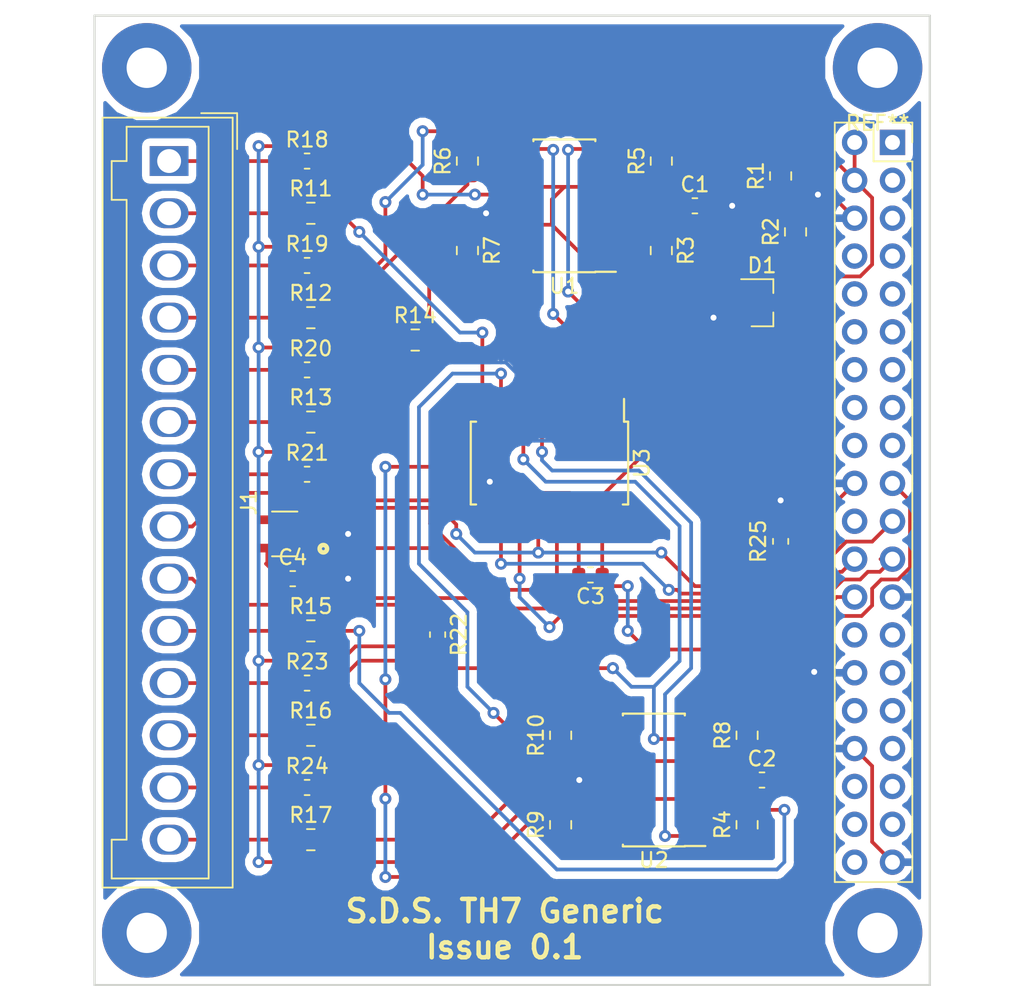
<source format=kicad_pcb>
(kicad_pcb (version 20171130) (host pcbnew 5.0.0-rc3-unknown-14ce5182~65~ubuntu16.04.1)

  (general
    (thickness 1.6)
    (drawings 5)
    (tracks 449)
    (zones 0)
    (modules 40)
    (nets 67)
  )

  (page A4)
  (layers
    (0 F.Cu signal)
    (31 B.Cu signal)
    (32 B.Adhes user)
    (33 F.Adhes user)
    (34 B.Paste user)
    (35 F.Paste user)
    (36 B.SilkS user)
    (37 F.SilkS user)
    (38 B.Mask user)
    (39 F.Mask user)
    (40 Dwgs.User user)
    (41 Cmts.User user)
    (42 Eco1.User user)
    (43 Eco2.User user)
    (44 Edge.Cuts user)
    (45 Margin user)
    (46 B.CrtYd user)
    (47 F.CrtYd user)
    (48 B.Fab user)
    (49 F.Fab user)
  )

  (setup
    (last_trace_width 0.25)
    (trace_clearance 0.2)
    (zone_clearance 0.508)
    (zone_45_only no)
    (trace_min 0.2)
    (segment_width 0.2)
    (edge_width 0.15)
    (via_size 0.8)
    (via_drill 0.4)
    (via_min_size 0.4)
    (via_min_drill 0.3)
    (uvia_size 0.3)
    (uvia_drill 0.1)
    (uvias_allowed no)
    (uvia_min_size 0.2)
    (uvia_min_drill 0.1)
    (pcb_text_width 0.3)
    (pcb_text_size 1.5 1.5)
    (mod_edge_width 0.15)
    (mod_text_size 1 1)
    (mod_text_width 0.15)
    (pad_size 6 6)
    (pad_drill 2.7)
    (pad_to_mask_clearance 0.2)
    (aux_axis_origin 0 0)
    (visible_elements FFFFFF7F)
    (pcbplotparams
      (layerselection 0x010fc_ffffffff)
      (usegerberextensions false)
      (usegerberattributes false)
      (usegerberadvancedattributes false)
      (creategerberjobfile false)
      (excludeedgelayer true)
      (linewidth 0.100000)
      (plotframeref false)
      (viasonmask false)
      (mode 1)
      (useauxorigin false)
      (hpglpennumber 1)
      (hpglpenspeed 20)
      (hpglpendiameter 15.000000)
      (psnegative false)
      (psa4output false)
      (plotreference true)
      (plotvalue true)
      (plotinvisibletext false)
      (padsonsilk false)
      (subtractmaskfromsilk false)
      (outputformat 1)
      (mirror false)
      (drillshape 1)
      (scaleselection 1)
      (outputdirectory ""))
  )

  (net 0 "")
  (net 1 "Net-(D1-Pad1)")
  (net 2 "Net-(J1-Pad1)")
  (net 3 "Net-(J1-Pad2)")
  (net 4 "Net-(J1-Pad3)")
  (net 5 "Net-(J1-Pad4)")
  (net 6 "Net-(J1-Pad5)")
  (net 7 "Net-(J1-Pad6)")
  (net 8 "Net-(J1-Pad7)")
  (net 9 "Net-(J1-Pad8)")
  (net 10 "Net-(J1-Pad9)")
  (net 11 "Net-(J1-Pad10)")
  (net 12 "Net-(J1-Pad11)")
  (net 13 "Net-(J1-Pad12)")
  (net 14 "Net-(J1-Pad13)")
  (net 15 "Net-(J1-Pad14)")
  (net 16 "Net-(R2-Pad1)")
  (net 17 4V096)
  (net 18 "Net-(R3-Pad1)")
  (net 19 "Net-(R15-Pad2)")
  (net 20 "Net-(R4-Pad1)")
  (net 21 "Net-(R5-Pad2)")
  (net 22 "Net-(R12-Pad2)")
  (net 23 "Net-(R13-Pad2)")
  (net 24 "Net-(R6-Pad2)")
  (net 25 "Net-(R14-Pad2)")
  (net 26 "Net-(R7-Pad2)")
  (net 27 "Net-(R16-Pad2)")
  (net 28 "Net-(R8-Pad2)")
  (net 29 "Net-(R11-Pad2)")
  (net 30 "Net-(R9-Pad1)")
  (net 31 "Net-(R10-Pad1)")
  (net 32 "Net-(R10-Pad2)")
  (net 33 "Net-(RASPI_2_3_HEADER1-Pad3)")
  (net 34 "Net-(RASPI_2_3_HEADER1-Pad5)")
  (net 35 "Net-(RASPI_2_3_HEADER1-Pad7)")
  (net 36 "Net-(RASPI_2_3_HEADER1-Pad8)")
  (net 37 "Net-(RASPI_2_3_HEADER1-Pad9)")
  (net 38 "Net-(RASPI_2_3_HEADER1-Pad10)")
  (net 39 "Net-(RASPI_2_3_HEADER1-Pad11)")
  (net 40 "Net-(RASPI_2_3_HEADER1-Pad12)")
  (net 41 "Net-(RASPI_2_3_HEADER1-Pad13)")
  (net 42 "Net-(RASPI_2_3_HEADER1-Pad14)")
  (net 43 "Net-(RASPI_2_3_HEADER1-Pad15)")
  (net 44 "Net-(RASPI_2_3_HEADER1-Pad16)")
  (net 45 "Net-(RASPI_2_3_HEADER1-Pad17)")
  (net 46 "Net-(RASPI_2_3_HEADER1-Pad18)")
  (net 47 "Net-(RASPI_2_3_HEADER1-Pad22)")
  (net 48 "Net-(RASPI_2_3_HEADER1-Pad27)")
  (net 49 "Net-(RASPI_2_3_HEADER1-Pad28)")
  (net 50 "Net-(RASPI_2_3_HEADER1-Pad29)")
  (net 51 "Net-(RASPI_2_3_HEADER1-Pad31)")
  (net 52 "Net-(RASPI_2_3_HEADER1-Pad32)")
  (net 53 "Net-(RASPI_2_3_HEADER1-Pad33)")
  (net 54 "Net-(RASPI_2_3_HEADER1-Pad35)")
  (net 55 "Net-(RASPI_2_3_HEADER1-Pad36)")
  (net 56 "Net-(RASPI_2_3_HEADER1-Pad37)")
  (net 57 "Net-(RASPI_2_3_HEADER1-Pad38)")
  (net 58 "Net-(RASPI_2_3_HEADER1-Pad40)")
  (net 59 5V)
  (net 60 "Net-(RASPI_2_3_HEADER1-Pad1)")
  (net 61 GND)
  (net 62 MISO_0)
  (net 63 MOSI_0)
  (net 64 SCLK0)
  (net 65 CE0)
  (net 66 CE1)

  (net_class Default "This is the default net class."
    (clearance 0.2)
    (trace_width 0.25)
    (via_dia 0.8)
    (via_drill 0.4)
    (uvia_dia 0.3)
    (uvia_drill 0.1)
    (add_net 4V096)
    (add_net 5V)
    (add_net CE0)
    (add_net CE1)
    (add_net GND)
    (add_net MISO_0)
    (add_net MOSI_0)
    (add_net "Net-(D1-Pad1)")
    (add_net "Net-(J1-Pad1)")
    (add_net "Net-(J1-Pad10)")
    (add_net "Net-(J1-Pad11)")
    (add_net "Net-(J1-Pad12)")
    (add_net "Net-(J1-Pad13)")
    (add_net "Net-(J1-Pad14)")
    (add_net "Net-(J1-Pad2)")
    (add_net "Net-(J1-Pad3)")
    (add_net "Net-(J1-Pad4)")
    (add_net "Net-(J1-Pad5)")
    (add_net "Net-(J1-Pad6)")
    (add_net "Net-(J1-Pad7)")
    (add_net "Net-(J1-Pad8)")
    (add_net "Net-(J1-Pad9)")
    (add_net "Net-(R10-Pad1)")
    (add_net "Net-(R10-Pad2)")
    (add_net "Net-(R11-Pad2)")
    (add_net "Net-(R12-Pad2)")
    (add_net "Net-(R13-Pad2)")
    (add_net "Net-(R14-Pad2)")
    (add_net "Net-(R15-Pad2)")
    (add_net "Net-(R16-Pad2)")
    (add_net "Net-(R2-Pad1)")
    (add_net "Net-(R3-Pad1)")
    (add_net "Net-(R4-Pad1)")
    (add_net "Net-(R5-Pad2)")
    (add_net "Net-(R6-Pad2)")
    (add_net "Net-(R7-Pad2)")
    (add_net "Net-(R8-Pad2)")
    (add_net "Net-(R9-Pad1)")
    (add_net "Net-(RASPI_2_3_HEADER1-Pad1)")
    (add_net "Net-(RASPI_2_3_HEADER1-Pad10)")
    (add_net "Net-(RASPI_2_3_HEADER1-Pad11)")
    (add_net "Net-(RASPI_2_3_HEADER1-Pad12)")
    (add_net "Net-(RASPI_2_3_HEADER1-Pad13)")
    (add_net "Net-(RASPI_2_3_HEADER1-Pad14)")
    (add_net "Net-(RASPI_2_3_HEADER1-Pad15)")
    (add_net "Net-(RASPI_2_3_HEADER1-Pad16)")
    (add_net "Net-(RASPI_2_3_HEADER1-Pad17)")
    (add_net "Net-(RASPI_2_3_HEADER1-Pad18)")
    (add_net "Net-(RASPI_2_3_HEADER1-Pad22)")
    (add_net "Net-(RASPI_2_3_HEADER1-Pad27)")
    (add_net "Net-(RASPI_2_3_HEADER1-Pad28)")
    (add_net "Net-(RASPI_2_3_HEADER1-Pad29)")
    (add_net "Net-(RASPI_2_3_HEADER1-Pad3)")
    (add_net "Net-(RASPI_2_3_HEADER1-Pad31)")
    (add_net "Net-(RASPI_2_3_HEADER1-Pad32)")
    (add_net "Net-(RASPI_2_3_HEADER1-Pad33)")
    (add_net "Net-(RASPI_2_3_HEADER1-Pad35)")
    (add_net "Net-(RASPI_2_3_HEADER1-Pad36)")
    (add_net "Net-(RASPI_2_3_HEADER1-Pad37)")
    (add_net "Net-(RASPI_2_3_HEADER1-Pad38)")
    (add_net "Net-(RASPI_2_3_HEADER1-Pad40)")
    (add_net "Net-(RASPI_2_3_HEADER1-Pad5)")
    (add_net "Net-(RASPI_2_3_HEADER1-Pad7)")
    (add_net "Net-(RASPI_2_3_HEADER1-Pad8)")
    (add_net "Net-(RASPI_2_3_HEADER1-Pad9)")
    (add_net SCLK0)
  )

  (module Connector_Wago:Wago_734-144_1x14_P3.50mm_Vertical (layer F.Cu) (tedit 5A1F3EED) (tstamp 5B60CFB3)
    (at 142.5 55.5 270)
    (descr "Molex 734 Male header (for PCBs); Straight solder pin 1 x 1 mm, 734-144 , 14 Pins (http://www.farnell.com/datasheets/2157639.pdf), generated with kicad-footprint-generator")
    (tags "connector Wago  side entry")
    (path /5B7721CC)
    (fp_text reference J1 (at 22.9 -5.35 270) (layer F.SilkS)
      (effects (font (size 1 1) (thickness 0.15)))
    )
    (fp_text value Screw_Terminal_01x14 (at 22.9 5.55 270) (layer F.Fab)
      (effects (font (size 1 1) (thickness 0.15)))
    )
    (fp_line (start -2.8 -4.15) (end -2.8 4.35) (layer F.Fab) (width 0.1))
    (fp_line (start -2.8 4.35) (end 48.6 4.35) (layer F.Fab) (width 0.1))
    (fp_line (start 48.6 4.35) (end 48.6 -4.15) (layer F.Fab) (width 0.1))
    (fp_line (start 48.6 -4.15) (end -2.8 -4.15) (layer F.Fab) (width 0.1))
    (fp_line (start -2.91 -4.26) (end -2.91 4.46) (layer F.SilkS) (width 0.12))
    (fp_line (start -2.91 4.46) (end 48.71 4.46) (layer F.SilkS) (width 0.12))
    (fp_line (start 48.71 4.46) (end 48.71 -4.26) (layer F.SilkS) (width 0.12))
    (fp_line (start 48.71 -4.26) (end -2.91 -4.26) (layer F.SilkS) (width 0.12))
    (fp_line (start -2.3 -2.65) (end -2.3 2.85) (layer F.SilkS) (width 0.12))
    (fp_line (start -2.3 2.85) (end 0 2.85) (layer F.SilkS) (width 0.12))
    (fp_line (start 0 2.85) (end 0 3.85) (layer F.SilkS) (width 0.12))
    (fp_line (start 0 3.85) (end 2.6 3.85) (layer F.SilkS) (width 0.12))
    (fp_line (start 2.6 3.85) (end 2.6 2.85) (layer F.SilkS) (width 0.12))
    (fp_line (start 2.6 2.85) (end 45.5 2.85) (layer F.SilkS) (width 0.12))
    (fp_line (start 45.5 2.85) (end 45.5 3.85) (layer F.SilkS) (width 0.12))
    (fp_line (start 45.5 3.85) (end 48.1 3.85) (layer F.SilkS) (width 0.12))
    (fp_line (start 48.1 3.85) (end 48.1 -2.65) (layer F.SilkS) (width 0.12))
    (fp_line (start 48.1 -2.65) (end -2.3 -2.65) (layer F.SilkS) (width 0.12))
    (fp_line (start -3.21 -2.15) (end -3.21 -4.56) (layer F.SilkS) (width 0.12))
    (fp_line (start -3.21 -4.56) (end -0.8 -4.56) (layer F.SilkS) (width 0.12))
    (fp_line (start -0.5 -4.15) (end 0 -3.442893) (layer F.Fab) (width 0.1))
    (fp_line (start 0 -3.442893) (end 0.5 -4.15) (layer F.Fab) (width 0.1))
    (fp_line (start -3.3 -4.65) (end -3.3 4.85) (layer F.CrtYd) (width 0.05))
    (fp_line (start -3.3 4.85) (end 49.1 4.85) (layer F.CrtYd) (width 0.05))
    (fp_line (start 49.1 4.85) (end 49.1 -4.65) (layer F.CrtYd) (width 0.05))
    (fp_line (start 49.1 -4.65) (end -3.3 -4.65) (layer F.CrtYd) (width 0.05))
    (fp_text user %R (at 22.9 3.65 270) (layer F.Fab)
      (effects (font (size 1 1) (thickness 0.15)))
    )
    (pad 1 thru_hole rect (at 0 0 270) (size 2 2.6) (drill 1.6) (layers *.Cu *.Mask)
      (net 2 "Net-(J1-Pad1)"))
    (pad 2 thru_hole oval (at 3.5 0 270) (size 2 2.6) (drill 1.6) (layers *.Cu *.Mask)
      (net 3 "Net-(J1-Pad2)"))
    (pad 3 thru_hole oval (at 7 0 270) (size 2 2.6) (drill 1.6) (layers *.Cu *.Mask)
      (net 4 "Net-(J1-Pad3)"))
    (pad 4 thru_hole oval (at 10.5 0 270) (size 2 2.6) (drill 1.6) (layers *.Cu *.Mask)
      (net 5 "Net-(J1-Pad4)"))
    (pad 5 thru_hole oval (at 14 0 270) (size 2 2.6) (drill 1.6) (layers *.Cu *.Mask)
      (net 6 "Net-(J1-Pad5)"))
    (pad 6 thru_hole oval (at 17.5 0 270) (size 2 2.6) (drill 1.6) (layers *.Cu *.Mask)
      (net 7 "Net-(J1-Pad6)"))
    (pad 7 thru_hole oval (at 21 0 270) (size 2 2.6) (drill 1.6) (layers *.Cu *.Mask)
      (net 8 "Net-(J1-Pad7)"))
    (pad 8 thru_hole oval (at 24.5 0 270) (size 2 2.6) (drill 1.6) (layers *.Cu *.Mask)
      (net 9 "Net-(J1-Pad8)"))
    (pad 9 thru_hole oval (at 28 0 270) (size 2 2.6) (drill 1.6) (layers *.Cu *.Mask)
      (net 10 "Net-(J1-Pad9)"))
    (pad 10 thru_hole oval (at 31.5 0 270) (size 2 2.6) (drill 1.6) (layers *.Cu *.Mask)
      (net 11 "Net-(J1-Pad10)"))
    (pad 11 thru_hole oval (at 35 0 270) (size 2 2.6) (drill 1.6) (layers *.Cu *.Mask)
      (net 12 "Net-(J1-Pad11)"))
    (pad 12 thru_hole oval (at 38.5 0 270) (size 2 2.6) (drill 1.6) (layers *.Cu *.Mask)
      (net 13 "Net-(J1-Pad12)"))
    (pad 13 thru_hole oval (at 42 0 270) (size 2 2.6) (drill 1.6) (layers *.Cu *.Mask)
      (net 14 "Net-(J1-Pad13)"))
    (pad 14 thru_hole oval (at 45.5 0 270) (size 2 2.6) (drill 1.6) (layers *.Cu *.Mask)
      (net 15 "Net-(J1-Pad14)"))
    (model ${KISYS3DMOD}/Connector_Wago.3dshapes/Wago_734-144_1x14_P3.50mm_Vertical.wrl
      (at (xyz 0 0 0))
      (scale (xyz 1 1 1))
      (rotate (xyz 0 0 0))
    )
  )

  (module MountingHole:MountingHole_2.7mm_Pad (layer F.Cu) (tedit 5B60A90E) (tstamp 5B6CF5EC)
    (at 141 49.25 180)
    (descr "Mounting Hole 2.7mm")
    (tags "mounting hole 2.7mm")
    (attr virtual)
    (fp_text reference REF** (at 0 -3.7 180) (layer F.SilkS) hide
      (effects (font (size 1 1) (thickness 0.15)))
    )
    (fp_text value MountingHole_2.7mm_Pad (at 0 3.7 180) (layer F.Fab)
      (effects (font (size 1 1) (thickness 0.15)))
    )
    (fp_text user %R (at 0.3 0 180) (layer F.Fab) hide
      (effects (font (size 1 1) (thickness 0.15)))
    )
    (fp_circle (center 0 0) (end 2.7 0) (layer Cmts.User) (width 0.15))
    (fp_circle (center 0 0) (end 2.95 0) (layer F.CrtYd) (width 0.05))
    (pad 1 thru_hole circle (at 0 0 180) (size 6 6) (drill 2.7) (layers *.Cu *.Mask))
  )

  (module MountingHole:MountingHole_2.7mm_Pad (layer F.Cu) (tedit 5B5C890A) (tstamp 5B6CF5DE)
    (at 190 49.25 180)
    (descr "Mounting Hole 2.7mm")
    (tags "mounting hole 2.7mm")
    (attr virtual)
    (fp_text reference REF** (at 0 -3.7 180) (layer F.SilkS)
      (effects (font (size 1 1) (thickness 0.15)))
    )
    (fp_text value MountingHole_2.7mm_Pad (at 0 3.7 180) (layer F.Fab)
      (effects (font (size 1 1) (thickness 0.15)))
    )
    (fp_circle (center 0 0) (end 2.95 0) (layer F.CrtYd) (width 0.05))
    (fp_circle (center 0 0) (end 2.7 0) (layer Cmts.User) (width 0.15))
    (fp_text user %R (at 0.3 0 180) (layer F.Fab)
      (effects (font (size 1 1) (thickness 0.15)))
    )
    (pad 1 thru_hole circle (at 0 0 180) (size 6 6) (drill 2.7) (layers *.Cu *.Mask))
  )

  (module MountingHole:MountingHole_2.7mm_Pad (layer F.Cu) (tedit 5B60A8F4) (tstamp 5B6CF5D0)
    (at 190 107.25 180)
    (descr "Mounting Hole 2.7mm")
    (tags "mounting hole 2.7mm")
    (attr virtual)
    (fp_text reference REF** (at 0 -3.7 180) (layer F.SilkS) hide
      (effects (font (size 1 1) (thickness 0.15)))
    )
    (fp_text value MountingHole_2.7mm_Pad (at 0 3.7 180) (layer F.Fab)
      (effects (font (size 1 1) (thickness 0.15)))
    )
    (fp_text user %R (at 0.3 0 180) (layer F.Fab)
      (effects (font (size 1 1) (thickness 0.15)))
    )
    (fp_circle (center 0 0) (end 2.7 0) (layer Cmts.User) (width 0.15))
    (fp_circle (center 0 0) (end 2.95 0) (layer F.CrtYd) (width 0.05))
    (pad 1 thru_hole circle (at 0 0 180) (size 6 6) (drill 2.7) (layers *.Cu *.Mask))
  )

  (module Package_TO_SOT_SMD:SOT-23 (layer F.Cu) (tedit 5A02FF57) (tstamp 5B5BF68C)
    (at 182.25 65)
    (descr "SOT-23, Standard")
    (tags SOT-23)
    (path /5B4AD8FF)
    (attr smd)
    (fp_text reference D1 (at 0 -2.5) (layer F.SilkS)
      (effects (font (size 1 1) (thickness 0.15)))
    )
    (fp_text value LM4040DBZ-4.1 (at 0 2.5) (layer F.Fab)
      (effects (font (size 1 1) (thickness 0.15)))
    )
    (fp_text user %R (at 0 0 90) (layer F.Fab)
      (effects (font (size 0.5 0.5) (thickness 0.075)))
    )
    (fp_line (start -0.7 -0.95) (end -0.7 1.5) (layer F.Fab) (width 0.1))
    (fp_line (start -0.15 -1.52) (end 0.7 -1.52) (layer F.Fab) (width 0.1))
    (fp_line (start -0.7 -0.95) (end -0.15 -1.52) (layer F.Fab) (width 0.1))
    (fp_line (start 0.7 -1.52) (end 0.7 1.52) (layer F.Fab) (width 0.1))
    (fp_line (start -0.7 1.52) (end 0.7 1.52) (layer F.Fab) (width 0.1))
    (fp_line (start 0.76 1.58) (end 0.76 0.65) (layer F.SilkS) (width 0.12))
    (fp_line (start 0.76 -1.58) (end 0.76 -0.65) (layer F.SilkS) (width 0.12))
    (fp_line (start -1.7 -1.75) (end 1.7 -1.75) (layer F.CrtYd) (width 0.05))
    (fp_line (start 1.7 -1.75) (end 1.7 1.75) (layer F.CrtYd) (width 0.05))
    (fp_line (start 1.7 1.75) (end -1.7 1.75) (layer F.CrtYd) (width 0.05))
    (fp_line (start -1.7 1.75) (end -1.7 -1.75) (layer F.CrtYd) (width 0.05))
    (fp_line (start 0.76 -1.58) (end -1.4 -1.58) (layer F.SilkS) (width 0.12))
    (fp_line (start 0.76 1.58) (end -0.7 1.58) (layer F.SilkS) (width 0.12))
    (pad 1 smd rect (at -1 -0.95) (size 0.9 0.8) (layers F.Cu F.Paste F.Mask)
      (net 1 "Net-(D1-Pad1)"))
    (pad 2 smd rect (at -1 0.95) (size 0.9 0.8) (layers F.Cu F.Paste F.Mask)
      (net 61 GND))
    (pad 3 smd rect (at 1 0) (size 0.9 0.8) (layers F.Cu F.Paste F.Mask))
    (model ${KISYS3DMOD}/Package_TO_SOT_SMD.3dshapes/SOT-23.wrl
      (at (xyz 0 0 0))
      (scale (xyz 1 1 1))
      (rotate (xyz 0 0 0))
    )
  )

  (module Resistor_SMD:R_0805_2012Metric (layer F.Cu) (tedit 5B5C9D40) (tstamp 5B5BF6FD)
    (at 183.5 56.5 90)
    (descr "Resistor SMD 0805 (2012 Metric), square (rectangular) end terminal, IPC_7351 nominal, (Body size source: https://docs.google.com/spreadsheets/d/1BsfQQcO9C6DZCsRaXUlFlo91Tg2WpOkGARC1WS5S8t0/edit?usp=sharing), generated with kicad-footprint-generator")
    (tags resistor)
    (path /5B4AD9F3)
    (attr smd)
    (fp_text reference R1 (at 0 -1.65 90) (layer F.SilkS)
      (effects (font (size 1 1) (thickness 0.15)))
    )
    (fp_text value 470 (at 0 1.65 90) (layer F.Fab) hide
      (effects (font (size 1 1) (thickness 0.15)))
    )
    (fp_text user %R (at 0 0 90) (layer F.Fab)
      (effects (font (size 0.5 0.5) (thickness 0.08)))
    )
    (fp_line (start 1.68 0.95) (end -1.68 0.95) (layer F.CrtYd) (width 0.05))
    (fp_line (start 1.68 -0.95) (end 1.68 0.95) (layer F.CrtYd) (width 0.05))
    (fp_line (start -1.68 -0.95) (end 1.68 -0.95) (layer F.CrtYd) (width 0.05))
    (fp_line (start -1.68 0.95) (end -1.68 -0.95) (layer F.CrtYd) (width 0.05))
    (fp_line (start -0.258578 0.71) (end 0.258578 0.71) (layer F.SilkS) (width 0.12))
    (fp_line (start -0.258578 -0.71) (end 0.258578 -0.71) (layer F.SilkS) (width 0.12))
    (fp_line (start 1 0.6) (end -1 0.6) (layer F.Fab) (width 0.1))
    (fp_line (start 1 -0.6) (end 1 0.6) (layer F.Fab) (width 0.1))
    (fp_line (start -1 -0.6) (end 1 -0.6) (layer F.Fab) (width 0.1))
    (fp_line (start -1 0.6) (end -1 -0.6) (layer F.Fab) (width 0.1))
    (pad 2 smd roundrect (at 0.9375 0 90) (size 0.975 1.4) (layers F.Cu F.Paste F.Mask) (roundrect_rratio 0.25)
      (net 59 5V))
    (pad 1 smd roundrect (at -0.9375 0 90) (size 0.975 1.4) (layers F.Cu F.Paste F.Mask) (roundrect_rratio 0.25)
      (net 1 "Net-(D1-Pad1)"))
    (model ${KISYS3DMOD}/Resistor_SMD.3dshapes/R_0805_2012Metric.wrl
      (at (xyz 0 0 0))
      (scale (xyz 1 1 1))
      (rotate (xyz 0 0 0))
    )
  )

  (module Resistor_SMD:R_0805_2012Metric (layer F.Cu) (tedit 5B5C9D47) (tstamp 5B5BF70E)
    (at 184.5 60.25 90)
    (descr "Resistor SMD 0805 (2012 Metric), square (rectangular) end terminal, IPC_7351 nominal, (Body size source: https://docs.google.com/spreadsheets/d/1BsfQQcO9C6DZCsRaXUlFlo91Tg2WpOkGARC1WS5S8t0/edit?usp=sharing), generated with kicad-footprint-generator")
    (tags resistor)
    (path /5B4C2E28)
    (attr smd)
    (fp_text reference R2 (at 0 -1.65 90) (layer F.SilkS)
      (effects (font (size 1 1) (thickness 0.15)))
    )
    (fp_text value 10k (at 0 1.65 90) (layer F.Fab) hide
      (effects (font (size 1 1) (thickness 0.15)))
    )
    (fp_line (start -1 0.6) (end -1 -0.6) (layer F.Fab) (width 0.1))
    (fp_line (start -1 -0.6) (end 1 -0.6) (layer F.Fab) (width 0.1))
    (fp_line (start 1 -0.6) (end 1 0.6) (layer F.Fab) (width 0.1))
    (fp_line (start 1 0.6) (end -1 0.6) (layer F.Fab) (width 0.1))
    (fp_line (start -0.258578 -0.71) (end 0.258578 -0.71) (layer F.SilkS) (width 0.12))
    (fp_line (start -0.258578 0.71) (end 0.258578 0.71) (layer F.SilkS) (width 0.12))
    (fp_line (start -1.68 0.95) (end -1.68 -0.95) (layer F.CrtYd) (width 0.05))
    (fp_line (start -1.68 -0.95) (end 1.68 -0.95) (layer F.CrtYd) (width 0.05))
    (fp_line (start 1.68 -0.95) (end 1.68 0.95) (layer F.CrtYd) (width 0.05))
    (fp_line (start 1.68 0.95) (end -1.68 0.95) (layer F.CrtYd) (width 0.05))
    (fp_text user %R (at 0 0 90) (layer F.Fab)
      (effects (font (size 0.5 0.5) (thickness 0.08)))
    )
    (pad 1 smd roundrect (at -0.9375 0 90) (size 0.975 1.4) (layers F.Cu F.Paste F.Mask) (roundrect_rratio 0.25)
      (net 16 "Net-(R2-Pad1)"))
    (pad 2 smd roundrect (at 0.9375 0 90) (size 0.975 1.4) (layers F.Cu F.Paste F.Mask) (roundrect_rratio 0.25)
      (net 1 "Net-(D1-Pad1)"))
    (model ${KISYS3DMOD}/Resistor_SMD.3dshapes/R_0805_2012Metric.wrl
      (at (xyz 0 0 0))
      (scale (xyz 1 1 1))
      (rotate (xyz 0 0 0))
    )
  )

  (module Resistor_SMD:R_0805_2012Metric (layer F.Cu) (tedit 5B5C9D51) (tstamp 5B5BF71F)
    (at 175.5 61.5 270)
    (descr "Resistor SMD 0805 (2012 Metric), square (rectangular) end terminal, IPC_7351 nominal, (Body size source: https://docs.google.com/spreadsheets/d/1BsfQQcO9C6DZCsRaXUlFlo91Tg2WpOkGARC1WS5S8t0/edit?usp=sharing), generated with kicad-footprint-generator")
    (tags resistor)
    (path /5B4D2768)
    (attr smd)
    (fp_text reference R3 (at 0 -1.65 270) (layer F.SilkS)
      (effects (font (size 1 1) (thickness 0.15)))
    )
    (fp_text value 10k (at 0 1.65 270) (layer F.Fab) hide
      (effects (font (size 1 1) (thickness 0.15)))
    )
    (fp_text user %R (at 0 0 270) (layer F.Fab)
      (effects (font (size 0.5 0.5) (thickness 0.08)))
    )
    (fp_line (start 1.68 0.95) (end -1.68 0.95) (layer F.CrtYd) (width 0.05))
    (fp_line (start 1.68 -0.95) (end 1.68 0.95) (layer F.CrtYd) (width 0.05))
    (fp_line (start -1.68 -0.95) (end 1.68 -0.95) (layer F.CrtYd) (width 0.05))
    (fp_line (start -1.68 0.95) (end -1.68 -0.95) (layer F.CrtYd) (width 0.05))
    (fp_line (start -0.258578 0.71) (end 0.258578 0.71) (layer F.SilkS) (width 0.12))
    (fp_line (start -0.258578 -0.71) (end 0.258578 -0.71) (layer F.SilkS) (width 0.12))
    (fp_line (start 1 0.6) (end -1 0.6) (layer F.Fab) (width 0.1))
    (fp_line (start 1 -0.6) (end 1 0.6) (layer F.Fab) (width 0.1))
    (fp_line (start -1 -0.6) (end 1 -0.6) (layer F.Fab) (width 0.1))
    (fp_line (start -1 0.6) (end -1 -0.6) (layer F.Fab) (width 0.1))
    (pad 2 smd roundrect (at 0.9375 0 270) (size 0.975 1.4) (layers F.Cu F.Paste F.Mask) (roundrect_rratio 0.25)
      (net 17 4V096))
    (pad 1 smd roundrect (at -0.9375 0 270) (size 0.975 1.4) (layers F.Cu F.Paste F.Mask) (roundrect_rratio 0.25)
      (net 18 "Net-(R3-Pad1)"))
    (model ${KISYS3DMOD}/Resistor_SMD.3dshapes/R_0805_2012Metric.wrl
      (at (xyz 0 0 0))
      (scale (xyz 1 1 1))
      (rotate (xyz 0 0 0))
    )
  )

  (module Resistor_SMD:R_0805_2012Metric (layer F.Cu) (tedit 5B5C9D29) (tstamp 5B5BF730)
    (at 181.25 100 90)
    (descr "Resistor SMD 0805 (2012 Metric), square (rectangular) end terminal, IPC_7351 nominal, (Body size source: https://docs.google.com/spreadsheets/d/1BsfQQcO9C6DZCsRaXUlFlo91Tg2WpOkGARC1WS5S8t0/edit?usp=sharing), generated with kicad-footprint-generator")
    (tags resistor)
    (path /5B5087E9)
    (attr smd)
    (fp_text reference R4 (at 0 -1.65 90) (layer F.SilkS)
      (effects (font (size 1 1) (thickness 0.15)))
    )
    (fp_text value 200K (at 0 1.65 90) (layer F.Fab) hide
      (effects (font (size 1 1) (thickness 0.15)))
    )
    (fp_text user %R (at 0 0 90) (layer F.Fab)
      (effects (font (size 0.5 0.5) (thickness 0.08)))
    )
    (fp_line (start 1.68 0.95) (end -1.68 0.95) (layer F.CrtYd) (width 0.05))
    (fp_line (start 1.68 -0.95) (end 1.68 0.95) (layer F.CrtYd) (width 0.05))
    (fp_line (start -1.68 -0.95) (end 1.68 -0.95) (layer F.CrtYd) (width 0.05))
    (fp_line (start -1.68 0.95) (end -1.68 -0.95) (layer F.CrtYd) (width 0.05))
    (fp_line (start -0.258578 0.71) (end 0.258578 0.71) (layer F.SilkS) (width 0.12))
    (fp_line (start -0.258578 -0.71) (end 0.258578 -0.71) (layer F.SilkS) (width 0.12))
    (fp_line (start 1 0.6) (end -1 0.6) (layer F.Fab) (width 0.1))
    (fp_line (start 1 -0.6) (end 1 0.6) (layer F.Fab) (width 0.1))
    (fp_line (start -1 -0.6) (end 1 -0.6) (layer F.Fab) (width 0.1))
    (fp_line (start -1 0.6) (end -1 -0.6) (layer F.Fab) (width 0.1))
    (pad 2 smd roundrect (at 0.9375 0 90) (size 0.975 1.4) (layers F.Cu F.Paste F.Mask) (roundrect_rratio 0.25)
      (net 19 "Net-(R15-Pad2)"))
    (pad 1 smd roundrect (at -0.9375 0 90) (size 0.975 1.4) (layers F.Cu F.Paste F.Mask) (roundrect_rratio 0.25)
      (net 20 "Net-(R4-Pad1)"))
    (model ${KISYS3DMOD}/Resistor_SMD.3dshapes/R_0805_2012Metric.wrl
      (at (xyz 0 0 0))
      (scale (xyz 1 1 1))
      (rotate (xyz 0 0 0))
    )
  )

  (module Resistor_SMD:R_0805_2012Metric (layer F.Cu) (tedit 5B5C9D1A) (tstamp 5B5BF741)
    (at 175.5 55.5 90)
    (descr "Resistor SMD 0805 (2012 Metric), square (rectangular) end terminal, IPC_7351 nominal, (Body size source: https://docs.google.com/spreadsheets/d/1BsfQQcO9C6DZCsRaXUlFlo91Tg2WpOkGARC1WS5S8t0/edit?usp=sharing), generated with kicad-footprint-generator")
    (tags resistor)
    (path /5B4E690B)
    (attr smd)
    (fp_text reference R5 (at 0 -1.65 90) (layer F.SilkS)
      (effects (font (size 1 1) (thickness 0.15)))
    )
    (fp_text value 100K (at 0 1.65 90) (layer F.Fab) hide
      (effects (font (size 1 1) (thickness 0.15)))
    )
    (fp_text user %R (at 0 0 90) (layer F.Fab)
      (effects (font (size 0.5 0.5) (thickness 0.08)))
    )
    (fp_line (start 1.68 0.95) (end -1.68 0.95) (layer F.CrtYd) (width 0.05))
    (fp_line (start 1.68 -0.95) (end 1.68 0.95) (layer F.CrtYd) (width 0.05))
    (fp_line (start -1.68 -0.95) (end 1.68 -0.95) (layer F.CrtYd) (width 0.05))
    (fp_line (start -1.68 0.95) (end -1.68 -0.95) (layer F.CrtYd) (width 0.05))
    (fp_line (start -0.258578 0.71) (end 0.258578 0.71) (layer F.SilkS) (width 0.12))
    (fp_line (start -0.258578 -0.71) (end 0.258578 -0.71) (layer F.SilkS) (width 0.12))
    (fp_line (start 1 0.6) (end -1 0.6) (layer F.Fab) (width 0.1))
    (fp_line (start 1 -0.6) (end 1 0.6) (layer F.Fab) (width 0.1))
    (fp_line (start -1 -0.6) (end 1 -0.6) (layer F.Fab) (width 0.1))
    (fp_line (start -1 0.6) (end -1 -0.6) (layer F.Fab) (width 0.1))
    (pad 2 smd roundrect (at 0.9375 0 90) (size 0.975 1.4) (layers F.Cu F.Paste F.Mask) (roundrect_rratio 0.25)
      (net 21 "Net-(R5-Pad2)"))
    (pad 1 smd roundrect (at -0.9375 0 90) (size 0.975 1.4) (layers F.Cu F.Paste F.Mask) (roundrect_rratio 0.25)
      (net 22 "Net-(R12-Pad2)"))
    (model ${KISYS3DMOD}/Resistor_SMD.3dshapes/R_0805_2012Metric.wrl
      (at (xyz 0 0 0))
      (scale (xyz 1 1 1))
      (rotate (xyz 0 0 0))
    )
  )

  (module Resistor_SMD:R_0805_2012Metric (layer F.Cu) (tedit 5B5C9D1D) (tstamp 5B5BF752)
    (at 162.5 55.5 90)
    (descr "Resistor SMD 0805 (2012 Metric), square (rectangular) end terminal, IPC_7351 nominal, (Body size source: https://docs.google.com/spreadsheets/d/1BsfQQcO9C6DZCsRaXUlFlo91Tg2WpOkGARC1WS5S8t0/edit?usp=sharing), generated with kicad-footprint-generator")
    (tags resistor)
    (path /5B4F278F)
    (attr smd)
    (fp_text reference R6 (at 0 -1.65 90) (layer F.SilkS)
      (effects (font (size 1 1) (thickness 0.15)))
    )
    (fp_text value 100K (at 0 1.65 90) (layer F.Fab) hide
      (effects (font (size 1 1) (thickness 0.15)))
    )
    (fp_line (start -1 0.6) (end -1 -0.6) (layer F.Fab) (width 0.1))
    (fp_line (start -1 -0.6) (end 1 -0.6) (layer F.Fab) (width 0.1))
    (fp_line (start 1 -0.6) (end 1 0.6) (layer F.Fab) (width 0.1))
    (fp_line (start 1 0.6) (end -1 0.6) (layer F.Fab) (width 0.1))
    (fp_line (start -0.258578 -0.71) (end 0.258578 -0.71) (layer F.SilkS) (width 0.12))
    (fp_line (start -0.258578 0.71) (end 0.258578 0.71) (layer F.SilkS) (width 0.12))
    (fp_line (start -1.68 0.95) (end -1.68 -0.95) (layer F.CrtYd) (width 0.05))
    (fp_line (start -1.68 -0.95) (end 1.68 -0.95) (layer F.CrtYd) (width 0.05))
    (fp_line (start 1.68 -0.95) (end 1.68 0.95) (layer F.CrtYd) (width 0.05))
    (fp_line (start 1.68 0.95) (end -1.68 0.95) (layer F.CrtYd) (width 0.05))
    (fp_text user %R (at 0 0 90) (layer F.Fab)
      (effects (font (size 0.5 0.5) (thickness 0.08)))
    )
    (pad 1 smd roundrect (at -0.9375 0 90) (size 0.975 1.4) (layers F.Cu F.Paste F.Mask) (roundrect_rratio 0.25)
      (net 23 "Net-(R13-Pad2)"))
    (pad 2 smd roundrect (at 0.9375 0 90) (size 0.975 1.4) (layers F.Cu F.Paste F.Mask) (roundrect_rratio 0.25)
      (net 24 "Net-(R6-Pad2)"))
    (model ${KISYS3DMOD}/Resistor_SMD.3dshapes/R_0805_2012Metric.wrl
      (at (xyz 0 0 0))
      (scale (xyz 1 1 1))
      (rotate (xyz 0 0 0))
    )
  )

  (module Resistor_SMD:R_0805_2012Metric (layer F.Cu) (tedit 5B5C9D43) (tstamp 5B5BF763)
    (at 162.5 61.5 270)
    (descr "Resistor SMD 0805 (2012 Metric), square (rectangular) end terminal, IPC_7351 nominal, (Body size source: https://docs.google.com/spreadsheets/d/1BsfQQcO9C6DZCsRaXUlFlo91Tg2WpOkGARC1WS5S8t0/edit?usp=sharing), generated with kicad-footprint-generator")
    (tags resistor)
    (path /5B4FCC6E)
    (attr smd)
    (fp_text reference R7 (at 0 -1.65 270) (layer F.SilkS)
      (effects (font (size 1 1) (thickness 0.15)))
    )
    (fp_text value 100K (at 0 1.65 270) (layer F.Fab) hide
      (effects (font (size 1 1) (thickness 0.15)))
    )
    (fp_line (start -1 0.6) (end -1 -0.6) (layer F.Fab) (width 0.1))
    (fp_line (start -1 -0.6) (end 1 -0.6) (layer F.Fab) (width 0.1))
    (fp_line (start 1 -0.6) (end 1 0.6) (layer F.Fab) (width 0.1))
    (fp_line (start 1 0.6) (end -1 0.6) (layer F.Fab) (width 0.1))
    (fp_line (start -0.258578 -0.71) (end 0.258578 -0.71) (layer F.SilkS) (width 0.12))
    (fp_line (start -0.258578 0.71) (end 0.258578 0.71) (layer F.SilkS) (width 0.12))
    (fp_line (start -1.68 0.95) (end -1.68 -0.95) (layer F.CrtYd) (width 0.05))
    (fp_line (start -1.68 -0.95) (end 1.68 -0.95) (layer F.CrtYd) (width 0.05))
    (fp_line (start 1.68 -0.95) (end 1.68 0.95) (layer F.CrtYd) (width 0.05))
    (fp_line (start 1.68 0.95) (end -1.68 0.95) (layer F.CrtYd) (width 0.05))
    (fp_text user %R (at 0 0 270) (layer F.Fab)
      (effects (font (size 0.5 0.5) (thickness 0.08)))
    )
    (pad 1 smd roundrect (at -0.9375 0 270) (size 0.975 1.4) (layers F.Cu F.Paste F.Mask) (roundrect_rratio 0.25)
      (net 25 "Net-(R14-Pad2)"))
    (pad 2 smd roundrect (at 0.9375 0 270) (size 0.975 1.4) (layers F.Cu F.Paste F.Mask) (roundrect_rratio 0.25)
      (net 26 "Net-(R7-Pad2)"))
    (model ${KISYS3DMOD}/Resistor_SMD.3dshapes/R_0805_2012Metric.wrl
      (at (xyz 0 0 0))
      (scale (xyz 1 1 1))
      (rotate (xyz 0 0 0))
    )
  )

  (module Resistor_SMD:R_0805_2012Metric (layer F.Cu) (tedit 5B5C9D2C) (tstamp 5B5BF774)
    (at 181.25 94 90)
    (descr "Resistor SMD 0805 (2012 Metric), square (rectangular) end terminal, IPC_7351 nominal, (Body size source: https://docs.google.com/spreadsheets/d/1BsfQQcO9C6DZCsRaXUlFlo91Tg2WpOkGARC1WS5S8t0/edit?usp=sharing), generated with kicad-footprint-generator")
    (tags resistor)
    (path /5B52D841)
    (attr smd)
    (fp_text reference R8 (at 0 -1.65 90) (layer F.SilkS)
      (effects (font (size 1 1) (thickness 0.15)))
    )
    (fp_text value 200k (at 0 1.65 90) (layer F.Fab) hide
      (effects (font (size 1 1) (thickness 0.15)))
    )
    (fp_line (start -1 0.6) (end -1 -0.6) (layer F.Fab) (width 0.1))
    (fp_line (start -1 -0.6) (end 1 -0.6) (layer F.Fab) (width 0.1))
    (fp_line (start 1 -0.6) (end 1 0.6) (layer F.Fab) (width 0.1))
    (fp_line (start 1 0.6) (end -1 0.6) (layer F.Fab) (width 0.1))
    (fp_line (start -0.258578 -0.71) (end 0.258578 -0.71) (layer F.SilkS) (width 0.12))
    (fp_line (start -0.258578 0.71) (end 0.258578 0.71) (layer F.SilkS) (width 0.12))
    (fp_line (start -1.68 0.95) (end -1.68 -0.95) (layer F.CrtYd) (width 0.05))
    (fp_line (start -1.68 -0.95) (end 1.68 -0.95) (layer F.CrtYd) (width 0.05))
    (fp_line (start 1.68 -0.95) (end 1.68 0.95) (layer F.CrtYd) (width 0.05))
    (fp_line (start 1.68 0.95) (end -1.68 0.95) (layer F.CrtYd) (width 0.05))
    (fp_text user %R (at 0 0 90) (layer F.Fab)
      (effects (font (size 0.5 0.5) (thickness 0.08)))
    )
    (pad 1 smd roundrect (at -0.9375 0 90) (size 0.975 1.4) (layers F.Cu F.Paste F.Mask) (roundrect_rratio 0.25)
      (net 27 "Net-(R16-Pad2)"))
    (pad 2 smd roundrect (at 0.9375 0 90) (size 0.975 1.4) (layers F.Cu F.Paste F.Mask) (roundrect_rratio 0.25)
      (net 28 "Net-(R8-Pad2)"))
    (model ${KISYS3DMOD}/Resistor_SMD.3dshapes/R_0805_2012Metric.wrl
      (at (xyz 0 0 0))
      (scale (xyz 1 1 1))
      (rotate (xyz 0 0 0))
    )
  )

  (module Resistor_SMD:R_0805_2012Metric (layer F.Cu) (tedit 5B5C9D37) (tstamp 5B5BF785)
    (at 168.75 100 90)
    (descr "Resistor SMD 0805 (2012 Metric), square (rectangular) end terminal, IPC_7351 nominal, (Body size source: https://docs.google.com/spreadsheets/d/1BsfQQcO9C6DZCsRaXUlFlo91Tg2WpOkGARC1WS5S8t0/edit?usp=sharing), generated with kicad-footprint-generator")
    (tags resistor)
    (path /5B53F3EB)
    (attr smd)
    (fp_text reference R9 (at 0 -1.65 90) (layer F.SilkS)
      (effects (font (size 1 1) (thickness 0.15)))
    )
    (fp_text value 500k (at 0 1.65 90) (layer F.Fab) hide
      (effects (font (size 1 1) (thickness 0.15)))
    )
    (fp_text user %R (at 0 0 90) (layer F.Fab)
      (effects (font (size 0.5 0.5) (thickness 0.08)))
    )
    (fp_line (start 1.68 0.95) (end -1.68 0.95) (layer F.CrtYd) (width 0.05))
    (fp_line (start 1.68 -0.95) (end 1.68 0.95) (layer F.CrtYd) (width 0.05))
    (fp_line (start -1.68 -0.95) (end 1.68 -0.95) (layer F.CrtYd) (width 0.05))
    (fp_line (start -1.68 0.95) (end -1.68 -0.95) (layer F.CrtYd) (width 0.05))
    (fp_line (start -0.258578 0.71) (end 0.258578 0.71) (layer F.SilkS) (width 0.12))
    (fp_line (start -0.258578 -0.71) (end 0.258578 -0.71) (layer F.SilkS) (width 0.12))
    (fp_line (start 1 0.6) (end -1 0.6) (layer F.Fab) (width 0.1))
    (fp_line (start 1 -0.6) (end 1 0.6) (layer F.Fab) (width 0.1))
    (fp_line (start -1 -0.6) (end 1 -0.6) (layer F.Fab) (width 0.1))
    (fp_line (start -1 0.6) (end -1 -0.6) (layer F.Fab) (width 0.1))
    (pad 2 smd roundrect (at 0.9375 0 90) (size 0.975 1.4) (layers F.Cu F.Paste F.Mask) (roundrect_rratio 0.25)
      (net 29 "Net-(R11-Pad2)"))
    (pad 1 smd roundrect (at -0.9375 0 90) (size 0.975 1.4) (layers F.Cu F.Paste F.Mask) (roundrect_rratio 0.25)
      (net 30 "Net-(R9-Pad1)"))
    (model ${KISYS3DMOD}/Resistor_SMD.3dshapes/R_0805_2012Metric.wrl
      (at (xyz 0 0 0))
      (scale (xyz 1 1 1))
      (rotate (xyz 0 0 0))
    )
  )

  (module Resistor_SMD:R_0805_2012Metric (layer F.Cu) (tedit 5B5C9D34) (tstamp 5B5BF796)
    (at 168.75 94 90)
    (descr "Resistor SMD 0805 (2012 Metric), square (rectangular) end terminal, IPC_7351 nominal, (Body size source: https://docs.google.com/spreadsheets/d/1BsfQQcO9C6DZCsRaXUlFlo91Tg2WpOkGARC1WS5S8t0/edit?usp=sharing), generated with kicad-footprint-generator")
    (tags resistor)
    (path /5B535E35)
    (attr smd)
    (fp_text reference R10 (at 0 -1.65 90) (layer F.SilkS)
      (effects (font (size 1 1) (thickness 0.15)))
    )
    (fp_text value 200k (at 0 1.65 90) (layer F.Fab) hide
      (effects (font (size 1 1) (thickness 0.15)))
    )
    (fp_line (start -1 0.6) (end -1 -0.6) (layer F.Fab) (width 0.1))
    (fp_line (start -1 -0.6) (end 1 -0.6) (layer F.Fab) (width 0.1))
    (fp_line (start 1 -0.6) (end 1 0.6) (layer F.Fab) (width 0.1))
    (fp_line (start 1 0.6) (end -1 0.6) (layer F.Fab) (width 0.1))
    (fp_line (start -0.258578 -0.71) (end 0.258578 -0.71) (layer F.SilkS) (width 0.12))
    (fp_line (start -0.258578 0.71) (end 0.258578 0.71) (layer F.SilkS) (width 0.12))
    (fp_line (start -1.68 0.95) (end -1.68 -0.95) (layer F.CrtYd) (width 0.05))
    (fp_line (start -1.68 -0.95) (end 1.68 -0.95) (layer F.CrtYd) (width 0.05))
    (fp_line (start 1.68 -0.95) (end 1.68 0.95) (layer F.CrtYd) (width 0.05))
    (fp_line (start 1.68 0.95) (end -1.68 0.95) (layer F.CrtYd) (width 0.05))
    (fp_text user %R (at 0.3125 0 -90) (layer F.Fab)
      (effects (font (size 0.5 0.5) (thickness 0.08)))
    )
    (pad 1 smd roundrect (at -0.9375 0 90) (size 0.975 1.4) (layers F.Cu F.Paste F.Mask) (roundrect_rratio 0.25)
      (net 31 "Net-(R10-Pad1)"))
    (pad 2 smd roundrect (at 0.9375 0 90) (size 0.975 1.4) (layers F.Cu F.Paste F.Mask) (roundrect_rratio 0.25)
      (net 32 "Net-(R10-Pad2)"))
    (model ${KISYS3DMOD}/Resistor_SMD.3dshapes/R_0805_2012Metric.wrl
      (at (xyz 0 0 0))
      (scale (xyz 1 1 1))
      (rotate (xyz 0 0 0))
    )
  )

  (module Resistor_SMD:R_0805_2012Metric (layer F.Cu) (tedit 5B5C8E1F) (tstamp 5B5BF7A7)
    (at 152 59)
    (descr "Resistor SMD 0805 (2012 Metric), square (rectangular) end terminal, IPC_7351 nominal, (Body size source: https://docs.google.com/spreadsheets/d/1BsfQQcO9C6DZCsRaXUlFlo91Tg2WpOkGARC1WS5S8t0/edit?usp=sharing), generated with kicad-footprint-generator")
    (tags resistor)
    (path /5B4DE9E9)
    (attr smd)
    (fp_text reference R11 (at 0 -1.65) (layer F.SilkS)
      (effects (font (size 1 1) (thickness 0.15)))
    )
    (fp_text value 1K (at 0 1.65) (layer F.Fab) hide
      (effects (font (size 1 1) (thickness 0.15)))
    )
    (fp_line (start -1 0.6) (end -1 -0.6) (layer F.Fab) (width 0.1))
    (fp_line (start -1 -0.6) (end 1 -0.6) (layer F.Fab) (width 0.1))
    (fp_line (start 1 -0.6) (end 1 0.6) (layer F.Fab) (width 0.1))
    (fp_line (start 1 0.6) (end -1 0.6) (layer F.Fab) (width 0.1))
    (fp_line (start -0.258578 -0.71) (end 0.258578 -0.71) (layer F.SilkS) (width 0.12))
    (fp_line (start -0.258578 0.71) (end 0.258578 0.71) (layer F.SilkS) (width 0.12))
    (fp_line (start -1.68 0.95) (end -1.68 -0.95) (layer F.CrtYd) (width 0.05))
    (fp_line (start -1.68 -0.95) (end 1.68 -0.95) (layer F.CrtYd) (width 0.05))
    (fp_line (start 1.68 -0.95) (end 1.68 0.95) (layer F.CrtYd) (width 0.05))
    (fp_line (start 1.68 0.95) (end -1.68 0.95) (layer F.CrtYd) (width 0.05))
    (fp_text user %R (at 0 -0.25) (layer F.Fab)
      (effects (font (size 0.5 0.5) (thickness 0.08)))
    )
    (pad 1 smd roundrect (at -0.9375 0) (size 0.975 1.4) (layers F.Cu F.Paste F.Mask) (roundrect_rratio 0.25)
      (net 3 "Net-(J1-Pad2)"))
    (pad 2 smd roundrect (at 0.9375 0) (size 0.975 1.4) (layers F.Cu F.Paste F.Mask) (roundrect_rratio 0.25)
      (net 29 "Net-(R11-Pad2)"))
    (model ${KISYS3DMOD}/Resistor_SMD.3dshapes/R_0805_2012Metric.wrl
      (at (xyz 0 0 0))
      (scale (xyz 1 1 1))
      (rotate (xyz 0 0 0))
    )
  )

  (module Resistor_SMD:R_0805_2012Metric (layer F.Cu) (tedit 5B5C8E2E) (tstamp 5B5BF7B8)
    (at 152 66)
    (descr "Resistor SMD 0805 (2012 Metric), square (rectangular) end terminal, IPC_7351 nominal, (Body size source: https://docs.google.com/spreadsheets/d/1BsfQQcO9C6DZCsRaXUlFlo91Tg2WpOkGARC1WS5S8t0/edit?usp=sharing), generated with kicad-footprint-generator")
    (tags resistor)
    (path /5B54D3F8)
    (attr smd)
    (fp_text reference R12 (at 0 -1.65) (layer F.SilkS)
      (effects (font (size 1 1) (thickness 0.15)))
    )
    (fp_text value 1k (at 0 1.65) (layer F.Fab) hide
      (effects (font (size 1 1) (thickness 0.15)))
    )
    (fp_line (start -1 0.6) (end -1 -0.6) (layer F.Fab) (width 0.1))
    (fp_line (start -1 -0.6) (end 1 -0.6) (layer F.Fab) (width 0.1))
    (fp_line (start 1 -0.6) (end 1 0.6) (layer F.Fab) (width 0.1))
    (fp_line (start 1 0.6) (end -1 0.6) (layer F.Fab) (width 0.1))
    (fp_line (start -0.258578 -0.71) (end 0.258578 -0.71) (layer F.SilkS) (width 0.12))
    (fp_line (start -0.258578 0.71) (end 0.258578 0.71) (layer F.SilkS) (width 0.12))
    (fp_line (start -1.68 0.95) (end -1.68 -0.95) (layer F.CrtYd) (width 0.05))
    (fp_line (start -1.68 -0.95) (end 1.68 -0.95) (layer F.CrtYd) (width 0.05))
    (fp_line (start 1.68 -0.95) (end 1.68 0.95) (layer F.CrtYd) (width 0.05))
    (fp_line (start 1.68 0.95) (end -1.68 0.95) (layer F.CrtYd) (width 0.05))
    (fp_text user %R (at 0 0) (layer F.Fab)
      (effects (font (size 0.5 0.5) (thickness 0.08)))
    )
    (pad 1 smd roundrect (at -0.9375 0) (size 0.975 1.4) (layers F.Cu F.Paste F.Mask) (roundrect_rratio 0.25)
      (net 5 "Net-(J1-Pad4)"))
    (pad 2 smd roundrect (at 0.9375 0) (size 0.975 1.4) (layers F.Cu F.Paste F.Mask) (roundrect_rratio 0.25)
      (net 22 "Net-(R12-Pad2)"))
    (model ${KISYS3DMOD}/Resistor_SMD.3dshapes/R_0805_2012Metric.wrl
      (at (xyz 0 0 0))
      (scale (xyz 1 1 1))
      (rotate (xyz 0 0 0))
    )
  )

  (module Resistor_SMD:R_0805_2012Metric (layer F.Cu) (tedit 5B5C8E41) (tstamp 5B5BF7C9)
    (at 152 73)
    (descr "Resistor SMD 0805 (2012 Metric), square (rectangular) end terminal, IPC_7351 nominal, (Body size source: https://docs.google.com/spreadsheets/d/1BsfQQcO9C6DZCsRaXUlFlo91Tg2WpOkGARC1WS5S8t0/edit?usp=sharing), generated with kicad-footprint-generator")
    (tags resistor)
    (path /5B5DC483)
    (attr smd)
    (fp_text reference R13 (at 0 -1.65) (layer F.SilkS)
      (effects (font (size 1 1) (thickness 0.15)))
    )
    (fp_text value 1k (at 0 1.65) (layer F.Fab) hide
      (effects (font (size 1 1) (thickness 0.15)))
    )
    (fp_text user %R (at -0.435001 -1.27) (layer F.Fab) hide
      (effects (font (size 0.5 0.5) (thickness 0.08)))
    )
    (fp_line (start 1.68 0.95) (end -1.68 0.95) (layer F.CrtYd) (width 0.05))
    (fp_line (start 1.68 -0.95) (end 1.68 0.95) (layer F.CrtYd) (width 0.05))
    (fp_line (start -1.68 -0.95) (end 1.68 -0.95) (layer F.CrtYd) (width 0.05))
    (fp_line (start -1.68 0.95) (end -1.68 -0.95) (layer F.CrtYd) (width 0.05))
    (fp_line (start -0.258578 0.71) (end 0.258578 0.71) (layer F.SilkS) (width 0.12))
    (fp_line (start -0.258578 -0.71) (end 0.258578 -0.71) (layer F.SilkS) (width 0.12))
    (fp_line (start 1 0.6) (end -1 0.6) (layer F.Fab) (width 0.1))
    (fp_line (start 1 -0.6) (end 1 0.6) (layer F.Fab) (width 0.1))
    (fp_line (start -1 -0.6) (end 1 -0.6) (layer F.Fab) (width 0.1))
    (fp_line (start -1 0.6) (end -1 -0.6) (layer F.Fab) (width 0.1))
    (pad 2 smd roundrect (at 0.9375 0) (size 0.975 1.4) (layers F.Cu F.Paste F.Mask) (roundrect_rratio 0.25)
      (net 23 "Net-(R13-Pad2)"))
    (pad 1 smd roundrect (at -0.9375 0) (size 0.975 1.4) (layers F.Cu F.Paste F.Mask) (roundrect_rratio 0.25)
      (net 7 "Net-(J1-Pad6)"))
    (model ${KISYS3DMOD}/Resistor_SMD.3dshapes/R_0805_2012Metric.wrl
      (at (xyz 0 0 0))
      (scale (xyz 1 1 1))
      (rotate (xyz 0 0 0))
    )
  )

  (module Resistor_SMD:R_0805_2012Metric (layer F.Cu) (tedit 5B5C8E54) (tstamp 5B5BF7DA)
    (at 159 67.5)
    (descr "Resistor SMD 0805 (2012 Metric), square (rectangular) end terminal, IPC_7351 nominal, (Body size source: https://docs.google.com/spreadsheets/d/1BsfQQcO9C6DZCsRaXUlFlo91Tg2WpOkGARC1WS5S8t0/edit?usp=sharing), generated with kicad-footprint-generator")
    (tags resistor)
    (path /5B550FC6)
    (attr smd)
    (fp_text reference R14 (at 0 -1.65) (layer F.SilkS)
      (effects (font (size 1 1) (thickness 0.15)))
    )
    (fp_text value 1k (at 0 1.65) (layer F.Fab) hide
      (effects (font (size 1 1) (thickness 0.15)))
    )
    (fp_text user %R (at 0 1.27) (layer F.Fab) hide
      (effects (font (size 0.5 0.5) (thickness 0.08)))
    )
    (fp_line (start 1.68 0.95) (end -1.68 0.95) (layer F.CrtYd) (width 0.05))
    (fp_line (start 1.68 -0.95) (end 1.68 0.95) (layer F.CrtYd) (width 0.05))
    (fp_line (start -1.68 -0.95) (end 1.68 -0.95) (layer F.CrtYd) (width 0.05))
    (fp_line (start -1.68 0.95) (end -1.68 -0.95) (layer F.CrtYd) (width 0.05))
    (fp_line (start -0.258578 0.71) (end 0.258578 0.71) (layer F.SilkS) (width 0.12))
    (fp_line (start -0.258578 -0.71) (end 0.258578 -0.71) (layer F.SilkS) (width 0.12))
    (fp_line (start 1 0.6) (end -1 0.6) (layer F.Fab) (width 0.1))
    (fp_line (start 1 -0.6) (end 1 0.6) (layer F.Fab) (width 0.1))
    (fp_line (start -1 -0.6) (end 1 -0.6) (layer F.Fab) (width 0.1))
    (fp_line (start -1 0.6) (end -1 -0.6) (layer F.Fab) (width 0.1))
    (pad 2 smd roundrect (at 0.9375 0) (size 0.975 1.4) (layers F.Cu F.Paste F.Mask) (roundrect_rratio 0.25)
      (net 25 "Net-(R14-Pad2)"))
    (pad 1 smd roundrect (at -0.9375 0) (size 0.975 1.4) (layers F.Cu F.Paste F.Mask) (roundrect_rratio 0.25)
      (net 9 "Net-(J1-Pad8)"))
    (model ${KISYS3DMOD}/Resistor_SMD.3dshapes/R_0805_2012Metric.wrl
      (at (xyz 0 0 0))
      (scale (xyz 1 1 1))
      (rotate (xyz 0 0 0))
    )
  )

  (module Resistor_SMD:R_0805_2012Metric (layer F.Cu) (tedit 5B5C8E75) (tstamp 5B5BF7EB)
    (at 152 87)
    (descr "Resistor SMD 0805 (2012 Metric), square (rectangular) end terminal, IPC_7351 nominal, (Body size source: https://docs.google.com/spreadsheets/d/1BsfQQcO9C6DZCsRaXUlFlo91Tg2WpOkGARC1WS5S8t0/edit?usp=sharing), generated with kicad-footprint-generator")
    (tags resistor)
    (path /5B55101A)
    (attr smd)
    (fp_text reference R15 (at 0 -1.65) (layer F.SilkS)
      (effects (font (size 1 1) (thickness 0.15)))
    )
    (fp_text value 1k (at 0 1.65) (layer F.Fab) hide
      (effects (font (size 1 1) (thickness 0.15)))
    )
    (fp_line (start -1 0.6) (end -1 -0.6) (layer F.Fab) (width 0.1))
    (fp_line (start -1 -0.6) (end 1 -0.6) (layer F.Fab) (width 0.1))
    (fp_line (start 1 -0.6) (end 1 0.6) (layer F.Fab) (width 0.1))
    (fp_line (start 1 0.6) (end -1 0.6) (layer F.Fab) (width 0.1))
    (fp_line (start -0.258578 -0.71) (end 0.258578 -0.71) (layer F.SilkS) (width 0.12))
    (fp_line (start -0.258578 0.71) (end 0.258578 0.71) (layer F.SilkS) (width 0.12))
    (fp_line (start -1.68 0.95) (end -1.68 -0.95) (layer F.CrtYd) (width 0.05))
    (fp_line (start -1.68 -0.95) (end 1.68 -0.95) (layer F.CrtYd) (width 0.05))
    (fp_line (start 1.68 -0.95) (end 1.68 0.95) (layer F.CrtYd) (width 0.05))
    (fp_line (start 1.68 0.95) (end -1.68 0.95) (layer F.CrtYd) (width 0.05))
    (fp_text user %R (at 0 0) (layer F.Fab)
      (effects (font (size 0.5 0.5) (thickness 0.08)))
    )
    (pad 1 smd roundrect (at -0.9375 0) (size 0.975 1.4) (layers F.Cu F.Paste F.Mask) (roundrect_rratio 0.25)
      (net 11 "Net-(J1-Pad10)"))
    (pad 2 smd roundrect (at 0.9375 0) (size 0.975 1.4) (layers F.Cu F.Paste F.Mask) (roundrect_rratio 0.25)
      (net 19 "Net-(R15-Pad2)"))
    (model ${KISYS3DMOD}/Resistor_SMD.3dshapes/R_0805_2012Metric.wrl
      (at (xyz 0 0 0))
      (scale (xyz 1 1 1))
      (rotate (xyz 0 0 0))
    )
  )

  (module Resistor_SMD:R_0805_2012Metric (layer F.Cu) (tedit 5B5C9D0C) (tstamp 5B5BF7FC)
    (at 152 94)
    (descr "Resistor SMD 0805 (2012 Metric), square (rectangular) end terminal, IPC_7351 nominal, (Body size source: https://docs.google.com/spreadsheets/d/1BsfQQcO9C6DZCsRaXUlFlo91Tg2WpOkGARC1WS5S8t0/edit?usp=sharing), generated with kicad-footprint-generator")
    (tags resistor)
    (path /5B55106F)
    (attr smd)
    (fp_text reference R16 (at 0 -1.65) (layer F.SilkS)
      (effects (font (size 1 1) (thickness 0.15)))
    )
    (fp_text value 1k (at 0 1.65) (layer F.Fab) hide
      (effects (font (size 1 1) (thickness 0.15)))
    )
    (fp_text user %R (at 0 0) (layer F.Fab)
      (effects (font (size 0.5 0.5) (thickness 0.08)))
    )
    (fp_line (start 1.68 0.95) (end -1.68 0.95) (layer F.CrtYd) (width 0.05))
    (fp_line (start 1.68 -0.95) (end 1.68 0.95) (layer F.CrtYd) (width 0.05))
    (fp_line (start -1.68 -0.95) (end 1.68 -0.95) (layer F.CrtYd) (width 0.05))
    (fp_line (start -1.68 0.95) (end -1.68 -0.95) (layer F.CrtYd) (width 0.05))
    (fp_line (start -0.258578 0.71) (end 0.258578 0.71) (layer F.SilkS) (width 0.12))
    (fp_line (start -0.258578 -0.71) (end 0.258578 -0.71) (layer F.SilkS) (width 0.12))
    (fp_line (start 1 0.6) (end -1 0.6) (layer F.Fab) (width 0.1))
    (fp_line (start 1 -0.6) (end 1 0.6) (layer F.Fab) (width 0.1))
    (fp_line (start -1 -0.6) (end 1 -0.6) (layer F.Fab) (width 0.1))
    (fp_line (start -1 0.6) (end -1 -0.6) (layer F.Fab) (width 0.1))
    (pad 2 smd roundrect (at 0.9375 0) (size 0.975 1.4) (layers F.Cu F.Paste F.Mask) (roundrect_rratio 0.25)
      (net 27 "Net-(R16-Pad2)"))
    (pad 1 smd roundrect (at -0.9375 0) (size 0.975 1.4) (layers F.Cu F.Paste F.Mask) (roundrect_rratio 0.25)
      (net 13 "Net-(J1-Pad12)"))
    (model ${KISYS3DMOD}/Resistor_SMD.3dshapes/R_0805_2012Metric.wrl
      (at (xyz 0 0 0))
      (scale (xyz 1 1 1))
      (rotate (xyz 0 0 0))
    )
  )

  (module Resistor_SMD:R_0805_2012Metric (layer F.Cu) (tedit 5B5C9D14) (tstamp 5B5BF80D)
    (at 152 101)
    (descr "Resistor SMD 0805 (2012 Metric), square (rectangular) end terminal, IPC_7351 nominal, (Body size source: https://docs.google.com/spreadsheets/d/1BsfQQcO9C6DZCsRaXUlFlo91Tg2WpOkGARC1WS5S8t0/edit?usp=sharing), generated with kicad-footprint-generator")
    (tags resistor)
    (path /5B5510C7)
    (attr smd)
    (fp_text reference R17 (at 0 -1.65) (layer F.SilkS)
      (effects (font (size 1 1) (thickness 0.15)))
    )
    (fp_text value 1k (at 0 1.65) (layer F.Fab) hide
      (effects (font (size 1 1) (thickness 0.15)))
    )
    (fp_line (start -1 0.6) (end -1 -0.6) (layer F.Fab) (width 0.1))
    (fp_line (start -1 -0.6) (end 1 -0.6) (layer F.Fab) (width 0.1))
    (fp_line (start 1 -0.6) (end 1 0.6) (layer F.Fab) (width 0.1))
    (fp_line (start 1 0.6) (end -1 0.6) (layer F.Fab) (width 0.1))
    (fp_line (start -0.258578 -0.71) (end 0.258578 -0.71) (layer F.SilkS) (width 0.12))
    (fp_line (start -0.258578 0.71) (end 0.258578 0.71) (layer F.SilkS) (width 0.12))
    (fp_line (start -1.68 0.95) (end -1.68 -0.95) (layer F.CrtYd) (width 0.05))
    (fp_line (start -1.68 -0.95) (end 1.68 -0.95) (layer F.CrtYd) (width 0.05))
    (fp_line (start 1.68 -0.95) (end 1.68 0.95) (layer F.CrtYd) (width 0.05))
    (fp_line (start 1.68 0.95) (end -1.68 0.95) (layer F.CrtYd) (width 0.05))
    (fp_text user %R (at 0 0.254999) (layer F.Fab)
      (effects (font (size 0.5 0.5) (thickness 0.08)))
    )
    (pad 1 smd roundrect (at -0.9375 0) (size 0.975 1.4) (layers F.Cu F.Paste F.Mask) (roundrect_rratio 0.25)
      (net 15 "Net-(J1-Pad14)"))
    (pad 2 smd roundrect (at 0.9375 0) (size 0.975 1.4) (layers F.Cu F.Paste F.Mask) (roundrect_rratio 0.25)
      (net 31 "Net-(R10-Pad1)"))
    (model ${KISYS3DMOD}/Resistor_SMD.3dshapes/R_0805_2012Metric.wrl
      (at (xyz 0 0 0))
      (scale (xyz 1 1 1))
      (rotate (xyz 0 0 0))
    )
  )

  (module Resistor_SMD:R_0603_1608Metric (layer F.Cu) (tedit 5B5C8E1A) (tstamp 5B5BF81E)
    (at 151.75 55.5)
    (descr "Resistor SMD 0603 (1608 Metric), square (rectangular) end terminal, IPC_7351 nominal, (Body size source: http://www.tortai-tech.com/upload/download/2011102023233369053.pdf), generated with kicad-footprint-generator")
    (tags resistor)
    (path /5B54A613)
    (attr smd)
    (fp_text reference R18 (at 0 -1.43) (layer F.SilkS)
      (effects (font (size 1 1) (thickness 0.15)))
    )
    (fp_text value 500K (at 0 1.43) (layer F.Fab) hide
      (effects (font (size 1 1) (thickness 0.15)))
    )
    (fp_line (start -0.8 0.4) (end -0.8 -0.4) (layer F.Fab) (width 0.1))
    (fp_line (start -0.8 -0.4) (end 0.8 -0.4) (layer F.Fab) (width 0.1))
    (fp_line (start 0.8 -0.4) (end 0.8 0.4) (layer F.Fab) (width 0.1))
    (fp_line (start 0.8 0.4) (end -0.8 0.4) (layer F.Fab) (width 0.1))
    (fp_line (start -0.162779 -0.51) (end 0.162779 -0.51) (layer F.SilkS) (width 0.12))
    (fp_line (start -0.162779 0.51) (end 0.162779 0.51) (layer F.SilkS) (width 0.12))
    (fp_line (start -1.48 0.73) (end -1.48 -0.73) (layer F.CrtYd) (width 0.05))
    (fp_line (start -1.48 -0.73) (end 1.48 -0.73) (layer F.CrtYd) (width 0.05))
    (fp_line (start 1.48 -0.73) (end 1.48 0.73) (layer F.CrtYd) (width 0.05))
    (fp_line (start 1.48 0.73) (end -1.48 0.73) (layer F.CrtYd) (width 0.05))
    (fp_text user %R (at 0 0) (layer F.Fab) hide
      (effects (font (size 0.4 0.4) (thickness 0.06)))
    )
    (pad 1 smd roundrect (at -0.7875 0) (size 0.875 0.95) (layers F.Cu F.Paste F.Mask) (roundrect_rratio 0.25)
      (net 2 "Net-(J1-Pad1)"))
    (pad 2 smd roundrect (at 0.7875 0) (size 0.875 0.95) (layers F.Cu F.Paste F.Mask) (roundrect_rratio 0.25)
      (net 17 4V096))
    (model ${KISYS3DMOD}/Resistor_SMD.3dshapes/R_0603_1608Metric.wrl
      (at (xyz 0 0 0))
      (scale (xyz 1 1 1))
      (rotate (xyz 0 0 0))
    )
  )

  (module Resistor_SMD:R_0603_1608Metric (layer F.Cu) (tedit 5B5C8E29) (tstamp 5B5BF82F)
    (at 151.75 62.5)
    (descr "Resistor SMD 0603 (1608 Metric), square (rectangular) end terminal, IPC_7351 nominal, (Body size source: http://www.tortai-tech.com/upload/download/2011102023233369053.pdf), generated with kicad-footprint-generator")
    (tags resistor)
    (path /5B585043)
    (attr smd)
    (fp_text reference R19 (at 0 -1.43) (layer F.SilkS)
      (effects (font (size 1 1) (thickness 0.15)))
    )
    (fp_text value 500K (at 0 1.43) (layer F.Fab) hide
      (effects (font (size 1 1) (thickness 0.15)))
    )
    (fp_text user %R (at 0 2.54) (layer F.Fab) hide
      (effects (font (size 0.4 0.4) (thickness 0.06)))
    )
    (fp_line (start 1.48 0.73) (end -1.48 0.73) (layer F.CrtYd) (width 0.05))
    (fp_line (start 1.48 -0.73) (end 1.48 0.73) (layer F.CrtYd) (width 0.05))
    (fp_line (start -1.48 -0.73) (end 1.48 -0.73) (layer F.CrtYd) (width 0.05))
    (fp_line (start -1.48 0.73) (end -1.48 -0.73) (layer F.CrtYd) (width 0.05))
    (fp_line (start -0.162779 0.51) (end 0.162779 0.51) (layer F.SilkS) (width 0.12))
    (fp_line (start -0.162779 -0.51) (end 0.162779 -0.51) (layer F.SilkS) (width 0.12))
    (fp_line (start 0.8 0.4) (end -0.8 0.4) (layer F.Fab) (width 0.1))
    (fp_line (start 0.8 -0.4) (end 0.8 0.4) (layer F.Fab) (width 0.1))
    (fp_line (start -0.8 -0.4) (end 0.8 -0.4) (layer F.Fab) (width 0.1))
    (fp_line (start -0.8 0.4) (end -0.8 -0.4) (layer F.Fab) (width 0.1))
    (pad 2 smd roundrect (at 0.7875 0) (size 0.875 0.95) (layers F.Cu F.Paste F.Mask) (roundrect_rratio 0.25)
      (net 17 4V096))
    (pad 1 smd roundrect (at -0.7875 0) (size 0.875 0.95) (layers F.Cu F.Paste F.Mask) (roundrect_rratio 0.25)
      (net 4 "Net-(J1-Pad3)"))
    (model ${KISYS3DMOD}/Resistor_SMD.3dshapes/R_0603_1608Metric.wrl
      (at (xyz 0 0 0))
      (scale (xyz 1 1 1))
      (rotate (xyz 0 0 0))
    )
  )

  (module Resistor_SMD:R_0603_1608Metric (layer F.Cu) (tedit 5B5C8E39) (tstamp 5B5BF840)
    (at 151.75 69.5)
    (descr "Resistor SMD 0603 (1608 Metric), square (rectangular) end terminal, IPC_7351 nominal, (Body size source: http://www.tortai-tech.com/upload/download/2011102023233369053.pdf), generated with kicad-footprint-generator")
    (tags resistor)
    (path /5B5850A5)
    (attr smd)
    (fp_text reference R20 (at 0.244999 -1.43) (layer F.SilkS)
      (effects (font (size 1 1) (thickness 0.15)))
    )
    (fp_text value 500K (at 0 1.43) (layer F.Fab) hide
      (effects (font (size 1 1) (thickness 0.15)))
    )
    (fp_line (start -0.8 0.4) (end -0.8 -0.4) (layer F.Fab) (width 0.1))
    (fp_line (start -0.8 -0.4) (end 0.8 -0.4) (layer F.Fab) (width 0.1))
    (fp_line (start 0.8 -0.4) (end 0.8 0.4) (layer F.Fab) (width 0.1))
    (fp_line (start 0.8 0.4) (end -0.8 0.4) (layer F.Fab) (width 0.1))
    (fp_line (start -0.162779 -0.51) (end 0.162779 -0.51) (layer F.SilkS) (width 0.12))
    (fp_line (start -0.162779 0.51) (end 0.162779 0.51) (layer F.SilkS) (width 0.12))
    (fp_line (start -1.48 0.73) (end -1.48 -0.73) (layer F.CrtYd) (width 0.05))
    (fp_line (start -1.48 -0.73) (end 1.48 -0.73) (layer F.CrtYd) (width 0.05))
    (fp_line (start 1.48 -0.73) (end 1.48 0.73) (layer F.CrtYd) (width 0.05))
    (fp_line (start 1.48 0.73) (end -1.48 0.73) (layer F.CrtYd) (width 0.05))
    (fp_text user %R (at 0 -2.54) (layer F.Fab) hide
      (effects (font (size 0.4 0.4) (thickness 0.06)))
    )
    (pad 1 smd roundrect (at -0.7875 0) (size 0.875 0.95) (layers F.Cu F.Paste F.Mask) (roundrect_rratio 0.25)
      (net 6 "Net-(J1-Pad5)"))
    (pad 2 smd roundrect (at 0.7875 0) (size 0.875 0.95) (layers F.Cu F.Paste F.Mask) (roundrect_rratio 0.25)
      (net 17 4V096))
    (model ${KISYS3DMOD}/Resistor_SMD.3dshapes/R_0603_1608Metric.wrl
      (at (xyz 0 0 0))
      (scale (xyz 1 1 1))
      (rotate (xyz 0 0 0))
    )
  )

  (module Resistor_SMD:R_0603_1608Metric (layer F.Cu) (tedit 5B5C8E45) (tstamp 5B5BF851)
    (at 151.75 76.5)
    (descr "Resistor SMD 0603 (1608 Metric), square (rectangular) end terminal, IPC_7351 nominal, (Body size source: http://www.tortai-tech.com/upload/download/2011102023233369053.pdf), generated with kicad-footprint-generator")
    (tags resistor)
    (path /5B585108)
    (attr smd)
    (fp_text reference R21 (at 0 -1.43) (layer F.SilkS)
      (effects (font (size 1 1) (thickness 0.15)))
    )
    (fp_text value 500K (at 0 1.43) (layer F.Fab) hide
      (effects (font (size 1 1) (thickness 0.15)))
    )
    (fp_text user %R (at 0 0) (layer F.Fab)
      (effects (font (size 0.4 0.4) (thickness 0.06)))
    )
    (fp_line (start 1.48 0.73) (end -1.48 0.73) (layer F.CrtYd) (width 0.05))
    (fp_line (start 1.48 -0.73) (end 1.48 0.73) (layer F.CrtYd) (width 0.05))
    (fp_line (start -1.48 -0.73) (end 1.48 -0.73) (layer F.CrtYd) (width 0.05))
    (fp_line (start -1.48 0.73) (end -1.48 -0.73) (layer F.CrtYd) (width 0.05))
    (fp_line (start -0.162779 0.51) (end 0.162779 0.51) (layer F.SilkS) (width 0.12))
    (fp_line (start -0.162779 -0.51) (end 0.162779 -0.51) (layer F.SilkS) (width 0.12))
    (fp_line (start 0.8 0.4) (end -0.8 0.4) (layer F.Fab) (width 0.1))
    (fp_line (start 0.8 -0.4) (end 0.8 0.4) (layer F.Fab) (width 0.1))
    (fp_line (start -0.8 -0.4) (end 0.8 -0.4) (layer F.Fab) (width 0.1))
    (fp_line (start -0.8 0.4) (end -0.8 -0.4) (layer F.Fab) (width 0.1))
    (pad 2 smd roundrect (at 0.7875 0) (size 0.875 0.95) (layers F.Cu F.Paste F.Mask) (roundrect_rratio 0.25)
      (net 17 4V096))
    (pad 1 smd roundrect (at -0.7875 0) (size 0.875 0.95) (layers F.Cu F.Paste F.Mask) (roundrect_rratio 0.25)
      (net 8 "Net-(J1-Pad7)"))
    (model ${KISYS3DMOD}/Resistor_SMD.3dshapes/R_0603_1608Metric.wrl
      (at (xyz 0 0 0))
      (scale (xyz 1 1 1))
      (rotate (xyz 0 0 0))
    )
  )

  (module Resistor_SMD:R_0603_1608Metric (layer F.Cu) (tedit 5B5C8E5B) (tstamp 5B5BF862)
    (at 160.5 87.25 270)
    (descr "Resistor SMD 0603 (1608 Metric), square (rectangular) end terminal, IPC_7351 nominal, (Body size source: http://www.tortai-tech.com/upload/download/2011102023233369053.pdf), generated with kicad-footprint-generator")
    (tags resistor)
    (path /5B58516C)
    (attr smd)
    (fp_text reference R22 (at 0 -1.43 270) (layer F.SilkS)
      (effects (font (size 1 1) (thickness 0.15)))
    )
    (fp_text value 500K (at 0 1.43 270) (layer F.Fab) hide
      (effects (font (size 1 1) (thickness 0.15)))
    )
    (fp_line (start -0.8 0.4) (end -0.8 -0.4) (layer F.Fab) (width 0.1))
    (fp_line (start -0.8 -0.4) (end 0.8 -0.4) (layer F.Fab) (width 0.1))
    (fp_line (start 0.8 -0.4) (end 0.8 0.4) (layer F.Fab) (width 0.1))
    (fp_line (start 0.8 0.4) (end -0.8 0.4) (layer F.Fab) (width 0.1))
    (fp_line (start -0.162779 -0.51) (end 0.162779 -0.51) (layer F.SilkS) (width 0.12))
    (fp_line (start -0.162779 0.51) (end 0.162779 0.51) (layer F.SilkS) (width 0.12))
    (fp_line (start -1.48 0.73) (end -1.48 -0.73) (layer F.CrtYd) (width 0.05))
    (fp_line (start -1.48 -0.73) (end 1.48 -0.73) (layer F.CrtYd) (width 0.05))
    (fp_line (start 1.48 -0.73) (end 1.48 0.73) (layer F.CrtYd) (width 0.05))
    (fp_line (start 1.48 0.73) (end -1.48 0.73) (layer F.CrtYd) (width 0.05))
    (fp_text user %R (at -0.7875 1.27 270) (layer F.Fab) hide
      (effects (font (size 0.4 0.4) (thickness 0.06)))
    )
    (pad 1 smd roundrect (at -0.7875 0 270) (size 0.875 0.95) (layers F.Cu F.Paste F.Mask) (roundrect_rratio 0.25)
      (net 10 "Net-(J1-Pad9)"))
    (pad 2 smd roundrect (at 0.7875 0 270) (size 0.875 0.95) (layers F.Cu F.Paste F.Mask) (roundrect_rratio 0.25)
      (net 17 4V096))
    (model ${KISYS3DMOD}/Resistor_SMD.3dshapes/R_0603_1608Metric.wrl
      (at (xyz 0 0 0))
      (scale (xyz 1 1 1))
      (rotate (xyz 0 0 0))
    )
  )

  (module Resistor_SMD:R_0603_1608Metric (layer F.Cu) (tedit 5B5C8E79) (tstamp 5B5BF873)
    (at 151.75 90.5)
    (descr "Resistor SMD 0603 (1608 Metric), square (rectangular) end terminal, IPC_7351 nominal, (Body size source: http://www.tortai-tech.com/upload/download/2011102023233369053.pdf), generated with kicad-footprint-generator")
    (tags resistor)
    (path /5B5851D5)
    (attr smd)
    (fp_text reference R23 (at 0 -1.43) (layer F.SilkS)
      (effects (font (size 1 1) (thickness 0.15)))
    )
    (fp_text value 500K (at 0 1.43) (layer F.Fab) hide
      (effects (font (size 1 1) (thickness 0.15)))
    )
    (fp_text user %R (at 0 0) (layer F.Fab)
      (effects (font (size 0.4 0.4) (thickness 0.06)))
    )
    (fp_line (start 1.48 0.73) (end -1.48 0.73) (layer F.CrtYd) (width 0.05))
    (fp_line (start 1.48 -0.73) (end 1.48 0.73) (layer F.CrtYd) (width 0.05))
    (fp_line (start -1.48 -0.73) (end 1.48 -0.73) (layer F.CrtYd) (width 0.05))
    (fp_line (start -1.48 0.73) (end -1.48 -0.73) (layer F.CrtYd) (width 0.05))
    (fp_line (start -0.162779 0.51) (end 0.162779 0.51) (layer F.SilkS) (width 0.12))
    (fp_line (start -0.162779 -0.51) (end 0.162779 -0.51) (layer F.SilkS) (width 0.12))
    (fp_line (start 0.8 0.4) (end -0.8 0.4) (layer F.Fab) (width 0.1))
    (fp_line (start 0.8 -0.4) (end 0.8 0.4) (layer F.Fab) (width 0.1))
    (fp_line (start -0.8 -0.4) (end 0.8 -0.4) (layer F.Fab) (width 0.1))
    (fp_line (start -0.8 0.4) (end -0.8 -0.4) (layer F.Fab) (width 0.1))
    (pad 2 smd roundrect (at 0.7875 0) (size 0.875 0.95) (layers F.Cu F.Paste F.Mask) (roundrect_rratio 0.25)
      (net 17 4V096))
    (pad 1 smd roundrect (at -0.7875 0) (size 0.875 0.95) (layers F.Cu F.Paste F.Mask) (roundrect_rratio 0.25)
      (net 12 "Net-(J1-Pad11)"))
    (model ${KISYS3DMOD}/Resistor_SMD.3dshapes/R_0603_1608Metric.wrl
      (at (xyz 0 0 0))
      (scale (xyz 1 1 1))
      (rotate (xyz 0 0 0))
    )
  )

  (module Resistor_SMD:R_0603_1608Metric (layer F.Cu) (tedit 5B5C9D10) (tstamp 5B5BF884)
    (at 151.75 97.5)
    (descr "Resistor SMD 0603 (1608 Metric), square (rectangular) end terminal, IPC_7351 nominal, (Body size source: http://www.tortai-tech.com/upload/download/2011102023233369053.pdf), generated with kicad-footprint-generator")
    (tags resistor)
    (path /5B58523B)
    (attr smd)
    (fp_text reference R24 (at 0 -1.43) (layer F.SilkS)
      (effects (font (size 1 1) (thickness 0.15)))
    )
    (fp_text value 500K (at 0 1.43) (layer F.Fab) hide
      (effects (font (size 1 1) (thickness 0.15)))
    )
    (fp_line (start -0.8 0.4) (end -0.8 -0.4) (layer F.Fab) (width 0.1))
    (fp_line (start -0.8 -0.4) (end 0.8 -0.4) (layer F.Fab) (width 0.1))
    (fp_line (start 0.8 -0.4) (end 0.8 0.4) (layer F.Fab) (width 0.1))
    (fp_line (start 0.8 0.4) (end -0.8 0.4) (layer F.Fab) (width 0.1))
    (fp_line (start -0.162779 -0.51) (end 0.162779 -0.51) (layer F.SilkS) (width 0.12))
    (fp_line (start -0.162779 0.51) (end 0.162779 0.51) (layer F.SilkS) (width 0.12))
    (fp_line (start -1.48 0.73) (end -1.48 -0.73) (layer F.CrtYd) (width 0.05))
    (fp_line (start -1.48 -0.73) (end 1.48 -0.73) (layer F.CrtYd) (width 0.05))
    (fp_line (start 1.48 -0.73) (end 1.48 0.73) (layer F.CrtYd) (width 0.05))
    (fp_line (start 1.48 0.73) (end -1.48 0.73) (layer F.CrtYd) (width 0.05))
    (fp_text user %R (at 0 0) (layer F.Fab)
      (effects (font (size 0.4 0.4) (thickness 0.06)))
    )
    (pad 1 smd roundrect (at -0.7875 0) (size 0.875 0.95) (layers F.Cu F.Paste F.Mask) (roundrect_rratio 0.25)
      (net 14 "Net-(J1-Pad13)"))
    (pad 2 smd roundrect (at 0.7875 0) (size 0.875 0.95) (layers F.Cu F.Paste F.Mask) (roundrect_rratio 0.25)
      (net 17 4V096))
    (model ${KISYS3DMOD}/Resistor_SMD.3dshapes/R_0603_1608Metric.wrl
      (at (xyz 0 0 0))
      (scale (xyz 1 1 1))
      (rotate (xyz 0 0 0))
    )
  )

  (module Connector_PinSocket_2.54mm:PinSocket_2x20_P2.54mm_Vertical (layer F.Cu) (tedit 5B60A8FD) (tstamp 5B5BF8C2)
    (at 191 54.25)
    (descr "Through hole straight socket strip, 2x20, 2.54mm pitch, double cols (from Kicad 4.0.7), script generated")
    (tags "Through hole socket strip THT 2x20 2.54mm double row")
    (path /5B45B174)
    (fp_text reference RASPI_2_3_HEADER1 (at -1.27 -2.77) (layer F.SilkS) hide
      (effects (font (size 1 1) (thickness 0.15)))
    )
    (fp_text value Raspberry_Pi_2_3 (at -1.27 51.03) (layer F.Fab)
      (effects (font (size 1 1) (thickness 0.15)))
    )
    (fp_line (start -3.81 -1.27) (end 0.27 -1.27) (layer F.Fab) (width 0.1))
    (fp_line (start 0.27 -1.27) (end 1.27 -0.27) (layer F.Fab) (width 0.1))
    (fp_line (start 1.27 -0.27) (end 1.27 49.53) (layer F.Fab) (width 0.1))
    (fp_line (start 1.27 49.53) (end -3.81 49.53) (layer F.Fab) (width 0.1))
    (fp_line (start -3.81 49.53) (end -3.81 -1.27) (layer F.Fab) (width 0.1))
    (fp_line (start -3.87 -1.33) (end -1.27 -1.33) (layer F.SilkS) (width 0.12))
    (fp_line (start -3.87 -1.33) (end -3.87 49.59) (layer F.SilkS) (width 0.12))
    (fp_line (start -3.87 49.59) (end 1.33 49.59) (layer F.SilkS) (width 0.12))
    (fp_line (start 1.33 1.27) (end 1.33 49.59) (layer F.SilkS) (width 0.12))
    (fp_line (start -1.27 1.27) (end 1.33 1.27) (layer F.SilkS) (width 0.12))
    (fp_line (start -1.27 -1.33) (end -1.27 1.27) (layer F.SilkS) (width 0.12))
    (fp_line (start 1.33 -1.33) (end 1.33 0) (layer F.SilkS) (width 0.12))
    (fp_line (start 0 -1.33) (end 1.33 -1.33) (layer F.SilkS) (width 0.12))
    (fp_line (start -4.34 -1.8) (end 1.76 -1.8) (layer F.CrtYd) (width 0.05))
    (fp_line (start 1.76 -1.8) (end 1.76 50) (layer F.CrtYd) (width 0.05))
    (fp_line (start 1.76 50) (end -4.34 50) (layer F.CrtYd) (width 0.05))
    (fp_line (start -4.34 50) (end -4.34 -1.8) (layer F.CrtYd) (width 0.05))
    (fp_text user %R (at -1.27 24.13 90) (layer F.Fab)
      (effects (font (size 1 1) (thickness 0.15)))
    )
    (pad 1 thru_hole rect (at 0 0) (size 1.7 1.7) (drill 1) (layers *.Cu *.Mask)
      (net 60 "Net-(RASPI_2_3_HEADER1-Pad1)"))
    (pad 2 thru_hole oval (at -2.54 0) (size 1.7 1.7) (drill 1) (layers *.Cu *.Mask)
      (net 59 5V))
    (pad 3 thru_hole oval (at 0 2.54) (size 1.7 1.7) (drill 1) (layers *.Cu *.Mask)
      (net 33 "Net-(RASPI_2_3_HEADER1-Pad3)"))
    (pad 4 thru_hole oval (at -2.54 2.54) (size 1.7 1.7) (drill 1) (layers *.Cu *.Mask)
      (net 59 5V))
    (pad 5 thru_hole oval (at 0 5.08) (size 1.7 1.7) (drill 1) (layers *.Cu *.Mask)
      (net 34 "Net-(RASPI_2_3_HEADER1-Pad5)"))
    (pad 6 thru_hole oval (at -2.54 5.08) (size 1.7 1.7) (drill 1) (layers *.Cu *.Mask)
      (net 61 GND))
    (pad 7 thru_hole oval (at 0 7.62) (size 1.7 1.7) (drill 1) (layers *.Cu *.Mask)
      (net 35 "Net-(RASPI_2_3_HEADER1-Pad7)"))
    (pad 8 thru_hole oval (at -2.54 7.62) (size 1.7 1.7) (drill 1) (layers *.Cu *.Mask)
      (net 36 "Net-(RASPI_2_3_HEADER1-Pad8)"))
    (pad 9 thru_hole oval (at 0 10.16) (size 1.7 1.7) (drill 1) (layers *.Cu *.Mask)
      (net 37 "Net-(RASPI_2_3_HEADER1-Pad9)"))
    (pad 10 thru_hole oval (at -2.54 10.16) (size 1.7 1.7) (drill 1) (layers *.Cu *.Mask)
      (net 38 "Net-(RASPI_2_3_HEADER1-Pad10)"))
    (pad 11 thru_hole oval (at 0 12.7) (size 1.7 1.7) (drill 1) (layers *.Cu *.Mask)
      (net 39 "Net-(RASPI_2_3_HEADER1-Pad11)"))
    (pad 12 thru_hole oval (at -2.54 12.7) (size 1.7 1.7) (drill 1) (layers *.Cu *.Mask)
      (net 40 "Net-(RASPI_2_3_HEADER1-Pad12)"))
    (pad 13 thru_hole oval (at 0 15.24) (size 1.7 1.7) (drill 1) (layers *.Cu *.Mask)
      (net 41 "Net-(RASPI_2_3_HEADER1-Pad13)"))
    (pad 14 thru_hole oval (at -2.54 15.24) (size 1.7 1.7) (drill 1) (layers *.Cu *.Mask)
      (net 42 "Net-(RASPI_2_3_HEADER1-Pad14)"))
    (pad 15 thru_hole oval (at 0 17.78) (size 1.7 1.7) (drill 1) (layers *.Cu *.Mask)
      (net 43 "Net-(RASPI_2_3_HEADER1-Pad15)"))
    (pad 16 thru_hole oval (at -2.54 17.78) (size 1.7 1.7) (drill 1) (layers *.Cu *.Mask)
      (net 44 "Net-(RASPI_2_3_HEADER1-Pad16)"))
    (pad 17 thru_hole oval (at 0 20.32) (size 1.7 1.7) (drill 1) (layers *.Cu *.Mask)
      (net 45 "Net-(RASPI_2_3_HEADER1-Pad17)"))
    (pad 18 thru_hole oval (at -2.54 20.32) (size 1.7 1.7) (drill 1) (layers *.Cu *.Mask)
      (net 46 "Net-(RASPI_2_3_HEADER1-Pad18)"))
    (pad 19 thru_hole oval (at 0 22.86) (size 1.7 1.7) (drill 1) (layers *.Cu *.Mask)
      (net 63 MOSI_0))
    (pad 20 thru_hole oval (at -2.54 22.86) (size 1.7 1.7) (drill 1) (layers *.Cu *.Mask)
      (net 61 GND))
    (pad 21 thru_hole oval (at 0 25.4) (size 1.7 1.7) (drill 1) (layers *.Cu *.Mask)
      (net 62 MISO_0))
    (pad 22 thru_hole oval (at -2.54 25.4) (size 1.7 1.7) (drill 1) (layers *.Cu *.Mask)
      (net 47 "Net-(RASPI_2_3_HEADER1-Pad22)"))
    (pad 23 thru_hole oval (at 0 27.94) (size 1.7 1.7) (drill 1) (layers *.Cu *.Mask)
      (net 64 SCLK0))
    (pad 24 thru_hole oval (at -2.54 27.94) (size 1.7 1.7) (drill 1) (layers *.Cu *.Mask)
      (net 65 CE0))
    (pad 25 thru_hole oval (at 0 30.48) (size 1.7 1.7) (drill 1) (layers *.Cu *.Mask)
      (net 61 GND))
    (pad 26 thru_hole oval (at -2.54 30.48) (size 1.7 1.7) (drill 1) (layers *.Cu *.Mask)
      (net 66 CE1))
    (pad 27 thru_hole oval (at 0 33.02) (size 1.7 1.7) (drill 1) (layers *.Cu *.Mask)
      (net 48 "Net-(RASPI_2_3_HEADER1-Pad27)"))
    (pad 28 thru_hole oval (at -2.54 33.02) (size 1.7 1.7) (drill 1) (layers *.Cu *.Mask)
      (net 49 "Net-(RASPI_2_3_HEADER1-Pad28)"))
    (pad 29 thru_hole oval (at 0 35.56) (size 1.7 1.7) (drill 1) (layers *.Cu *.Mask)
      (net 50 "Net-(RASPI_2_3_HEADER1-Pad29)"))
    (pad 30 thru_hole oval (at -2.54 35.56) (size 1.7 1.7) (drill 1) (layers *.Cu *.Mask)
      (net 61 GND))
    (pad 31 thru_hole oval (at 0 38.1) (size 1.7 1.7) (drill 1) (layers *.Cu *.Mask)
      (net 51 "Net-(RASPI_2_3_HEADER1-Pad31)"))
    (pad 32 thru_hole oval (at -2.54 38.1) (size 1.7 1.7) (drill 1) (layers *.Cu *.Mask)
      (net 52 "Net-(RASPI_2_3_HEADER1-Pad32)"))
    (pad 33 thru_hole oval (at 0 40.64) (size 1.7 1.7) (drill 1) (layers *.Cu *.Mask)
      (net 53 "Net-(RASPI_2_3_HEADER1-Pad33)"))
    (pad 34 thru_hole oval (at -2.54 40.64) (size 1.7 1.7) (drill 1) (layers *.Cu *.Mask)
      (net 61 GND))
    (pad 35 thru_hole oval (at 0 43.18) (size 1.7 1.7) (drill 1) (layers *.Cu *.Mask)
      (net 54 "Net-(RASPI_2_3_HEADER1-Pad35)"))
    (pad 36 thru_hole oval (at -2.54 43.18) (size 1.7 1.7) (drill 1) (layers *.Cu *.Mask)
      (net 55 "Net-(RASPI_2_3_HEADER1-Pad36)"))
    (pad 37 thru_hole oval (at 0 45.72) (size 1.7 1.7) (drill 1) (layers *.Cu *.Mask)
      (net 56 "Net-(RASPI_2_3_HEADER1-Pad37)"))
    (pad 38 thru_hole oval (at -2.54 45.72) (size 1.7 1.7) (drill 1) (layers *.Cu *.Mask)
      (net 57 "Net-(RASPI_2_3_HEADER1-Pad38)"))
    (pad 39 thru_hole oval (at 0 48.26) (size 1.7 1.7) (drill 1) (layers *.Cu *.Mask)
      (net 61 GND))
    (pad 40 thru_hole oval (at -2.54 48.26) (size 1.7 1.7) (drill 1) (layers *.Cu *.Mask)
      (net 58 "Net-(RASPI_2_3_HEADER1-Pad40)"))
    (model ${KISYS3DMOD}/Connector_PinSocket_2.54mm.3dshapes/PinSocket_2x20_P2.54mm_Vertical.wrl
      (at (xyz 0 0 0))
      (scale (xyz 1 1 1))
      (rotate (xyz 0 0 0))
    )
  )

  (module Package_SO:SOIC-14_3.9x8.7mm_P1.27mm (layer F.Cu) (tedit 5A02F2D3) (tstamp 5B5BF8E5)
    (at 169 58.5 180)
    (descr "14-Lead Plastic Small Outline (SL) - Narrow, 3.90 mm Body [SOIC] (see Microchip Packaging Specification 00000049BS.pdf)")
    (tags "SOIC 1.27")
    (path /5B47A65B)
    (attr smd)
    (fp_text reference U1 (at 0 -5.375 180) (layer F.SilkS)
      (effects (font (size 1 1) (thickness 0.15)))
    )
    (fp_text value MCP6074-E_SL (at 0 5.375 180) (layer F.Fab)
      (effects (font (size 1 1) (thickness 0.15)))
    )
    (fp_line (start -2.075 -4.425) (end -3.45 -4.425) (layer F.SilkS) (width 0.15))
    (fp_line (start -2.075 4.45) (end 2.075 4.45) (layer F.SilkS) (width 0.15))
    (fp_line (start -2.075 -4.45) (end 2.075 -4.45) (layer F.SilkS) (width 0.15))
    (fp_line (start -2.075 4.45) (end -2.075 4.335) (layer F.SilkS) (width 0.15))
    (fp_line (start 2.075 4.45) (end 2.075 4.335) (layer F.SilkS) (width 0.15))
    (fp_line (start 2.075 -4.45) (end 2.075 -4.335) (layer F.SilkS) (width 0.15))
    (fp_line (start -2.075 -4.45) (end -2.075 -4.425) (layer F.SilkS) (width 0.15))
    (fp_line (start -3.7 4.65) (end 3.7 4.65) (layer F.CrtYd) (width 0.05))
    (fp_line (start -3.7 -4.65) (end 3.7 -4.65) (layer F.CrtYd) (width 0.05))
    (fp_line (start 3.7 -4.65) (end 3.7 4.65) (layer F.CrtYd) (width 0.05))
    (fp_line (start -3.7 -4.65) (end -3.7 4.65) (layer F.CrtYd) (width 0.05))
    (fp_line (start -1.95 -3.35) (end -0.95 -4.35) (layer F.Fab) (width 0.15))
    (fp_line (start -1.95 4.35) (end -1.95 -3.35) (layer F.Fab) (width 0.15))
    (fp_line (start 1.95 4.35) (end -1.95 4.35) (layer F.Fab) (width 0.15))
    (fp_line (start 1.95 -4.35) (end 1.95 4.35) (layer F.Fab) (width 0.15))
    (fp_line (start -0.95 -4.35) (end 1.95 -4.35) (layer F.Fab) (width 0.15))
    (fp_text user %R (at 0 3.454999 180) (layer F.Fab)
      (effects (font (size 0.9 0.9) (thickness 0.135)))
    )
    (pad 14 smd rect (at 2.7 -3.81 180) (size 1.5 0.6) (layers F.Cu F.Paste F.Mask)
      (net 26 "Net-(R7-Pad2)"))
    (pad 13 smd rect (at 2.7 -2.54 180) (size 1.5 0.6) (layers F.Cu F.Paste F.Mask)
      (net 25 "Net-(R14-Pad2)"))
    (pad 12 smd rect (at 2.7 -1.27 180) (size 1.5 0.6) (layers F.Cu F.Paste F.Mask)
      (net 17 4V096))
    (pad 11 smd rect (at 2.7 0 180) (size 1.5 0.6) (layers F.Cu F.Paste F.Mask)
      (net 61 GND))
    (pad 10 smd rect (at 2.7 1.27 180) (size 1.5 0.6) (layers F.Cu F.Paste F.Mask)
      (net 17 4V096))
    (pad 9 smd rect (at 2.7 2.54 180) (size 1.5 0.6) (layers F.Cu F.Paste F.Mask)
      (net 23 "Net-(R13-Pad2)"))
    (pad 8 smd rect (at 2.7 3.81 180) (size 1.5 0.6) (layers F.Cu F.Paste F.Mask)
      (net 24 "Net-(R6-Pad2)"))
    (pad 7 smd rect (at -2.7 3.81 180) (size 1.5 0.6) (layers F.Cu F.Paste F.Mask)
      (net 21 "Net-(R5-Pad2)"))
    (pad 6 smd rect (at -2.7 2.54 180) (size 1.5 0.6) (layers F.Cu F.Paste F.Mask)
      (net 22 "Net-(R12-Pad2)"))
    (pad 5 smd rect (at -2.7 1.27 180) (size 1.5 0.6) (layers F.Cu F.Paste F.Mask)
      (net 17 4V096))
    (pad 4 smd rect (at -2.7 0 180) (size 1.5 0.6) (layers F.Cu F.Paste F.Mask)
      (net 59 5V))
    (pad 3 smd rect (at -2.7 -1.27 180) (size 1.5 0.6) (layers F.Cu F.Paste F.Mask)
      (net 16 "Net-(R2-Pad1)"))
    (pad 2 smd rect (at -2.7 -2.54 180) (size 1.5 0.6) (layers F.Cu F.Paste F.Mask)
      (net 18 "Net-(R3-Pad1)"))
    (pad 1 smd rect (at -2.7 -3.81 180) (size 1.5 0.6) (layers F.Cu F.Paste F.Mask)
      (net 17 4V096))
    (model ${KISYS3DMOD}/Package_SO.3dshapes/SOIC-14_3.9x8.7mm_P1.27mm.wrl
      (at (xyz 0 0 0))
      (scale (xyz 1 1 1))
      (rotate (xyz 0 0 0))
    )
  )

  (module Package_SO:SOIC-14_3.9x8.7mm_P1.27mm (layer F.Cu) (tedit 5A02F2D3) (tstamp 5B5BF908)
    (at 175 97 180)
    (descr "14-Lead Plastic Small Outline (SL) - Narrow, 3.90 mm Body [SOIC] (see Microchip Packaging Specification 00000049BS.pdf)")
    (tags "SOIC 1.27")
    (path /5B47B34D)
    (attr smd)
    (fp_text reference U2 (at 0 -5.375 180) (layer F.SilkS)
      (effects (font (size 1 1) (thickness 0.15)))
    )
    (fp_text value MCP6074-E_SL (at 0 5.375 180) (layer F.Fab)
      (effects (font (size 1 1) (thickness 0.15)))
    )
    (fp_text user %R (at 0 0 180) (layer F.Fab)
      (effects (font (size 0.9 0.9) (thickness 0.135)))
    )
    (fp_line (start -0.95 -4.35) (end 1.95 -4.35) (layer F.Fab) (width 0.15))
    (fp_line (start 1.95 -4.35) (end 1.95 4.35) (layer F.Fab) (width 0.15))
    (fp_line (start 1.95 4.35) (end -1.95 4.35) (layer F.Fab) (width 0.15))
    (fp_line (start -1.95 4.35) (end -1.95 -3.35) (layer F.Fab) (width 0.15))
    (fp_line (start -1.95 -3.35) (end -0.95 -4.35) (layer F.Fab) (width 0.15))
    (fp_line (start -3.7 -4.65) (end -3.7 4.65) (layer F.CrtYd) (width 0.05))
    (fp_line (start 3.7 -4.65) (end 3.7 4.65) (layer F.CrtYd) (width 0.05))
    (fp_line (start -3.7 -4.65) (end 3.7 -4.65) (layer F.CrtYd) (width 0.05))
    (fp_line (start -3.7 4.65) (end 3.7 4.65) (layer F.CrtYd) (width 0.05))
    (fp_line (start -2.075 -4.45) (end -2.075 -4.425) (layer F.SilkS) (width 0.15))
    (fp_line (start 2.075 -4.45) (end 2.075 -4.335) (layer F.SilkS) (width 0.15))
    (fp_line (start 2.075 4.45) (end 2.075 4.335) (layer F.SilkS) (width 0.15))
    (fp_line (start -2.075 4.45) (end -2.075 4.335) (layer F.SilkS) (width 0.15))
    (fp_line (start -2.075 -4.45) (end 2.075 -4.45) (layer F.SilkS) (width 0.15))
    (fp_line (start -2.075 4.45) (end 2.075 4.45) (layer F.SilkS) (width 0.15))
    (fp_line (start -2.075 -4.425) (end -3.45 -4.425) (layer F.SilkS) (width 0.15))
    (pad 1 smd rect (at -2.7 -3.81 180) (size 1.5 0.6) (layers F.Cu F.Paste F.Mask)
      (net 20 "Net-(R4-Pad1)"))
    (pad 2 smd rect (at -2.7 -2.54 180) (size 1.5 0.6) (layers F.Cu F.Paste F.Mask)
      (net 19 "Net-(R15-Pad2)"))
    (pad 3 smd rect (at -2.7 -1.27 180) (size 1.5 0.6) (layers F.Cu F.Paste F.Mask)
      (net 17 4V096))
    (pad 4 smd rect (at -2.7 0 180) (size 1.5 0.6) (layers F.Cu F.Paste F.Mask)
      (net 59 5V))
    (pad 5 smd rect (at -2.7 1.27 180) (size 1.5 0.6) (layers F.Cu F.Paste F.Mask)
      (net 17 4V096))
    (pad 6 smd rect (at -2.7 2.54 180) (size 1.5 0.6) (layers F.Cu F.Paste F.Mask)
      (net 27 "Net-(R16-Pad2)"))
    (pad 7 smd rect (at -2.7 3.81 180) (size 1.5 0.6) (layers F.Cu F.Paste F.Mask)
      (net 28 "Net-(R8-Pad2)"))
    (pad 8 smd rect (at 2.7 3.81 180) (size 1.5 0.6) (layers F.Cu F.Paste F.Mask)
      (net 32 "Net-(R10-Pad2)"))
    (pad 9 smd rect (at 2.7 2.54 180) (size 1.5 0.6) (layers F.Cu F.Paste F.Mask)
      (net 31 "Net-(R10-Pad1)"))
    (pad 10 smd rect (at 2.7 1.27 180) (size 1.5 0.6) (layers F.Cu F.Paste F.Mask)
      (net 17 4V096))
    (pad 11 smd rect (at 2.7 0 180) (size 1.5 0.6) (layers F.Cu F.Paste F.Mask)
      (net 61 GND))
    (pad 12 smd rect (at 2.7 -1.27 180) (size 1.5 0.6) (layers F.Cu F.Paste F.Mask)
      (net 17 4V096))
    (pad 13 smd rect (at 2.7 -2.54 180) (size 1.5 0.6) (layers F.Cu F.Paste F.Mask)
      (net 29 "Net-(R11-Pad2)"))
    (pad 14 smd rect (at 2.7 -3.81 180) (size 1.5 0.6) (layers F.Cu F.Paste F.Mask)
      (net 30 "Net-(R9-Pad1)"))
    (model ${KISYS3DMOD}/Package_SO.3dshapes/SOIC-14_3.9x8.7mm_P1.27mm.wrl
      (at (xyz 0 0 0))
      (scale (xyz 1 1 1))
      (rotate (xyz 0 0 0))
    )
  )

  (module Package_SO:SOIC-16W_5.3x10.2mm_P1.27mm (layer F.Cu) (tedit 5A02F2D3) (tstamp 5B5BF92D)
    (at 168 75.75 270)
    (descr "16-Lead Plastic Small Outline (SO) - Wide, 5.3 mm Body (http://www.ti.com/lit/ml/msop002a/msop002a.pdf)")
    (tags "SOIC 1.27")
    (path /5B45AFF3)
    (attr smd)
    (fp_text reference U3 (at 0 -6.2 270) (layer F.SilkS)
      (effects (font (size 1 1) (thickness 0.15)))
    )
    (fp_text value MCP3208 (at 0 6.2 270) (layer F.Fab)
      (effects (font (size 1 1) (thickness 0.15)))
    )
    (fp_text user %R (at 0 0 270) (layer F.Fab)
      (effects (font (size 1 1) (thickness 0.15)))
    )
    (fp_line (start -1.65 -5.1) (end 2.65 -5.1) (layer F.Fab) (width 0.15))
    (fp_line (start 2.65 -5.1) (end 2.65 5.1) (layer F.Fab) (width 0.15))
    (fp_line (start 2.65 5.1) (end -2.65 5.1) (layer F.Fab) (width 0.15))
    (fp_line (start -2.65 5.1) (end -2.65 -4.1) (layer F.Fab) (width 0.15))
    (fp_line (start -2.65 -4.1) (end -1.65 -5.1) (layer F.Fab) (width 0.15))
    (fp_line (start -4.55 -5.45) (end -4.55 5.45) (layer F.CrtYd) (width 0.05))
    (fp_line (start 4.55 -5.45) (end 4.55 5.45) (layer F.CrtYd) (width 0.05))
    (fp_line (start -4.55 -5.45) (end 4.55 -5.45) (layer F.CrtYd) (width 0.05))
    (fp_line (start -4.55 5.45) (end 4.55 5.45) (layer F.CrtYd) (width 0.05))
    (fp_line (start -2.775 -5.275) (end -2.775 -5) (layer F.SilkS) (width 0.15))
    (fp_line (start 2.775 -5.275) (end 2.775 -4.92) (layer F.SilkS) (width 0.15))
    (fp_line (start 2.775 5.275) (end 2.775 4.92) (layer F.SilkS) (width 0.15))
    (fp_line (start -2.775 5.275) (end -2.775 4.92) (layer F.SilkS) (width 0.15))
    (fp_line (start -2.775 -5.275) (end 2.775 -5.275) (layer F.SilkS) (width 0.15))
    (fp_line (start -2.775 5.275) (end 2.775 5.275) (layer F.SilkS) (width 0.15))
    (fp_line (start -2.775 -5) (end -4.3 -5) (layer F.SilkS) (width 0.15))
    (pad 1 smd rect (at -3.55 -4.445 270) (size 1.5 0.6) (layers F.Cu F.Paste F.Mask)
      (net 17 4V096))
    (pad 2 smd rect (at -3.55 -3.175 270) (size 1.5 0.6) (layers F.Cu F.Paste F.Mask)
      (net 21 "Net-(R5-Pad2)"))
    (pad 3 smd rect (at -3.55 -1.905 270) (size 1.5 0.6) (layers F.Cu F.Paste F.Mask)
      (net 24 "Net-(R6-Pad2)"))
    (pad 4 smd rect (at -3.55 -0.635 270) (size 1.5 0.6) (layers F.Cu F.Paste F.Mask)
      (net 26 "Net-(R7-Pad2)"))
    (pad 5 smd rect (at -3.55 0.635 270) (size 1.5 0.6) (layers F.Cu F.Paste F.Mask)
      (net 20 "Net-(R4-Pad1)"))
    (pad 6 smd rect (at -3.55 1.905 270) (size 1.5 0.6) (layers F.Cu F.Paste F.Mask)
      (net 27 "Net-(R16-Pad2)"))
    (pad 7 smd rect (at -3.55 3.175 270) (size 1.5 0.6) (layers F.Cu F.Paste F.Mask)
      (net 31 "Net-(R10-Pad1)"))
    (pad 8 smd rect (at -3.55 4.445 270) (size 1.5 0.6) (layers F.Cu F.Paste F.Mask)
      (net 29 "Net-(R11-Pad2)"))
    (pad 9 smd rect (at 3.55 4.445 270) (size 1.5 0.6) (layers F.Cu F.Paste F.Mask)
      (net 61 GND))
    (pad 10 smd rect (at 3.55 3.175 270) (size 1.5 0.6) (layers F.Cu F.Paste F.Mask)
      (net 65 CE0))
    (pad 11 smd rect (at 3.55 1.905 270) (size 1.5 0.6) (layers F.Cu F.Paste F.Mask)
      (net 63 MOSI_0))
    (pad 12 smd rect (at 3.55 0.635 270) (size 1.5 0.6) (layers F.Cu F.Paste F.Mask)
      (net 62 MISO_0))
    (pad 13 smd rect (at 3.55 -0.635 270) (size 1.5 0.6) (layers F.Cu F.Paste F.Mask)
      (net 64 SCLK0))
    (pad 14 smd rect (at 3.55 -1.905 270) (size 1.5 0.6) (layers F.Cu F.Paste F.Mask)
      (net 61 GND))
    (pad 15 smd rect (at 3.55 -3.175 270) (size 1.5 0.6) (layers F.Cu F.Paste F.Mask)
      (net 59 5V))
    (pad 16 smd rect (at 3.55 -4.445 270) (size 1.5 0.6) (layers F.Cu F.Paste F.Mask)
      (net 59 5V))
    (model ${KISYS3DMOD}/Package_SO.3dshapes/SOIC-16W_5.3x10.2mm_P1.27mm.wrl
      (at (xyz 0 0 0))
      (scale (xyz 1 1 1))
      (rotate (xyz 0 0 0))
    )
  )

  (module Capacitor_SMD:C_0603_1608Metric (layer F.Cu) (tedit 5B5C9D21) (tstamp 5B5E31DA)
    (at 177.75 58.5)
    (descr "Capacitor SMD 0603 (1608 Metric), square (rectangular) end terminal, IPC_7351 nominal, (Body size source: http://www.tortai-tech.com/upload/download/2011102023233369053.pdf), generated with kicad-footprint-generator")
    (tags capacitor)
    (path /5B5DD094)
    (attr smd)
    (fp_text reference C1 (at 0 -1.43) (layer F.SilkS)
      (effects (font (size 1 1) (thickness 0.15)))
    )
    (fp_text value 100nF (at 0 1.43) (layer F.Fab) hide
      (effects (font (size 1 1) (thickness 0.15)))
    )
    (fp_line (start -0.8 0.4) (end -0.8 -0.4) (layer F.Fab) (width 0.1))
    (fp_line (start -0.8 -0.4) (end 0.8 -0.4) (layer F.Fab) (width 0.1))
    (fp_line (start 0.8 -0.4) (end 0.8 0.4) (layer F.Fab) (width 0.1))
    (fp_line (start 0.8 0.4) (end -0.8 0.4) (layer F.Fab) (width 0.1))
    (fp_line (start -0.162779 -0.51) (end 0.162779 -0.51) (layer F.SilkS) (width 0.12))
    (fp_line (start -0.162779 0.51) (end 0.162779 0.51) (layer F.SilkS) (width 0.12))
    (fp_line (start -1.48 0.73) (end -1.48 -0.73) (layer F.CrtYd) (width 0.05))
    (fp_line (start -1.48 -0.73) (end 1.48 -0.73) (layer F.CrtYd) (width 0.05))
    (fp_line (start 1.48 -0.73) (end 1.48 0.73) (layer F.CrtYd) (width 0.05))
    (fp_line (start 1.48 0.73) (end -1.48 0.73) (layer F.CrtYd) (width 0.05))
    (fp_text user %R (at 0 0) (layer F.Fab)
      (effects (font (size 0.4 0.4) (thickness 0.06)))
    )
    (pad 1 smd roundrect (at -0.7875 0) (size 0.875 0.95) (layers F.Cu F.Paste F.Mask) (roundrect_rratio 0.25)
      (net 59 5V))
    (pad 2 smd roundrect (at 0.7875 0) (size 0.875 0.95) (layers F.Cu F.Paste F.Mask) (roundrect_rratio 0.25)
      (net 61 GND))
    (model ${KISYS3DMOD}/Capacitor_SMD.3dshapes/C_0603_1608Metric.wrl
      (at (xyz 0 0 0))
      (scale (xyz 1 1 1))
      (rotate (xyz 0 0 0))
    )
  )

  (module Capacitor_SMD:C_0603_1608Metric (layer F.Cu) (tedit 5B5C9D2F) (tstamp 5B5C7815)
    (at 182.25 97)
    (descr "Capacitor SMD 0603 (1608 Metric), square (rectangular) end terminal, IPC_7351 nominal, (Body size source: http://www.tortai-tech.com/upload/download/2011102023233369053.pdf), generated with kicad-footprint-generator")
    (tags capacitor)
    (path /5B618127)
    (attr smd)
    (fp_text reference C2 (at 0 -1.43) (layer F.SilkS)
      (effects (font (size 1 1) (thickness 0.15)))
    )
    (fp_text value 100nF (at 0 1.43) (layer F.Fab) hide
      (effects (font (size 1 1) (thickness 0.15)))
    )
    (fp_text user %R (at 0 0) (layer F.Fab)
      (effects (font (size 0.4 0.4) (thickness 0.06)))
    )
    (fp_line (start 1.48 0.73) (end -1.48 0.73) (layer F.CrtYd) (width 0.05))
    (fp_line (start 1.48 -0.73) (end 1.48 0.73) (layer F.CrtYd) (width 0.05))
    (fp_line (start -1.48 -0.73) (end 1.48 -0.73) (layer F.CrtYd) (width 0.05))
    (fp_line (start -1.48 0.73) (end -1.48 -0.73) (layer F.CrtYd) (width 0.05))
    (fp_line (start -0.162779 0.51) (end 0.162779 0.51) (layer F.SilkS) (width 0.12))
    (fp_line (start -0.162779 -0.51) (end 0.162779 -0.51) (layer F.SilkS) (width 0.12))
    (fp_line (start 0.8 0.4) (end -0.8 0.4) (layer F.Fab) (width 0.1))
    (fp_line (start 0.8 -0.4) (end 0.8 0.4) (layer F.Fab) (width 0.1))
    (fp_line (start -0.8 -0.4) (end 0.8 -0.4) (layer F.Fab) (width 0.1))
    (fp_line (start -0.8 0.4) (end -0.8 -0.4) (layer F.Fab) (width 0.1))
    (pad 2 smd roundrect (at 0.7875 0) (size 0.875 0.95) (layers F.Cu F.Paste F.Mask) (roundrect_rratio 0.25)
      (net 61 GND))
    (pad 1 smd roundrect (at -0.7875 0) (size 0.875 0.95) (layers F.Cu F.Paste F.Mask) (roundrect_rratio 0.25)
      (net 59 5V))
    (model ${KISYS3DMOD}/Capacitor_SMD.3dshapes/C_0603_1608Metric.wrl
      (at (xyz 0 0 0))
      (scale (xyz 1 1 1))
      (rotate (xyz 0 0 0))
    )
  )

  (module Capacitor_SMD:C_0603_1608Metric (layer F.Cu) (tedit 5B5C9D3B) (tstamp 5B5C7826)
    (at 170.75 83.25 180)
    (descr "Capacitor SMD 0603 (1608 Metric), square (rectangular) end terminal, IPC_7351 nominal, (Body size source: http://www.tortai-tech.com/upload/download/2011102023233369053.pdf), generated with kicad-footprint-generator")
    (tags capacitor)
    (path /5B656A95)
    (attr smd)
    (fp_text reference C3 (at 0 -1.43 180) (layer F.SilkS)
      (effects (font (size 1 1) (thickness 0.15)))
    )
    (fp_text value 100nF (at 0 1.43 180) (layer F.Fab) hide
      (effects (font (size 1 1) (thickness 0.15)))
    )
    (fp_line (start -0.8 0.4) (end -0.8 -0.4) (layer F.Fab) (width 0.1))
    (fp_line (start -0.8 -0.4) (end 0.8 -0.4) (layer F.Fab) (width 0.1))
    (fp_line (start 0.8 -0.4) (end 0.8 0.4) (layer F.Fab) (width 0.1))
    (fp_line (start 0.8 0.4) (end -0.8 0.4) (layer F.Fab) (width 0.1))
    (fp_line (start -0.162779 -0.51) (end 0.162779 -0.51) (layer F.SilkS) (width 0.12))
    (fp_line (start -0.162779 0.51) (end 0.162779 0.51) (layer F.SilkS) (width 0.12))
    (fp_line (start -1.48 0.73) (end -1.48 -0.73) (layer F.CrtYd) (width 0.05))
    (fp_line (start -1.48 -0.73) (end 1.48 -0.73) (layer F.CrtYd) (width 0.05))
    (fp_line (start 1.48 -0.73) (end 1.48 0.73) (layer F.CrtYd) (width 0.05))
    (fp_line (start 1.48 0.73) (end -1.48 0.73) (layer F.CrtYd) (width 0.05))
    (fp_text user %R (at 0 0 180) (layer F.Fab)
      (effects (font (size 0.4 0.4) (thickness 0.06)))
    )
    (pad 1 smd roundrect (at -0.7875 0 180) (size 0.875 0.95) (layers F.Cu F.Paste F.Mask) (roundrect_rratio 0.25)
      (net 59 5V))
    (pad 2 smd roundrect (at 0.7875 0 180) (size 0.875 0.95) (layers F.Cu F.Paste F.Mask) (roundrect_rratio 0.25)
      (net 61 GND))
    (model ${KISYS3DMOD}/Capacitor_SMD.3dshapes/C_0603_1608Metric.wrl
      (at (xyz 0 0 0))
      (scale (xyz 1 1 1))
      (rotate (xyz 0 0 0))
    )
  )

  (module Capacitor_SMD:C_0603_1608Metric (layer F.Cu) (tedit 5B5C8E62) (tstamp 5B5C91D4)
    (at 150.7875 83.5)
    (descr "Capacitor SMD 0603 (1608 Metric), square (rectangular) end terminal, IPC_7351 nominal, (Body size source: http://www.tortai-tech.com/upload/download/2011102023233369053.pdf), generated with kicad-footprint-generator")
    (tags capacitor)
    (path /5B719763)
    (attr smd)
    (fp_text reference C4 (at 0 -1.43) (layer F.SilkS)
      (effects (font (size 1 1) (thickness 0.15)))
    )
    (fp_text value 100nF (at 0 1.43) (layer F.Fab) hide
      (effects (font (size 1 1) (thickness 0.15)))
    )
    (fp_line (start -0.8 0.4) (end -0.8 -0.4) (layer F.Fab) (width 0.1))
    (fp_line (start -0.8 -0.4) (end 0.8 -0.4) (layer F.Fab) (width 0.1))
    (fp_line (start 0.8 -0.4) (end 0.8 0.4) (layer F.Fab) (width 0.1))
    (fp_line (start 0.8 0.4) (end -0.8 0.4) (layer F.Fab) (width 0.1))
    (fp_line (start -0.162779 -0.51) (end 0.162779 -0.51) (layer F.SilkS) (width 0.12))
    (fp_line (start -0.162779 0.51) (end 0.162779 0.51) (layer F.SilkS) (width 0.12))
    (fp_line (start -1.48 0.73) (end -1.48 -0.73) (layer F.CrtYd) (width 0.05))
    (fp_line (start -1.48 -0.73) (end 1.48 -0.73) (layer F.CrtYd) (width 0.05))
    (fp_line (start 1.48 -0.73) (end 1.48 0.73) (layer F.CrtYd) (width 0.05))
    (fp_line (start 1.48 0.73) (end -1.48 0.73) (layer F.CrtYd) (width 0.05))
    (fp_text user %R (at 0 0) (layer F.Fab)
      (effects (font (size 0.4 0.4) (thickness 0.06)))
    )
    (pad 1 smd roundrect (at -0.7875 0) (size 0.875 0.95) (layers F.Cu F.Paste F.Mask) (roundrect_rratio 0.25)
      (net 59 5V))
    (pad 2 smd roundrect (at 0.7875 0) (size 0.875 0.95) (layers F.Cu F.Paste F.Mask) (roundrect_rratio 0.25)
      (net 61 GND))
    (model ${KISYS3DMOD}/Capacitor_SMD.3dshapes/C_0603_1608Metric.wrl
      (at (xyz 0 0 0))
      (scale (xyz 1 1 1))
      (rotate (xyz 0 0 0))
    )
  )

  (module Resistor_SMD:R_0603_1608Metric_Pad1.05x0.95mm_HandSolder (layer F.Cu) (tedit 5B5C8E73) (tstamp 5B5C91E5)
    (at 183.5 81 90)
    (descr "Resistor SMD 0603 (1608 Metric), square (rectangular) end terminal, IPC_7351 nominal with elongated pad for handsoldering. (Body size source: http://www.tortai-tech.com/upload/download/2011102023233369053.pdf), generated with kicad-footprint-generator")
    (tags "resistor handsolder")
    (path /5B6F02D3)
    (attr smd)
    (fp_text reference R25 (at 0 -1.5 90) (layer F.SilkS)
      (effects (font (size 1 1) (thickness 0.15)))
    )
    (fp_text value 10K (at 0 1.43 90) (layer F.Fab) hide
      (effects (font (size 1 1) (thickness 0.15)))
    )
    (fp_line (start -0.8 0.4) (end -0.8 -0.4) (layer F.Fab) (width 0.1))
    (fp_line (start -0.8 -0.4) (end 0.8 -0.4) (layer F.Fab) (width 0.1))
    (fp_line (start 0.8 -0.4) (end 0.8 0.4) (layer F.Fab) (width 0.1))
    (fp_line (start 0.8 0.4) (end -0.8 0.4) (layer F.Fab) (width 0.1))
    (fp_line (start -0.171267 -0.51) (end 0.171267 -0.51) (layer F.SilkS) (width 0.12))
    (fp_line (start -0.171267 0.51) (end 0.171267 0.51) (layer F.SilkS) (width 0.12))
    (fp_line (start -1.65 0.73) (end -1.65 -0.73) (layer F.CrtYd) (width 0.05))
    (fp_line (start -1.65 -0.73) (end 1.65 -0.73) (layer F.CrtYd) (width 0.05))
    (fp_line (start 1.65 -0.73) (end 1.65 0.73) (layer F.CrtYd) (width 0.05))
    (fp_line (start 1.65 0.73) (end -1.65 0.73) (layer F.CrtYd) (width 0.05))
    (fp_text user %R (at 0 0 90) (layer F.Fab)
      (effects (font (size 0.4 0.4) (thickness 0.06)))
    )
    (pad 1 smd roundrect (at -0.875 0 90) (size 1.05 0.95) (layers F.Cu F.Paste F.Mask) (roundrect_rratio 0.25)
      (net 62 MISO_0))
    (pad 2 smd roundrect (at 0.875 0 90) (size 1.05 0.95) (layers F.Cu F.Paste F.Mask) (roundrect_rratio 0.25)
      (net 61 GND))
    (model ${KISYS3DMOD}/Resistor_SMD.3dshapes/R_0603_1608Metric.wrl
      (at (xyz 0 0 0))
      (scale (xyz 1 1 1))
      (rotate (xyz 0 0 0))
    )
  )

  (module SOT95P280X145-5N:SOT95P280X145-5N (layer F.Cu) (tedit 5B5C8E6F) (tstamp 5B60CFDF)
    (at 150.25 80.5 180)
    (path /5B697022)
    (attr smd)
    (fp_text reference U4 (at -0.131606 -2.11794 180) (layer F.SilkS) hide
      (effects (font (size 0.482996 0.482996) (thickness 0.05)))
    )
    (fp_text value TC77_SUBSTITUTE (at -0.026153 2.20719 180) (layer F.SilkS) hide
      (effects (font (size 0.482623 0.482623) (thickness 0.05)))
    )
    (fp_line (start 0.85 -1.5) (end -0.85 -1.5) (layer Dwgs.User) (width 0.127))
    (fp_line (start -0.85 -1.5) (end -0.85 1.5) (layer Dwgs.User) (width 0.127))
    (fp_line (start -0.85 1.5) (end 0.85 1.5) (layer Dwgs.User) (width 0.127))
    (fp_line (start 0.85 1.5) (end 0.85 -1.5) (layer Dwgs.User) (width 0.127))
    (fp_line (start 2.11 -1.75) (end -2.11 -1.75) (layer Eco1.User) (width 0.05))
    (fp_line (start -2.11 -1.75) (end -2.11 1.75) (layer Eco1.User) (width 0.05))
    (fp_line (start -2.11 1.75) (end 2.11 1.75) (layer Eco1.User) (width 0.05))
    (fp_line (start 2.11 1.75) (end 2.11 -1.75) (layer Eco1.User) (width 0.05))
    (fp_circle (center -2.589 -0.992) (end -2.489 -0.992) (layer F.SilkS) (width 0.3))
    (fp_line (start 0.85 -1.5) (end -0.85 -1.5) (layer F.SilkS) (width 0.127))
    (fp_line (start -0.85 1.5) (end 0.85 1.5) (layer F.SilkS) (width 0.127))
    (fp_circle (center -0.343 -1.008) (end -0.243 -1.008) (layer Dwgs.User) (width 0.3))
    (pad 1 smd rect (at -1.165 -0.95 270) (size 0.58 1.39) (layers F.Cu F.Paste F.Mask)
      (net 66 CE1))
    (pad 2 smd rect (at -1.165 0 270) (size 0.58 1.39) (layers F.Cu F.Paste F.Mask)
      (net 61 GND))
    (pad 3 smd rect (at -1.165 0.95 270) (size 0.58 1.39) (layers F.Cu F.Paste F.Mask)
      (net 64 SCLK0))
    (pad 4 smd rect (at 1.165 0.95 270) (size 0.58 1.39) (layers F.Cu F.Paste F.Mask)
      (net 62 MISO_0))
    (pad 5 smd rect (at 1.165 -0.95 270) (size 0.58 1.39) (layers F.Cu F.Paste F.Mask)
      (net 59 5V))
  )

  (module MountingHole:MountingHole_2.7mm_Pad (layer F.Cu) (tedit 5B60A8F7) (tstamp 5B6CF57E)
    (at 141 107.25 180)
    (descr "Mounting Hole 2.7mm")
    (tags "mounting hole 2.7mm")
    (attr virtual)
    (fp_text reference REF** (at 0 -3.7 180) (layer F.SilkS) hide
      (effects (font (size 1 1) (thickness 0.15)))
    )
    (fp_text value MountingHole_2.7mm_Pad (at 0 3.7 180) (layer F.Fab)
      (effects (font (size 1 1) (thickness 0.15)))
    )
    (fp_circle (center 0 0) (end 2.95 0) (layer F.CrtYd) (width 0.05))
    (fp_circle (center 0 0) (end 2.7 0) (layer Cmts.User) (width 0.15))
    (fp_text user %R (at 0.3 0 180) (layer F.Fab)
      (effects (font (size 1 1) (thickness 0.15)))
    )
    (pad 1 thru_hole circle (at 0 0 180) (size 6 6) (drill 2.7) (layers *.Cu *.Mask))
  )

  (gr_text "S.D.S. TH7 Generic\nIssue 0.1" (at 165 107) (layer F.SilkS)
    (effects (font (size 1.5 1.5) (thickness 0.3)))
  )
  (gr_line (start 137.5 45.75) (end 193.5 45.75) (layer Edge.Cuts) (width 0.15))
  (gr_line (start 137.5 110.75) (end 137.5 45.75) (layer Edge.Cuts) (width 0.15))
  (gr_line (start 193.5 110.75) (end 137.5 110.75) (layer Edge.Cuts) (width 0.15))
  (gr_line (start 193.5 45.75) (end 193.5 110.75) (layer Edge.Cuts) (width 0.15))

  (segment (start 184.5 58.4375) (end 183.5 57.4375) (width 0.25) (layer F.Cu) (net 1))
  (segment (start 184.5 59.3125) (end 184.5 58.4375) (width 0.25) (layer F.Cu) (net 1))
  (segment (start 183.14185 64.05) (end 181.95 64.05) (width 0.25) (layer F.Cu) (net 1))
  (segment (start 185.52501 61.66684) (end 183.14185 64.05) (width 0.25) (layer F.Cu) (net 1))
  (segment (start 185.52501 60.33751) (end 185.52501 61.66684) (width 0.25) (layer F.Cu) (net 1))
  (segment (start 181.95 64.05) (end 181.25 64.05) (width 0.25) (layer F.Cu) (net 1))
  (segment (start 184.5 59.3125) (end 185.52501 60.33751) (width 0.25) (layer F.Cu) (net 1))
  (segment (start 150.425 55.5) (end 142.5 55.5) (width 0.25) (layer F.Cu) (net 2))
  (segment (start 150.9625 55.5) (end 150.425 55.5) (width 0.25) (layer F.Cu) (net 2))
  (segment (start 144.05 59) (end 151.0625 59) (width 0.25) (layer F.Cu) (net 3))
  (segment (start 142.5 59) (end 144.05 59) (width 0.25) (layer F.Cu) (net 3))
  (segment (start 142.5 62.5) (end 150.9625 62.5) (width 0.25) (layer F.Cu) (net 4))
  (segment (start 142.5 66) (end 151.0625 66) (width 0.25) (layer F.Cu) (net 5))
  (segment (start 142.5 69.5) (end 150.9625 69.5) (width 0.25) (layer F.Cu) (net 6))
  (segment (start 144.05 73) (end 151.0625 73) (width 0.25) (layer F.Cu) (net 7))
  (segment (start 142.5 73) (end 144.05 73) (width 0.25) (layer F.Cu) (net 7))
  (segment (start 142.5 76.5) (end 150.9625 76.5) (width 0.25) (layer F.Cu) (net 8))
  (segment (start 144.05 80) (end 146.3 77.75) (width 0.25) (layer F.Cu) (net 9))
  (segment (start 142.5 80) (end 144.05 80) (width 0.25) (layer F.Cu) (net 9))
  (segment (start 158.0625 68.3) (end 158.0625 67.5) (width 0.25) (layer F.Cu) (net 9))
  (segment (start 158.0625 72.218994) (end 158.0625 68.3) (width 0.25) (layer F.Cu) (net 9))
  (segment (start 152.531494 77.75) (end 158.0625 72.218994) (width 0.25) (layer F.Cu) (net 9))
  (segment (start 146.3 77.75) (end 152.531494 77.75) (width 0.25) (layer F.Cu) (net 9))
  (segment (start 160.5 86.4625) (end 159.2875 85.25) (width 0.25) (layer F.Cu) (net 10))
  (segment (start 144.05 83.5) (end 142.5 83.5) (width 0.25) (layer F.Cu) (net 10))
  (segment (start 145.8 85.25) (end 144.05 83.5) (width 0.25) (layer F.Cu) (net 10))
  (segment (start 159.2875 85.25) (end 145.8 85.25) (width 0.25) (layer F.Cu) (net 10))
  (segment (start 142.5 87) (end 151.0625 87) (width 0.25) (layer F.Cu) (net 11))
  (segment (start 142.5 90.5) (end 150.9625 90.5) (width 0.25) (layer F.Cu) (net 12))
  (segment (start 142.5 94) (end 151.0625 94) (width 0.25) (layer F.Cu) (net 13))
  (segment (start 144.05 97.5) (end 150.9625 97.5) (width 0.25) (layer F.Cu) (net 14))
  (segment (start 142.5 97.5) (end 144.05 97.5) (width 0.25) (layer F.Cu) (net 14))
  (segment (start 142.5 101) (end 151.0625 101) (width 0.25) (layer F.Cu) (net 15))
  (segment (start 172.7 59.77) (end 171.7 59.77) (width 0.25) (layer F.Cu) (net 16))
  (segment (start 172.72001 59.74999) (end 172.7 59.77) (width 0.25) (layer F.Cu) (net 16))
  (segment (start 182.26249 59.74999) (end 172.72001 59.74999) (width 0.25) (layer F.Cu) (net 16))
  (segment (start 183.7 61.1875) (end 182.26249 59.74999) (width 0.25) (layer F.Cu) (net 16))
  (segment (start 184.5 61.1875) (end 183.7 61.1875) (width 0.25) (layer F.Cu) (net 16))
  (segment (start 172.3 95.73) (end 173.3 95.73) (width 0.25) (layer F.Cu) (net 17))
  (segment (start 174.75 98.27) (end 174.75 95.73) (width 0.25) (layer F.Cu) (net 17))
  (segment (start 172.3 98.27) (end 174.75 98.27) (width 0.25) (layer F.Cu) (net 17))
  (segment (start 174.75 98.27) (end 177.7 98.27) (width 0.25) (layer F.Cu) (net 17))
  (segment (start 174.75 95.73) (end 177.7 95.73) (width 0.25) (layer F.Cu) (net 17))
  (segment (start 173.3 95.73) (end 174.75 95.73) (width 0.25) (layer F.Cu) (net 17))
  (segment (start 157.5 55.5) (end 152.5375 55.5) (width 0.25) (layer F.Cu) (net 17))
  (segment (start 171.8275 62.4375) (end 171.7 62.31) (width 0.25) (layer F.Cu) (net 17))
  (segment (start 175.5 62.4375) (end 171.8275 62.4375) (width 0.25) (layer F.Cu) (net 17))
  (segment (start 168.16 59.77) (end 167.3 59.77) (width 0.25) (layer F.Cu) (net 17))
  (segment (start 170.7 62.31) (end 168.16 59.77) (width 0.25) (layer F.Cu) (net 17))
  (segment (start 167.3 59.77) (end 166.3 59.77) (width 0.25) (layer F.Cu) (net 17))
  (segment (start 171.7 62.31) (end 170.7 62.31) (width 0.25) (layer F.Cu) (net 17))
  (segment (start 168.16 58.07) (end 169 57.23) (width 0.25) (layer F.Cu) (net 17))
  (segment (start 168.16 59.77) (end 168.16 58.07) (width 0.25) (layer F.Cu) (net 17))
  (segment (start 169 57.23) (end 171.7 57.23) (width 0.25) (layer F.Cu) (net 17))
  (segment (start 166.3 57.23) (end 169 57.23) (width 0.25) (layer F.Cu) (net 17))
  (segment (start 172.445 71.2) (end 172.445 72.2) (width 0.25) (layer F.Cu) (net 17))
  (segment (start 172.445 63.605) (end 172.445 71.2) (width 0.25) (layer F.Cu) (net 17))
  (segment (start 171.7 62.86) (end 172.445 63.605) (width 0.25) (layer F.Cu) (net 17))
  (segment (start 171.7 62.31) (end 171.7 62.86) (width 0.25) (layer F.Cu) (net 17))
  (segment (start 175.0225 61.04) (end 175.5 60.5625) (width 0.25) (layer F.Cu) (net 18))
  (segment (start 171.7 61.04) (end 175.0225 61.04) (width 0.25) (layer F.Cu) (net 18))
  (segment (start 180.7725 99.54) (end 181.25 99.0625) (width 0.25) (layer F.Cu) (net 19))
  (segment (start 177.7 99.54) (end 180.7725 99.54) (width 0.25) (layer F.Cu) (net 19))
  (segment (start 181.1225 100.81) (end 181.25 100.9375) (width 0.25) (layer F.Cu) (net 20))
  (segment (start 177.7 100.81) (end 181.1225 100.81) (width 0.25) (layer F.Cu) (net 20))
  (segment (start 175.3725 54.69) (end 175.5 54.5625) (width 0.25) (layer F.Cu) (net 21))
  (segment (start 171.7 54.69) (end 175.3725 54.69) (width 0.25) (layer F.Cu) (net 21))
  (segment (start 175.0225 55.96) (end 175.5 56.4375) (width 0.25) (layer F.Cu) (net 22))
  (segment (start 171.7 55.96) (end 175.0225 55.96) (width 0.25) (layer F.Cu) (net 22))
  (segment (start 162.9775 55.96) (end 162.5 56.4375) (width 0.25) (layer F.Cu) (net 23))
  (segment (start 166.3 55.96) (end 162.9775 55.96) (width 0.25) (layer F.Cu) (net 23))
  (segment (start 162.6275 54.69) (end 162.5 54.5625) (width 0.25) (layer F.Cu) (net 24))
  (segment (start 166.3 54.69) (end 162.6275 54.69) (width 0.25) (layer F.Cu) (net 24))
  (segment (start 162.9775 61.04) (end 162.5 60.5625) (width 0.25) (layer F.Cu) (net 25))
  (segment (start 166.3 61.04) (end 162.9775 61.04) (width 0.25) (layer F.Cu) (net 25))
  (segment (start 162.6275 62.31) (end 162.5 62.4375) (width 0.25) (layer F.Cu) (net 26))
  (segment (start 166.3 62.31) (end 162.6275 62.31) (width 0.25) (layer F.Cu) (net 26))
  (segment (start 166.3 62.31) (end 166.3 66.05) (width 0.25) (layer F.Cu) (net 26))
  (segment (start 168.635 68.385) (end 168.635 72.2) (width 0.25) (layer F.Cu) (net 26))
  (segment (start 166.3 66.05) (end 168.635 68.385) (width 0.25) (layer F.Cu) (net 26))
  (segment (start 169.2275 99.54) (end 168.75 99.0625) (width 0.25) (layer F.Cu) (net 29))
  (segment (start 172.3 99.54) (end 169.2275 99.54) (width 0.25) (layer F.Cu) (net 29))
  (segment (start 172.1725 100.9375) (end 172.3 100.81) (width 0.25) (layer F.Cu) (net 30))
  (segment (start 168.75 100.9375) (end 172.1725 100.9375) (width 0.25) (layer F.Cu) (net 30))
  (segment (start 188.46 54.25) (end 188.46 56.79) (width 0.25) (layer F.Cu) (net 59))
  (segment (start 187.2325 55.5625) (end 188.46 56.79) (width 0.25) (layer F.Cu) (net 59))
  (segment (start 183.5 55.5625) (end 187.2325 55.5625) (width 0.25) (layer F.Cu) (net 59))
  (segment (start 150 83.5) (end 149 82.5) (width 0.25) (layer F.Cu) (net 59))
  (segment (start 149.085 82.415) (end 149.085 81.45) (width 0.25) (layer F.Cu) (net 59))
  (segment (start 149 82.5) (end 149.085 82.415) (width 0.25) (layer F.Cu) (net 59))
  (segment (start 171.5375 79.6625) (end 171.175 79.3) (width 0.25) (layer F.Cu) (net 59))
  (segment (start 171.5375 83.25) (end 171.5375 79.6625) (width 0.25) (layer F.Cu) (net 59))
  (segment (start 172.445 79.3) (end 171.175 79.3) (width 0.25) (layer F.Cu) (net 59))
  (segment (start 180.925 97) (end 177.7 97) (width 0.25) (layer F.Cu) (net 59))
  (segment (start 181.4625 97) (end 180.925 97) (width 0.25) (layer F.Cu) (net 59))
  (segment (start 176.9625 58.5) (end 171.7 58.5) (width 0.25) (layer F.Cu) (net 59))
  (segment (start 176.9625 58.5) (end 179.25 56.2125) (width 0.25) (layer F.Cu) (net 59))
  (segment (start 182.85 56.2125) (end 183.5 55.5625) (width 0.25) (layer F.Cu) (net 59))
  (segment (start 179.25 56.2125) (end 182.85 56.2125) (width 0.25) (layer F.Cu) (net 59))
  (segment (start 189.635001 96.065001) (end 189.309999 95.739999) (width 0.25) (layer F.Cu) (net 61))
  (segment (start 189.309999 95.739999) (end 188.46 94.89) (width 0.25) (layer F.Cu) (net 61))
  (segment (start 189.635001 101.145001) (end 189.635001 96.065001) (width 0.25) (layer F.Cu) (net 61))
  (segment (start 191 102.51) (end 189.635001 101.145001) (width 0.25) (layer F.Cu) (net 61))
  (segment (start 185.445 80.125) (end 188.46 77.11) (width 0.25) (layer F.Cu) (net 61))
  (segment (start 183.5 80.125) (end 185.445 80.125) (width 0.25) (layer F.Cu) (net 61))
  (segment (start 185.1475 94.89) (end 183.0375 97) (width 0.25) (layer F.Cu) (net 61))
  (segment (start 188.46 94.89) (end 185.1475 94.89) (width 0.25) (layer F.Cu) (net 61))
  (via (at 168.25 54.75) (size 0.8) (drill 0.4) (layers F.Cu B.Cu) (net 24))
  (via (at 168.25 65.75) (size 0.8) (drill 0.4) (layers F.Cu B.Cu) (net 24) (tstamp 5B60A697))
  (segment (start 168.19 54.69) (end 168.25 54.75) (width 0.25) (layer F.Cu) (net 24))
  (segment (start 166.3 54.69) (end 168.19 54.69) (width 0.25) (layer F.Cu) (net 24))
  (segment (start 168.25 54.75) (end 168.25 65.75) (width 0.25) (layer B.Cu) (net 24))
  (segment (start 169.905 67.405) (end 169.905 72.2) (width 0.25) (layer F.Cu) (net 24))
  (segment (start 168.25 65.75) (end 169.905 67.405) (width 0.25) (layer F.Cu) (net 24))
  (via (at 169.25 54.75) (size 0.8) (drill 0.4) (layers F.Cu B.Cu) (net 21))
  (via (at 169.25 64.25) (size 0.8) (drill 0.4) (layers F.Cu B.Cu) (net 21) (tstamp 5B60A7C8))
  (segment (start 169.31 54.69) (end 169.25 54.75) (width 0.25) (layer F.Cu) (net 21))
  (segment (start 171.7 54.69) (end 169.31 54.69) (width 0.25) (layer F.Cu) (net 21))
  (segment (start 169.25 54.75) (end 169.25 64.25) (width 0.25) (layer B.Cu) (net 21))
  (segment (start 171.175 66.175) (end 171.175 72.2) (width 0.25) (layer F.Cu) (net 21))
  (segment (start 169.25 64.25) (end 171.175 66.175) (width 0.25) (layer F.Cu) (net 21))
  (segment (start 176.52501 54.08316) (end 175.94185 53.5) (width 0.25) (layer F.Cu) (net 22))
  (segment (start 176.52501 55.41249) (end 176.52501 54.08316) (width 0.25) (layer F.Cu) (net 22))
  (segment (start 175.5 56.4375) (end 176.52501 55.41249) (width 0.25) (layer F.Cu) (net 22))
  (segment (start 175.94185 53.5) (end 161.75 53.5) (width 0.25) (layer F.Cu) (net 22))
  (via (at 159.5 53.5) (size 0.8) (drill 0.4) (layers F.Cu B.Cu) (net 22))
  (via (at 157 58.25) (size 0.8) (drill 0.4) (layers F.Cu B.Cu) (net 22) (tstamp 5B60A8B5))
  (segment (start 161.75 53.5) (end 159.5 53.5) (width 0.25) (layer F.Cu) (net 22))
  (segment (start 159.5 55.75) (end 157 58.25) (width 0.25) (layer B.Cu) (net 22))
  (segment (start 159.5 53.5) (end 159.5 55.75) (width 0.25) (layer B.Cu) (net 22))
  (segment (start 157 61.9375) (end 152.9375 66) (width 0.25) (layer F.Cu) (net 22))
  (segment (start 157 58.25) (end 157 61.9375) (width 0.25) (layer F.Cu) (net 22))
  (segment (start 162.5 57.07391) (end 155 64.57391) (width 0.25) (layer F.Cu) (net 23))
  (segment (start 162.5 56.4375) (end 162.5 57.07391) (width 0.25) (layer F.Cu) (net 23))
  (segment (start 155 70.9375) (end 152.9375 73) (width 0.25) (layer F.Cu) (net 23))
  (segment (start 155 64.57391) (end 155 70.9375) (width 0.25) (layer F.Cu) (net 23))
  (segment (start 159.9375 67.5) (end 159.9375 61.0625) (width 0.25) (layer F.Cu) (net 25))
  (segment (start 160.4375 60.5625) (end 162.5 60.5625) (width 0.25) (layer F.Cu) (net 25))
  (segment (start 159.9375 61.0625) (end 160.4375 60.5625) (width 0.25) (layer F.Cu) (net 25))
  (via (at 159.5 57.75) (size 0.8) (drill 0.4) (layers F.Cu B.Cu) (net 17))
  (via (at 163 57.75) (size 0.8) (drill 0.4) (layers F.Cu B.Cu) (net 17) (tstamp 5B60AB23))
  (segment (start 159.5 57.75) (end 159.5 56.5) (width 0.25) (layer F.Cu) (net 17))
  (segment (start 158.5 55.5) (end 157.5 55.5) (width 0.25) (layer F.Cu) (net 17))
  (segment (start 159.5 56.5) (end 158.5 55.5) (width 0.25) (layer F.Cu) (net 17))
  (segment (start 165.3 57.23) (end 166.3 57.23) (width 0.25) (layer F.Cu) (net 17))
  (segment (start 164.78 57.75) (end 165.3 57.23) (width 0.25) (layer F.Cu) (net 17))
  (segment (start 163 57.75) (end 164.78 57.75) (width 0.25) (layer F.Cu) (net 17))
  (segment (start 159.5 57.75) (end 163 57.75) (width 0.25) (layer B.Cu) (net 17))
  (via (at 155.25 60.25) (size 0.8) (drill 0.4) (layers F.Cu B.Cu) (net 29))
  (via (at 163.5 67) (size 0.8) (drill 0.4) (layers F.Cu B.Cu) (net 29) (tstamp 5B60AC10))
  (segment (start 154 59) (end 152.9375 59) (width 0.25) (layer F.Cu) (net 29))
  (segment (start 155.25 60.25) (end 154 59) (width 0.25) (layer F.Cu) (net 29))
  (via (at 148.5 54.5) (size 0.8) (drill 0.4) (layers F.Cu B.Cu) (net 17))
  (segment (start 152.1125 54.5) (end 149.065685 54.5) (width 0.25) (layer F.Cu) (net 17))
  (segment (start 152.5375 54.925) (end 152.1125 54.5) (width 0.25) (layer F.Cu) (net 17))
  (segment (start 149.065685 54.5) (end 148.5 54.5) (width 0.25) (layer F.Cu) (net 17))
  (segment (start 152.5375 55.5) (end 152.5375 54.925) (width 0.25) (layer F.Cu) (net 17))
  (segment (start 148.5 61.25) (end 148.5 54.5) (width 0.25) (layer B.Cu) (net 17) (tstamp 5B60ADEB))
  (via (at 148.5 61.25) (size 0.8) (drill 0.4) (layers F.Cu B.Cu) (net 17))
  (segment (start 148.5 68) (end 148.5 61.25) (width 0.25) (layer B.Cu) (net 17) (tstamp 5B60ADED))
  (via (at 148.5 68) (size 0.8) (drill 0.4) (layers F.Cu B.Cu) (net 17))
  (segment (start 148.5 75) (end 148.5 68) (width 0.25) (layer B.Cu) (net 17) (tstamp 5B60ADEF))
  (via (at 148.5 75) (size 0.8) (drill 0.4) (layers F.Cu B.Cu) (net 17))
  (segment (start 148.5 85.25) (end 148.5 75) (width 0.25) (layer B.Cu) (net 17) (tstamp 5B60ADF1))
  (segment (start 148.5 96) (end 148.5 89) (width 0.25) (layer B.Cu) (net 17) (tstamp 5B60ADF3))
  (via (at 148.5 96) (size 0.8) (drill 0.4) (layers F.Cu B.Cu) (net 17))
  (segment (start 152.5375 96.2875) (end 152.5375 97.5) (width 0.25) (layer F.Cu) (net 17))
  (segment (start 152.25 96) (end 152.5375 96.2875) (width 0.25) (layer F.Cu) (net 17))
  (segment (start 148.5 96) (end 152.25 96) (width 0.25) (layer F.Cu) (net 17))
  (segment (start 148.5 89) (end 148.5 85.25) (width 0.25) (layer B.Cu) (net 17) (tstamp 5B60AE69))
  (via (at 148.5 89) (size 0.8) (drill 0.4) (layers F.Cu B.Cu) (net 17))
  (segment (start 148.5 89) (end 152.25 89) (width 0.25) (layer F.Cu) (net 17))
  (segment (start 152.5375 89.2875) (end 152.5375 90.5) (width 0.25) (layer F.Cu) (net 17))
  (segment (start 152.25 89) (end 152.5375 89.2875) (width 0.25) (layer F.Cu) (net 17))
  (segment (start 151.6125 75) (end 149.065685 75) (width 0.25) (layer F.Cu) (net 17))
  (segment (start 152.5375 75.925) (end 151.6125 75) (width 0.25) (layer F.Cu) (net 17))
  (segment (start 149.065685 75) (end 148.5 75) (width 0.25) (layer F.Cu) (net 17))
  (segment (start 152.5375 76.5) (end 152.5375 75.925) (width 0.25) (layer F.Cu) (net 17))
  (segment (start 152.5375 69.5) (end 152.5375 68.5375) (width 0.25) (layer F.Cu) (net 17))
  (segment (start 152 68) (end 148.5 68) (width 0.25) (layer F.Cu) (net 17))
  (segment (start 152.5375 68.5375) (end 152 68) (width 0.25) (layer F.Cu) (net 17))
  (segment (start 151.2875 61.25) (end 148.5 61.25) (width 0.25) (layer F.Cu) (net 17))
  (segment (start 152.5375 62.5) (end 151.2875 61.25) (width 0.25) (layer F.Cu) (net 17))
  (segment (start 155 88.0375) (end 152.5375 90.5) (width 0.25) (layer F.Cu) (net 17))
  (segment (start 160.5 88.0375) (end 155 88.0375) (width 0.25) (layer F.Cu) (net 17))
  (segment (start 180.7725 94.46) (end 181.25 94.9375) (width 0.25) (layer F.Cu) (net 27))
  (segment (start 177.7 94.46) (end 180.7725 94.46) (width 0.25) (layer F.Cu) (net 27))
  (via (at 175 94.25) (size 0.8) (drill 0.4) (layers F.Cu B.Cu) (net 27))
  (segment (start 181.1225 93.19) (end 181.25 93.0625) (width 0.25) (layer F.Cu) (net 28))
  (segment (start 177.7 93.19) (end 181.1225 93.19) (width 0.25) (layer F.Cu) (net 28))
  (segment (start 162.6875 101) (end 168.75 94.9375) (width 0.25) (layer F.Cu) (net 31))
  (segment (start 152.9375 101) (end 162.6875 101) (width 0.25) (layer F.Cu) (net 31))
  (segment (start 171.8225 94.9375) (end 172.3 94.46) (width 0.25) (layer F.Cu) (net 31))
  (segment (start 168.75 94.9375) (end 171.8225 94.9375) (width 0.25) (layer F.Cu) (net 31))
  (segment (start 172.1725 93.0625) (end 172.3 93.19) (width 0.25) (layer F.Cu) (net 32))
  (segment (start 168.75 93.0625) (end 172.1725 93.0625) (width 0.25) (layer F.Cu) (net 32))
  (via (at 166.25 75.5) (size 0.8) (drill 0.4) (layers F.Cu B.Cu) (net 27))
  (segment (start 177.49 94.25) (end 177.7 94.46) (width 0.25) (layer F.Cu) (net 27))
  (segment (start 175 94.25) (end 177.49 94.25) (width 0.25) (layer F.Cu) (net 27))
  (via (at 175.75 100.75) (size 0.8) (drill 0.4) (layers F.Cu B.Cu) (net 20))
  (via (at 167.5 75) (size 0.8) (drill 0.4) (layers F.Cu B.Cu) (net 20) (tstamp 5B60B7B4))
  (segment (start 167.5 72.335) (end 167.365 72.2) (width 0.25) (layer F.Cu) (net 20))
  (segment (start 167.5 75) (end 167.5 72.335) (width 0.25) (layer F.Cu) (net 20))
  (segment (start 167.5 75.565685) (end 168.184315 76.25) (width 0.25) (layer B.Cu) (net 20))
  (segment (start 167.5 75) (end 167.5 75.565685) (width 0.25) (layer B.Cu) (net 20))
  (segment (start 168.184315 76.25) (end 174 76.25) (width 0.25) (layer B.Cu) (net 20))
  (segment (start 174 76.25) (end 177.5 79.75) (width 0.25) (layer B.Cu) (net 20))
  (segment (start 177.5 79.75) (end 177.5 89.5) (width 0.25) (layer B.Cu) (net 20))
  (segment (start 175.75 91.25) (end 175.75 100.75) (width 0.25) (layer B.Cu) (net 20))
  (segment (start 177.5 89.5) (end 175.75 91.25) (width 0.25) (layer B.Cu) (net 20))
  (segment (start 177.64 100.75) (end 177.7 100.81) (width 0.25) (layer F.Cu) (net 20))
  (segment (start 175.75 100.75) (end 177.64 100.75) (width 0.25) (layer F.Cu) (net 20))
  (segment (start 175 90.75) (end 175 94.25) (width 0.25) (layer B.Cu) (net 27))
  (segment (start 176.725001 89.024999) (end 175 90.75) (width 0.25) (layer B.Cu) (net 27))
  (segment (start 166.25 75.5) (end 167.75 77) (width 0.25) (layer B.Cu) (net 27))
  (segment (start 167.75 77) (end 173.75 77) (width 0.25) (layer B.Cu) (net 27))
  (segment (start 173.75 77) (end 176.725001 79.975001) (width 0.25) (layer B.Cu) (net 27))
  (segment (start 176.725001 79.975001) (end 176.725001 89.024999) (width 0.25) (layer B.Cu) (net 27))
  (segment (start 166.25 72.355) (end 166.095 72.2) (width 0.25) (layer F.Cu) (net 27))
  (segment (start 166.25 75.5) (end 166.25 72.355) (width 0.25) (layer F.Cu) (net 27))
  (via (at 148.5 102.5) (size 0.8) (drill 0.4) (layers F.Cu B.Cu) (net 17))
  (segment (start 148.5 96.565685) (end 148.5 102.5) (width 0.25) (layer B.Cu) (net 17))
  (segment (start 148.5 96) (end 148.5 96.565685) (width 0.25) (layer B.Cu) (net 17))
  (segment (start 171.3 95.73) (end 172.3 95.73) (width 0.25) (layer F.Cu) (net 17))
  (segment (start 169.46185 95.73) (end 171.3 95.73) (width 0.25) (layer F.Cu) (net 17))
  (segment (start 162.69185 102.5) (end 169.46185 95.73) (width 0.25) (layer F.Cu) (net 17))
  (segment (start 148.5 102.5) (end 162.69185 102.5) (width 0.25) (layer F.Cu) (net 17))
  (via (at 157 76) (size 0.8) (drill 0.4) (layers F.Cu B.Cu) (net 29) (tstamp 5B60BB2D))
  (via (at 157 103.5) (size 0.8) (drill 0.4) (layers F.Cu B.Cu) (net 29) (tstamp 5B60BB2F))
  (segment (start 157 76) (end 157 90.25) (width 0.25) (layer B.Cu) (net 29))
  (segment (start 167.4375 99.0625) (end 168.75 99.0625) (width 0.25) (layer F.Cu) (net 29))
  (segment (start 163 103.5) (end 167.4375 99.0625) (width 0.25) (layer F.Cu) (net 29))
  (segment (start 157 103.5) (end 163 103.5) (width 0.25) (layer F.Cu) (net 29))
  (segment (start 163.555 72.65) (end 163.555 72.2) (width 0.25) (layer F.Cu) (net 29))
  (segment (start 160.205 76) (end 163.555 72.65) (width 0.25) (layer F.Cu) (net 29))
  (segment (start 157 76) (end 160.205 76) (width 0.25) (layer F.Cu) (net 29))
  (segment (start 157 98.25) (end 157 103.5) (width 0.25) (layer B.Cu) (net 29) (tstamp 5B60BC1A))
  (via (at 157 98.25) (size 0.8) (drill 0.4) (layers F.Cu B.Cu) (net 29))
  (via (at 157 90.25) (size 0.8) (drill 0.4) (layers F.Cu B.Cu) (net 29))
  (segment (start 157 90.25) (end 157 98.25) (width 0.25) (layer F.Cu) (net 29))
  (via (at 155.25 87) (size 0.8) (drill 0.4) (layers F.Cu B.Cu) (net 19))
  (via (at 183.75 99) (size 0.8) (drill 0.4) (layers F.Cu B.Cu) (net 19) (tstamp 5B60BD0B))
  (segment (start 181.3125 99) (end 181.25 99.0625) (width 0.25) (layer F.Cu) (net 19))
  (segment (start 183.75 99) (end 181.3125 99) (width 0.25) (layer F.Cu) (net 19))
  (segment (start 183.75 99) (end 183.75 102.5) (width 0.25) (layer B.Cu) (net 19))
  (segment (start 183.75 102.5) (end 183.25 103) (width 0.25) (layer B.Cu) (net 19))
  (segment (start 183.25 103) (end 168.5 103) (width 0.25) (layer B.Cu) (net 19))
  (segment (start 168.5 103) (end 158 92.5) (width 0.25) (layer B.Cu) (net 19))
  (segment (start 158 92.5) (end 157.25 92.5) (width 0.25) (layer B.Cu) (net 19))
  (segment (start 155.25 90.5) (end 155.25 87) (width 0.25) (layer B.Cu) (net 19))
  (segment (start 157.25 92.5) (end 155.25 90.5) (width 0.25) (layer B.Cu) (net 19))
  (segment (start 155.25 87) (end 152.9375 87) (width 0.25) (layer F.Cu) (net 19))
  (segment (start 153.525 94) (end 154 93.525) (width 0.25) (layer F.Cu) (net 27))
  (segment (start 152.9375 94) (end 153.525 94) (width 0.25) (layer F.Cu) (net 27))
  (segment (start 154 93.525) (end 154 90.25) (width 0.25) (layer F.Cu) (net 27))
  (segment (start 154 90.25) (end 155.25 89) (width 0.25) (layer F.Cu) (net 27))
  (segment (start 155.25 89) (end 157.75 89) (width 0.25) (layer F.Cu) (net 27))
  (segment (start 157.75 89) (end 158.25 89.5) (width 0.25) (layer F.Cu) (net 27))
  (segment (start 158.25 89.5) (end 172.25 89.5) (width 0.25) (layer F.Cu) (net 27))
  (segment (start 172.25 89.5) (end 172.25 89.5) (width 0.25) (layer F.Cu) (net 27) (tstamp 5B60BDF6))
  (via (at 172.25 89.5) (size 0.8) (drill 0.4) (layers F.Cu B.Cu) (net 27))
  (segment (start 172.25 89.5) (end 172.25 89.5) (width 0.25) (layer F.Cu) (net 27) (tstamp 5B60BDF8))
  (via (at 172.25 89.5) (size 0.8) (drill 0.4) (layers F.Cu B.Cu) (net 27))
  (segment (start 173.5 90.75) (end 172.25 89.5) (width 0.25) (layer B.Cu) (net 27))
  (segment (start 175 90.75) (end 173.5 90.75) (width 0.25) (layer B.Cu) (net 27))
  (segment (start 162 67) (end 155.25 60.25) (width 0.25) (layer B.Cu) (net 29))
  (segment (start 163.5 67) (end 162 67) (width 0.25) (layer B.Cu) (net 29))
  (segment (start 163.5 72.145) (end 163.555 72.2) (width 0.25) (layer F.Cu) (net 29))
  (segment (start 163.5 67) (end 163.5 72.145) (width 0.25) (layer F.Cu) (net 29))
  (segment (start 168.193763 94.381263) (end 166.131263 94.381263) (width 0.25) (layer F.Cu) (net 31))
  (segment (start 168.75 94.9375) (end 168.193763 94.381263) (width 0.25) (layer F.Cu) (net 31))
  (segment (start 166.131263 94.381263) (end 164.25 92.5) (width 0.25) (layer F.Cu) (net 31))
  (segment (start 164.25 92.5) (end 164.25 92.5) (width 0.25) (layer F.Cu) (net 31) (tstamp 5B60BFCE))
  (via (at 164.25 92.5) (size 0.8) (drill 0.4) (layers F.Cu B.Cu) (net 31))
  (segment (start 171.175 78.3) (end 182.475 67) (width 0.25) (layer F.Cu) (net 59))
  (segment (start 171.175 79.3) (end 171.175 78.3) (width 0.25) (layer F.Cu) (net 59))
  (segment (start 182.475 67) (end 182.685002 67) (width 0.25) (layer F.Cu) (net 59))
  (segment (start 150.72499 84.79999) (end 162.66358 84.79999) (width 0.25) (layer F.Cu) (net 59))
  (segment (start 150 84.075) (end 150.72499 84.79999) (width 0.25) (layer F.Cu) (net 59))
  (segment (start 162.66358 84.79999) (end 166.11359 88.25) (width 0.25) (layer F.Cu) (net 59))
  (segment (start 150 83.5) (end 150 84.075) (width 0.25) (layer F.Cu) (net 59))
  (segment (start 180.5 88.25) (end 183 90.75) (width 0.25) (layer F.Cu) (net 59))
  (segment (start 183 95.4625) (end 181.4625 97) (width 0.25) (layer F.Cu) (net 59))
  (segment (start 183 90.75) (end 183 95.4625) (width 0.25) (layer F.Cu) (net 59))
  (via (at 173.25 84) (size 0.8) (drill 0.4) (layers F.Cu B.Cu) (net 59))
  (via (at 173.25 87) (size 0.8) (drill 0.4) (layers F.Cu B.Cu) (net 59) (tstamp 5B60BEE3))
  (segment (start 172.2875 84) (end 171.5375 83.25) (width 0.25) (layer F.Cu) (net 59))
  (segment (start 173.25 84) (end 172.2875 84) (width 0.25) (layer F.Cu) (net 59))
  (segment (start 173.25 84) (end 173.25 87) (width 0.25) (layer B.Cu) (net 59))
  (segment (start 174.5 88.25) (end 180.5 88.25) (width 0.25) (layer F.Cu) (net 59))
  (segment (start 173.25 87) (end 174.5 88.25) (width 0.25) (layer F.Cu) (net 59))
  (segment (start 166.11359 88.25) (end 174.5 88.25) (width 0.25) (layer F.Cu) (net 59))
  (via (at 164.75 69.75) (size 0.8) (drill 0.4) (layers F.Cu B.Cu) (net 31))
  (segment (start 161.5 69.75) (end 164.75 69.75) (width 0.25) (layer B.Cu) (net 31))
  (segment (start 159.25 72) (end 161.5 69.75) (width 0.25) (layer B.Cu) (net 31))
  (segment (start 159.25 82.5) (end 159.25 72) (width 0.25) (layer B.Cu) (net 31))
  (segment (start 162.5 90.75) (end 162.5 85.75) (width 0.25) (layer B.Cu) (net 31))
  (segment (start 164.25 92.5) (end 162.5 90.75) (width 0.25) (layer B.Cu) (net 31))
  (segment (start 162.5 85.75) (end 159.25 82.5) (width 0.25) (layer B.Cu) (net 31))
  (segment (start 164.75 72.125) (end 164.825 72.2) (width 0.25) (layer F.Cu) (net 31))
  (segment (start 164.75 69.75) (end 164.75 72.125) (width 0.25) (layer F.Cu) (net 31))
  (segment (start 189.309999 57.639999) (end 188.46 56.79) (width 0.25) (layer F.Cu) (net 59))
  (segment (start 189.635001 62.434001) (end 189.635001 57.965001) (width 0.25) (layer F.Cu) (net 59))
  (segment (start 188.834003 63.234999) (end 189.635001 62.434001) (width 0.25) (layer F.Cu) (net 59))
  (segment (start 186.450003 63.234999) (end 188.834003 63.234999) (width 0.25) (layer F.Cu) (net 59))
  (segment (start 185.75 63.935002) (end 186.450003 63.234999) (width 0.25) (layer F.Cu) (net 59))
  (segment (start 189.635001 57.965001) (end 189.309999 57.639999) (width 0.25) (layer F.Cu) (net 59))
  (segment (start 182.685002 67) (end 185.75 63.935002) (width 0.25) (layer F.Cu) (net 59))
  (segment (start 183.5 80.125) (end 183.5 79.5) (width 0.25) (layer F.Cu) (net 61))
  (via (at 183.5 78.25) (size 0.8) (drill 0.4) (layers F.Cu B.Cu) (net 61))
  (via (at 164 77) (size 0.8) (drill 0.4) (layers F.Cu B.Cu) (net 61))
  (segment (start 169.905 78.3) (end 169.355 77.75) (width 0.25) (layer F.Cu) (net 61))
  (segment (start 169.905 79.3) (end 169.905 78.3) (width 0.25) (layer F.Cu) (net 61))
  (segment (start 164.75 77.75) (end 164 77) (width 0.25) (layer F.Cu) (net 61))
  (segment (start 169.355 77.75) (end 164.75 77.75) (width 0.25) (layer F.Cu) (net 61))
  (segment (start 163.555 77.445) (end 164 77) (width 0.25) (layer F.Cu) (net 61))
  (segment (start 163.555 79.3) (end 163.555 77.445) (width 0.25) (layer F.Cu) (net 61))
  (segment (start 169.9625 79.3575) (end 169.905 79.3) (width 0.25) (layer F.Cu) (net 61))
  (segment (start 169.9625 83.25) (end 169.9625 79.3575) (width 0.25) (layer F.Cu) (net 61))
  (segment (start 151.415 80.5) (end 153.75 80.5) (width 0.25) (layer F.Cu) (net 61))
  (segment (start 151.575 83.5) (end 153.5 83.5) (width 0.25) (layer F.Cu) (net 61))
  (via (at 154.5 83.5) (size 0.8) (drill 0.4) (layers F.Cu B.Cu) (net 61))
  (via (at 154.5 80.5) (size 0.8) (drill 0.4) (layers F.Cu B.Cu) (net 61))
  (via (at 185.75 89.75) (size 0.8) (drill 0.4) (layers F.Cu B.Cu) (net 61))
  (via (at 179 66) (size 0.8) (drill 0.4) (layers F.Cu B.Cu) (net 61))
  (via (at 180.25 58.5) (size 0.8) (drill 0.4) (layers F.Cu B.Cu) (net 61))
  (via (at 186 57.75) (size 0.8) (drill 0.4) (layers F.Cu B.Cu) (net 61))
  (segment (start 180.25 58.5) (end 178.5375 58.5) (width 0.25) (layer F.Cu) (net 61))
  (segment (start 181.2 66) (end 181.25 65.95) (width 0.25) (layer F.Cu) (net 61))
  (segment (start 179 66) (end 181.2 66) (width 0.25) (layer F.Cu) (net 61))
  (segment (start 186.88 57.75) (end 188.46 59.33) (width 0.25) (layer F.Cu) (net 61))
  (segment (start 186 57.75) (end 186.88 57.75) (width 0.25) (layer F.Cu) (net 61))
  (segment (start 180.649999 58.899999) (end 184.100001 58.899999) (width 0.25) (layer B.Cu) (net 61))
  (segment (start 180.25 58.5) (end 180.649999 58.899999) (width 0.25) (layer B.Cu) (net 61))
  (segment (start 185.25 57.75) (end 186 57.75) (width 0.25) (layer B.Cu) (net 61))
  (segment (start 184.100001 58.899999) (end 185.25 57.75) (width 0.25) (layer B.Cu) (net 61))
  (segment (start 180.25 58.5) (end 180.25 61.25) (width 0.25) (layer B.Cu) (net 61))
  (segment (start 179 62.5) (end 179 66) (width 0.25) (layer B.Cu) (net 61))
  (segment (start 180.25 61.25) (end 179 62.5) (width 0.25) (layer B.Cu) (net 61))
  (segment (start 183.5 78.25) (end 183.5 80.125) (width 0.25) (layer F.Cu) (net 61))
  (segment (start 164 75) (end 164.75 74.25) (width 0.25) (layer B.Cu) (net 61))
  (segment (start 164 77) (end 164 75) (width 0.25) (layer B.Cu) (net 61))
  (segment (start 154.899999 80.899999) (end 154.5 80.5) (width 0.25) (layer B.Cu) (net 61))
  (segment (start 154.899999 83.100001) (end 154.899999 80.899999) (width 0.25) (layer B.Cu) (net 61))
  (segment (start 154.5 83.5) (end 154.899999 83.100001) (width 0.25) (layer B.Cu) (net 61))
  (segment (start 154.5 80.5) (end 153.75 80.5) (width 0.25) (layer F.Cu) (net 61))
  (segment (start 154.5 83.5) (end 153.5 83.5) (width 0.25) (layer F.Cu) (net 61))
  (segment (start 154.899999 80.100001) (end 154.899999 74.600001) (width 0.25) (layer B.Cu) (net 61))
  (segment (start 154.5 80.5) (end 154.899999 80.100001) (width 0.25) (layer B.Cu) (net 61))
  (segment (start 154.899999 74.600001) (end 160.5 69) (width 0.25) (layer B.Cu) (net 61))
  (segment (start 167 70.926998) (end 167 74.25) (width 0.25) (layer B.Cu) (net 61))
  (segment (start 165.073002 69) (end 167 70.926998) (width 0.25) (layer B.Cu) (net 61))
  (segment (start 164.75 74.25) (end 167 74.25) (width 0.25) (layer B.Cu) (net 61))
  (segment (start 167 74.25) (end 179.5 74.25) (width 0.25) (layer B.Cu) (net 61))
  (via (at 163.75 59) (size 0.8) (drill 0.4) (layers F.Cu B.Cu) (net 61))
  (segment (start 164.25 58.5) (end 163.75 59) (width 0.25) (layer F.Cu) (net 61))
  (segment (start 166.3 58.5) (end 164.25 58.5) (width 0.25) (layer F.Cu) (net 61))
  (segment (start 164.75 60) (end 164.75 69) (width 0.25) (layer B.Cu) (net 61))
  (segment (start 163.75 59) (end 164.75 60) (width 0.25) (layer B.Cu) (net 61))
  (segment (start 164.75 69) (end 165.073002 69) (width 0.25) (layer B.Cu) (net 61))
  (segment (start 160.5 69) (end 164.75 69) (width 0.25) (layer B.Cu) (net 61))
  (segment (start 179.75 67.315685) (end 179.75 74.5) (width 0.25) (layer B.Cu) (net 61))
  (segment (start 179 66.565685) (end 179.75 67.315685) (width 0.25) (layer B.Cu) (net 61))
  (segment (start 179 66) (end 179 66.565685) (width 0.25) (layer B.Cu) (net 61))
  (segment (start 179.75 74.5) (end 183.5 78.25) (width 0.25) (layer B.Cu) (net 61))
  (segment (start 179.5 74.25) (end 179.75 74.5) (width 0.25) (layer B.Cu) (net 61))
  (via (at 170 97) (size 0.8) (drill 0.4) (layers F.Cu B.Cu) (net 61))
  (segment (start 172.3 97) (end 170 97) (width 0.25) (layer F.Cu) (net 61))
  (segment (start 170.399999 96.600001) (end 170.399999 91.399999) (width 0.25) (layer B.Cu) (net 61))
  (segment (start 170 97) (end 170.399999 96.600001) (width 0.25) (layer B.Cu) (net 61))
  (segment (start 170.399999 91.399999) (end 160.5 81.5) (width 0.25) (layer B.Cu) (net 61))
  (segment (start 160.5 81.5) (end 160.5 78) (width 0.25) (layer B.Cu) (net 61))
  (segment (start 161.5 77) (end 164 77) (width 0.25) (layer B.Cu) (net 61))
  (segment (start 160.5 78) (end 161.5 77) (width 0.25) (layer B.Cu) (net 61))
  (via (at 161.75 80.5) (size 0.8) (drill 0.4) (layers F.Cu B.Cu) (net 62))
  (via (at 175.5 81.75) (size 0.8) (drill 0.4) (layers F.Cu B.Cu) (net 62))
  (via (at 176 84.25) (size 0.8) (drill 0.4) (layers F.Cu B.Cu) (net 65))
  (via (at 168 86.75) (size 0.8) (drill 0.4) (layers F.Cu B.Cu) (net 63))
  (via (at 167.25 81.75) (size 0.8) (drill 0.4) (layers F.Cu B.Cu) (net 62) (tstamp 5B609A48))
  (segment (start 177.75 84) (end 175.5 81.75) (width 0.25) (layer F.Cu) (net 62))
  (segment (start 185.75 84) (end 177.75 84) (width 0.25) (layer F.Cu) (net 62))
  (segment (start 191 79.65) (end 189.635001 81.014999) (width 0.25) (layer F.Cu) (net 62))
  (segment (start 187 81.910998) (end 187 82.75) (width 0.25) (layer F.Cu) (net 62))
  (segment (start 189.635001 81.014999) (end 187.895999 81.014999) (width 0.25) (layer F.Cu) (net 62))
  (segment (start 187.895999 81.014999) (end 187 81.910998) (width 0.25) (layer F.Cu) (net 62))
  (segment (start 174.934315 81.75) (end 167.25 81.75) (width 0.25) (layer B.Cu) (net 62))
  (segment (start 175.5 81.75) (end 174.934315 81.75) (width 0.25) (layer B.Cu) (net 62))
  (segment (start 167.25 79.415) (end 167.365 79.3) (width 0.25) (layer F.Cu) (net 62))
  (segment (start 167.25 81.75) (end 167.25 79.415) (width 0.25) (layer F.Cu) (net 62))
  (segment (start 149.085 79.55) (end 149.49 79.55) (width 0.25) (layer F.Cu) (net 62))
  (segment (start 149.49 79.55) (end 150.79 78.25) (width 0.25) (layer F.Cu) (net 62))
  (segment (start 160.13641 78.25) (end 161.75 79.86359) (width 0.25) (layer F.Cu) (net 62))
  (segment (start 161.75 79.86359) (end 161.75 80.5) (width 0.25) (layer F.Cu) (net 62))
  (segment (start 150.79 78.25) (end 160.13641 78.25) (width 0.25) (layer F.Cu) (net 62))
  (segment (start 163 81.75) (end 167.25 81.75) (width 0.25) (layer B.Cu) (net 62))
  (segment (start 161.75 80.5) (end 163 81.75) (width 0.25) (layer B.Cu) (net 62))
  (segment (start 183.5 81.875) (end 184.625 81.875) (width 0.25) (layer F.Cu) (net 62))
  (segment (start 186.25 83.5) (end 185.75 84) (width 0.25) (layer F.Cu) (net 62))
  (segment (start 184.625 81.875) (end 186.25 83.5) (width 0.25) (layer F.Cu) (net 62))
  (segment (start 187 82.75) (end 186.25 83.5) (width 0.25) (layer F.Cu) (net 62))
  (segment (start 191 82.19) (end 190.199002 82.19) (width 0.25) (layer F.Cu) (net 64))
  (segment (start 151.415 79.55) (end 152.36 79.55) (width 0.25) (layer F.Cu) (net 64))
  (segment (start 152.36 79.55) (end 153.16 78.75) (width 0.25) (layer F.Cu) (net 64))
  (segment (start 153.16 78.75) (end 160 78.75) (width 0.25) (layer F.Cu) (net 64))
  (via (at 166 83.5) (size 0.8) (drill 0.4) (layers F.Cu B.Cu) (net 63) (tstamp 5B609650))
  (segment (start 188.929002 86) (end 168.75 86) (width 0.25) (layer F.Cu) (net 63))
  (segment (start 189.635001 85.294001) (end 188.929002 86) (width 0.25) (layer F.Cu) (net 63))
  (segment (start 189.635001 84.165999) (end 189.635001 85.294001) (width 0.25) (layer F.Cu) (net 63))
  (segment (start 190.246001 83.554999) (end 189.635001 84.165999) (width 0.25) (layer F.Cu) (net 63))
  (segment (start 168.75 86) (end 168 86.75) (width 0.25) (layer F.Cu) (net 63))
  (segment (start 191 77.11) (end 192.175001 78.285001) (width 0.25) (layer F.Cu) (net 63))
  (segment (start 191.374003 83.554999) (end 190.246001 83.554999) (width 0.25) (layer F.Cu) (net 63))
  (segment (start 192.175001 78.285001) (end 192.175001 82.754001) (width 0.25) (layer F.Cu) (net 63))
  (segment (start 192.175001 82.754001) (end 191.374003 83.554999) (width 0.25) (layer F.Cu) (net 63))
  (segment (start 166 84.75) (end 168 86.75) (width 0.25) (layer B.Cu) (net 63))
  (segment (start 166 79.395) (end 166.095 79.3) (width 0.25) (layer F.Cu) (net 63))
  (segment (start 166 83.5) (end 166 79.395) (width 0.25) (layer F.Cu) (net 63))
  (segment (start 166 83.5) (end 166 84.75) (width 0.25) (layer B.Cu) (net 63))
  (segment (start 168.5 81) (end 168.635 80.865) (width 0.25) (layer F.Cu) (net 64))
  (segment (start 168.635 80.865) (end 168.635 79.3) (width 0.25) (layer F.Cu) (net 64))
  (segment (start 168.5 84.25) (end 168.5 81) (width 0.25) (layer F.Cu) (net 64))
  (segment (start 186.25 85) (end 169.25 85) (width 0.25) (layer F.Cu) (net 64))
  (segment (start 187.695001 83.554999) (end 186.25 85) (width 0.25) (layer F.Cu) (net 64))
  (segment (start 191 82.19) (end 190.150001 83.039999) (width 0.25) (layer F.Cu) (net 64))
  (segment (start 190.150001 83.039999) (end 189.349003 83.039999) (width 0.25) (layer F.Cu) (net 64))
  (segment (start 189.349003 83.039999) (end 188.834003 83.554999) (width 0.25) (layer F.Cu) (net 64))
  (segment (start 169.25 85) (end 168.5 84.25) (width 0.25) (layer F.Cu) (net 64))
  (segment (start 188.834003 83.554999) (end 187.695001 83.554999) (width 0.25) (layer F.Cu) (net 64))
  (segment (start 164.426998 84.25) (end 168.5 84.25) (width 0.25) (layer F.Cu) (net 64))
  (segment (start 160 79.823002) (end 164.426998 84.25) (width 0.25) (layer F.Cu) (net 64))
  (segment (start 160 78.75) (end 160 79.823002) (width 0.25) (layer F.Cu) (net 64))
  (via (at 164.75 82.5) (size 0.8) (drill 0.4) (layers F.Cu B.Cu) (net 65) (tstamp 5B609868))
  (segment (start 176.565685 84.25) (end 176 84.25) (width 0.25) (layer F.Cu) (net 65))
  (segment (start 176.815685 84.5) (end 176.565685 84.25) (width 0.25) (layer F.Cu) (net 65))
  (segment (start 188.46 82.19) (end 187.610001 83.039999) (width 0.25) (layer F.Cu) (net 65))
  (segment (start 187.610001 83.039999) (end 187.460001 83.039999) (width 0.25) (layer F.Cu) (net 65))
  (segment (start 187.460001 83.039999) (end 186 84.5) (width 0.25) (layer F.Cu) (net 65))
  (segment (start 186 84.5) (end 176.815685 84.5) (width 0.25) (layer F.Cu) (net 65))
  (segment (start 174.25 82.5) (end 164.75 82.5) (width 0.25) (layer B.Cu) (net 65))
  (segment (start 176 84.25) (end 174.25 82.5) (width 0.25) (layer B.Cu) (net 65))
  (segment (start 164.75 79.375) (end 164.825 79.3) (width 0.25) (layer F.Cu) (net 65))
  (segment (start 164.75 82.5) (end 164.75 79.375) (width 0.25) (layer F.Cu) (net 65))
  (segment (start 187.257919 84.73) (end 186.487919 85.5) (width 0.25) (layer F.Cu) (net 66))
  (segment (start 188.46 84.73) (end 187.257919 84.73) (width 0.25) (layer F.Cu) (net 66))
  (segment (start 186.487919 85.5) (end 178.25 85.5) (width 0.25) (layer F.Cu) (net 66))
  (segment (start 178.25 85.5) (end 164 85.5) (width 0.25) (layer F.Cu) (net 66))
  (segment (start 178.25 85.5) (end 178 85.5) (width 0.25) (layer F.Cu) (net 66))
  (segment (start 159.95 81.45) (end 151.415 81.45) (width 0.25) (layer F.Cu) (net 66))
  (segment (start 164 85.5) (end 159.95 81.45) (width 0.25) (layer F.Cu) (net 66))

  (zone (net 61) (net_name GND) (layer B.Cu) (tstamp 5B60C2F7) (hatch edge 0.508)
    (priority 1)
    (connect_pads (clearance 0.508))
    (min_thickness 0.254)
    (fill yes (arc_segments 16) (thermal_gap 0.508) (thermal_bridge_width 0.508))
    (polygon
      (pts
        (xy 137.5 45.75) (xy 193.5 45.75) (xy 193.5 110.75) (xy 137.5 110.75)
      )
    )
    (filled_polygon
      (pts
        (xy 186.918396 47.190938) (xy 186.365 48.526954) (xy 186.365 49.973046) (xy 186.918396 51.309062) (xy 187.940938 52.331604)
        (xy 189.276954 52.885) (xy 189.777783 52.885) (xy 189.692191 52.942191) (xy 189.551843 53.152235) (xy 189.542816 53.197619)
        (xy 189.530625 53.179375) (xy 189.039418 52.851161) (xy 188.606256 52.765) (xy 188.313744 52.765) (xy 187.880582 52.851161)
        (xy 187.389375 53.179375) (xy 187.061161 53.670582) (xy 186.945908 54.25) (xy 187.061161 54.829418) (xy 187.389375 55.320625)
        (xy 187.687761 55.52) (xy 187.389375 55.719375) (xy 187.061161 56.210582) (xy 186.945908 56.79) (xy 187.061161 57.369418)
        (xy 187.389375 57.860625) (xy 187.708478 58.073843) (xy 187.578642 58.134817) (xy 187.188355 58.563076) (xy 187.018524 58.97311)
        (xy 187.139845 59.203) (xy 188.333 59.203) (xy 188.333 59.183) (xy 188.587 59.183) (xy 188.587 59.203)
        (xy 188.607 59.203) (xy 188.607 59.457) (xy 188.587 59.457) (xy 188.587 59.477) (xy 188.333 59.477)
        (xy 188.333 59.457) (xy 187.139845 59.457) (xy 187.018524 59.68689) (xy 187.188355 60.096924) (xy 187.578642 60.525183)
        (xy 187.708478 60.586157) (xy 187.389375 60.799375) (xy 187.061161 61.290582) (xy 186.945908 61.87) (xy 187.061161 62.449418)
        (xy 187.389375 62.940625) (xy 187.687761 63.14) (xy 187.389375 63.339375) (xy 187.061161 63.830582) (xy 186.945908 64.41)
        (xy 187.061161 64.989418) (xy 187.389375 65.480625) (xy 187.687761 65.68) (xy 187.389375 65.879375) (xy 187.061161 66.370582)
        (xy 186.945908 66.95) (xy 187.061161 67.529418) (xy 187.389375 68.020625) (xy 187.687761 68.22) (xy 187.389375 68.419375)
        (xy 187.061161 68.910582) (xy 186.945908 69.49) (xy 187.061161 70.069418) (xy 187.389375 70.560625) (xy 187.687761 70.76)
        (xy 187.389375 70.959375) (xy 187.061161 71.450582) (xy 186.945908 72.03) (xy 187.061161 72.609418) (xy 187.389375 73.100625)
        (xy 187.687761 73.3) (xy 187.389375 73.499375) (xy 187.061161 73.990582) (xy 186.945908 74.57) (xy 187.061161 75.149418)
        (xy 187.389375 75.640625) (xy 187.708478 75.853843) (xy 187.578642 75.914817) (xy 187.188355 76.343076) (xy 187.018524 76.75311)
        (xy 187.139845 76.983) (xy 188.333 76.983) (xy 188.333 76.963) (xy 188.587 76.963) (xy 188.587 76.983)
        (xy 188.607 76.983) (xy 188.607 77.237) (xy 188.587 77.237) (xy 188.587 77.257) (xy 188.333 77.257)
        (xy 188.333 77.237) (xy 187.139845 77.237) (xy 187.018524 77.46689) (xy 187.188355 77.876924) (xy 187.578642 78.305183)
        (xy 187.708478 78.366157) (xy 187.389375 78.579375) (xy 187.061161 79.070582) (xy 186.945908 79.65) (xy 187.061161 80.229418)
        (xy 187.389375 80.720625) (xy 187.687761 80.92) (xy 187.389375 81.119375) (xy 187.061161 81.610582) (xy 186.945908 82.19)
        (xy 187.061161 82.769418) (xy 187.389375 83.260625) (xy 187.687761 83.46) (xy 187.389375 83.659375) (xy 187.061161 84.150582)
        (xy 186.945908 84.73) (xy 187.061161 85.309418) (xy 187.389375 85.800625) (xy 187.687761 86) (xy 187.389375 86.199375)
        (xy 187.061161 86.690582) (xy 186.945908 87.27) (xy 187.061161 87.849418) (xy 187.389375 88.340625) (xy 187.708478 88.553843)
        (xy 187.578642 88.614817) (xy 187.188355 89.043076) (xy 187.018524 89.45311) (xy 187.139845 89.683) (xy 188.333 89.683)
        (xy 188.333 89.663) (xy 188.587 89.663) (xy 188.587 89.683) (xy 188.607 89.683) (xy 188.607 89.937)
        (xy 188.587 89.937) (xy 188.587 89.957) (xy 188.333 89.957) (xy 188.333 89.937) (xy 187.139845 89.937)
        (xy 187.018524 90.16689) (xy 187.188355 90.576924) (xy 187.578642 91.005183) (xy 187.708478 91.066157) (xy 187.389375 91.279375)
        (xy 187.061161 91.770582) (xy 186.945908 92.35) (xy 187.061161 92.929418) (xy 187.389375 93.420625) (xy 187.708478 93.633843)
        (xy 187.578642 93.694817) (xy 187.188355 94.123076) (xy 187.018524 94.53311) (xy 187.139845 94.763) (xy 188.333 94.763)
        (xy 188.333 94.743) (xy 188.587 94.743) (xy 188.587 94.763) (xy 188.607 94.763) (xy 188.607 95.017)
        (xy 188.587 95.017) (xy 188.587 95.037) (xy 188.333 95.037) (xy 188.333 95.017) (xy 187.139845 95.017)
        (xy 187.018524 95.24689) (xy 187.188355 95.656924) (xy 187.578642 96.085183) (xy 187.708478 96.146157) (xy 187.389375 96.359375)
        (xy 187.061161 96.850582) (xy 186.945908 97.43) (xy 187.061161 98.009418) (xy 187.389375 98.500625) (xy 187.687761 98.7)
        (xy 187.389375 98.899375) (xy 187.061161 99.390582) (xy 186.945908 99.97) (xy 187.061161 100.549418) (xy 187.389375 101.040625)
        (xy 187.687761 101.24) (xy 187.389375 101.439375) (xy 187.061161 101.930582) (xy 186.945908 102.51) (xy 187.061161 103.089418)
        (xy 187.389375 103.580625) (xy 187.880582 103.908839) (xy 188.313744 103.995) (xy 188.359553 103.995) (xy 187.940938 104.168396)
        (xy 186.918396 105.190938) (xy 186.365 106.526954) (xy 186.365 107.973046) (xy 186.918396 109.309062) (xy 187.649334 110.04)
        (xy 143.350666 110.04) (xy 144.081604 109.309062) (xy 144.635 107.973046) (xy 144.635 106.526954) (xy 144.081604 105.190938)
        (xy 143.059062 104.168396) (xy 141.723046 103.615) (xy 140.276954 103.615) (xy 138.940938 104.168396) (xy 138.21 104.899334)
        (xy 138.21 101) (xy 140.532969 101) (xy 140.659864 101.637945) (xy 141.021231 102.178769) (xy 141.562055 102.540136)
        (xy 142.038969 102.635) (xy 142.961031 102.635) (xy 143.437945 102.540136) (xy 143.978769 102.178769) (xy 144.340136 101.637945)
        (xy 144.467031 101) (xy 144.340136 100.362055) (xy 143.978769 99.821231) (xy 143.437945 99.459864) (xy 142.961031 99.365)
        (xy 142.038969 99.365) (xy 141.562055 99.459864) (xy 141.021231 99.821231) (xy 140.659864 100.362055) (xy 140.532969 101)
        (xy 138.21 101) (xy 138.21 97.5) (xy 140.532969 97.5) (xy 140.659864 98.137945) (xy 141.021231 98.678769)
        (xy 141.562055 99.040136) (xy 142.038969 99.135) (xy 142.961031 99.135) (xy 143.437945 99.040136) (xy 143.978769 98.678769)
        (xy 144.340136 98.137945) (xy 144.467031 97.5) (xy 144.340136 96.862055) (xy 143.978769 96.321231) (xy 143.437945 95.959864)
        (xy 142.961031 95.865) (xy 142.038969 95.865) (xy 141.562055 95.959864) (xy 141.021231 96.321231) (xy 140.659864 96.862055)
        (xy 140.532969 97.5) (xy 138.21 97.5) (xy 138.21 94) (xy 140.532969 94) (xy 140.659864 94.637945)
        (xy 141.021231 95.178769) (xy 141.562055 95.540136) (xy 142.038969 95.635) (xy 142.961031 95.635) (xy 143.437945 95.540136)
        (xy 143.978769 95.178769) (xy 144.340136 94.637945) (xy 144.467031 94) (xy 144.340136 93.362055) (xy 143.978769 92.821231)
        (xy 143.437945 92.459864) (xy 142.961031 92.365) (xy 142.038969 92.365) (xy 141.562055 92.459864) (xy 141.021231 92.821231)
        (xy 140.659864 93.362055) (xy 140.532969 94) (xy 138.21 94) (xy 138.21 90.5) (xy 140.532969 90.5)
        (xy 140.659864 91.137945) (xy 141.021231 91.678769) (xy 141.562055 92.040136) (xy 142.038969 92.135) (xy 142.961031 92.135)
        (xy 143.437945 92.040136) (xy 143.978769 91.678769) (xy 144.340136 91.137945) (xy 144.467031 90.5) (xy 144.340136 89.862055)
        (xy 143.978769 89.321231) (xy 143.437945 88.959864) (xy 142.961031 88.865) (xy 142.038969 88.865) (xy 141.562055 88.959864)
        (xy 141.021231 89.321231) (xy 140.659864 89.862055) (xy 140.532969 90.5) (xy 138.21 90.5) (xy 138.21 87)
        (xy 140.532969 87) (xy 140.659864 87.637945) (xy 141.021231 88.178769) (xy 141.562055 88.540136) (xy 142.038969 88.635)
        (xy 142.961031 88.635) (xy 143.437945 88.540136) (xy 143.978769 88.178769) (xy 144.340136 87.637945) (xy 144.467031 87)
        (xy 144.340136 86.362055) (xy 143.978769 85.821231) (xy 143.437945 85.459864) (xy 142.961031 85.365) (xy 142.038969 85.365)
        (xy 141.562055 85.459864) (xy 141.021231 85.821231) (xy 140.659864 86.362055) (xy 140.532969 87) (xy 138.21 87)
        (xy 138.21 83.5) (xy 140.532969 83.5) (xy 140.659864 84.137945) (xy 141.021231 84.678769) (xy 141.562055 85.040136)
        (xy 142.038969 85.135) (xy 142.961031 85.135) (xy 143.437945 85.040136) (xy 143.978769 84.678769) (xy 144.340136 84.137945)
        (xy 144.467031 83.5) (xy 144.340136 82.862055) (xy 143.978769 82.321231) (xy 143.437945 81.959864) (xy 142.961031 81.865)
        (xy 142.038969 81.865) (xy 141.562055 81.959864) (xy 141.021231 82.321231) (xy 140.659864 82.862055) (xy 140.532969 83.5)
        (xy 138.21 83.5) (xy 138.21 80) (xy 140.532969 80) (xy 140.659864 80.637945) (xy 141.021231 81.178769)
        (xy 141.562055 81.540136) (xy 142.038969 81.635) (xy 142.961031 81.635) (xy 143.437945 81.540136) (xy 143.978769 81.178769)
        (xy 144.340136 80.637945) (xy 144.467031 80) (xy 144.340136 79.362055) (xy 143.978769 78.821231) (xy 143.437945 78.459864)
        (xy 142.961031 78.365) (xy 142.038969 78.365) (xy 141.562055 78.459864) (xy 141.021231 78.821231) (xy 140.659864 79.362055)
        (xy 140.532969 80) (xy 138.21 80) (xy 138.21 76.5) (xy 140.532969 76.5) (xy 140.659864 77.137945)
        (xy 141.021231 77.678769) (xy 141.562055 78.040136) (xy 142.038969 78.135) (xy 142.961031 78.135) (xy 143.437945 78.040136)
        (xy 143.978769 77.678769) (xy 144.340136 77.137945) (xy 144.467031 76.5) (xy 144.340136 75.862055) (xy 143.978769 75.321231)
        (xy 143.437945 74.959864) (xy 142.961031 74.865) (xy 142.038969 74.865) (xy 141.562055 74.959864) (xy 141.021231 75.321231)
        (xy 140.659864 75.862055) (xy 140.532969 76.5) (xy 138.21 76.5) (xy 138.21 73) (xy 140.532969 73)
        (xy 140.659864 73.637945) (xy 141.021231 74.178769) (xy 141.562055 74.540136) (xy 142.038969 74.635) (xy 142.961031 74.635)
        (xy 143.437945 74.540136) (xy 143.978769 74.178769) (xy 144.340136 73.637945) (xy 144.467031 73) (xy 144.340136 72.362055)
        (xy 143.978769 71.821231) (xy 143.437945 71.459864) (xy 142.961031 71.365) (xy 142.038969 71.365) (xy 141.562055 71.459864)
        (xy 141.021231 71.821231) (xy 140.659864 72.362055) (xy 140.532969 73) (xy 138.21 73) (xy 138.21 69.5)
        (xy 140.532969 69.5) (xy 140.659864 70.137945) (xy 141.021231 70.678769) (xy 141.562055 71.040136) (xy 142.038969 71.135)
        (xy 142.961031 71.135) (xy 143.437945 71.040136) (xy 143.978769 70.678769) (xy 144.340136 70.137945) (xy 144.467031 69.5)
        (xy 144.340136 68.862055) (xy 143.978769 68.321231) (xy 143.437945 67.959864) (xy 142.961031 67.865) (xy 142.038969 67.865)
        (xy 141.562055 67.959864) (xy 141.021231 68.321231) (xy 140.659864 68.862055) (xy 140.532969 69.5) (xy 138.21 69.5)
        (xy 138.21 66) (xy 140.532969 66) (xy 140.659864 66.637945) (xy 141.021231 67.178769) (xy 141.562055 67.540136)
        (xy 142.038969 67.635) (xy 142.961031 67.635) (xy 143.437945 67.540136) (xy 143.978769 67.178769) (xy 144.340136 66.637945)
        (xy 144.467031 66) (xy 144.340136 65.362055) (xy 143.978769 64.821231) (xy 143.437945 64.459864) (xy 142.961031 64.365)
        (xy 142.038969 64.365) (xy 141.562055 64.459864) (xy 141.021231 64.821231) (xy 140.659864 65.362055) (xy 140.532969 66)
        (xy 138.21 66) (xy 138.21 62.5) (xy 140.532969 62.5) (xy 140.659864 63.137945) (xy 141.021231 63.678769)
        (xy 141.562055 64.040136) (xy 142.038969 64.135) (xy 142.961031 64.135) (xy 143.437945 64.040136) (xy 143.978769 63.678769)
        (xy 144.340136 63.137945) (xy 144.467031 62.5) (xy 144.340136 61.862055) (xy 143.978769 61.321231) (xy 143.437945 60.959864)
        (xy 142.961031 60.865) (xy 142.038969 60.865) (xy 141.562055 60.959864) (xy 141.021231 61.321231) (xy 140.659864 61.862055)
        (xy 140.532969 62.5) (xy 138.21 62.5) (xy 138.21 59) (xy 140.532969 59) (xy 140.659864 59.637945)
        (xy 141.021231 60.178769) (xy 141.562055 60.540136) (xy 142.038969 60.635) (xy 142.961031 60.635) (xy 143.437945 60.540136)
        (xy 143.978769 60.178769) (xy 144.340136 59.637945) (xy 144.467031 59) (xy 144.340136 58.362055) (xy 143.978769 57.821231)
        (xy 143.437945 57.459864) (xy 142.961031 57.365) (xy 142.038969 57.365) (xy 141.562055 57.459864) (xy 141.021231 57.821231)
        (xy 140.659864 58.362055) (xy 140.532969 59) (xy 138.21 59) (xy 138.21 54.5) (xy 140.55256 54.5)
        (xy 140.55256 56.5) (xy 140.601843 56.747765) (xy 140.742191 56.957809) (xy 140.952235 57.098157) (xy 141.2 57.14744)
        (xy 143.8 57.14744) (xy 144.047765 57.098157) (xy 144.257809 56.957809) (xy 144.398157 56.747765) (xy 144.44744 56.5)
        (xy 144.44744 54.5) (xy 144.40649 54.294126) (xy 147.465 54.294126) (xy 147.465 54.705874) (xy 147.622569 55.08628)
        (xy 147.740001 55.203712) (xy 147.74 60.546289) (xy 147.622569 60.66372) (xy 147.465 61.044126) (xy 147.465 61.455874)
        (xy 147.622569 61.83628) (xy 147.740001 61.953712) (xy 147.74 67.296289) (xy 147.622569 67.41372) (xy 147.465 67.794126)
        (xy 147.465 68.205874) (xy 147.622569 68.58628) (xy 147.740001 68.703712) (xy 147.74 74.296289) (xy 147.622569 74.41372)
        (xy 147.465 74.794126) (xy 147.465 75.205874) (xy 147.622569 75.58628) (xy 147.740001 75.703712) (xy 147.74 85.324851)
        (xy 147.740001 85.324856) (xy 147.74 88.296289) (xy 147.622569 88.41372) (xy 147.465 88.794126) (xy 147.465 89.205874)
        (xy 147.622569 89.58628) (xy 147.740001 89.703712) (xy 147.74 95.296289) (xy 147.622569 95.41372) (xy 147.465 95.794126)
        (xy 147.465 96.205874) (xy 147.622569 96.58628) (xy 147.74 96.703711) (xy 147.740001 101.796288) (xy 147.622569 101.91372)
        (xy 147.465 102.294126) (xy 147.465 102.705874) (xy 147.622569 103.08628) (xy 147.91372 103.377431) (xy 148.294126 103.535)
        (xy 148.705874 103.535) (xy 149.08628 103.377431) (xy 149.377431 103.08628) (xy 149.535 102.705874) (xy 149.535 102.294126)
        (xy 149.377431 101.91372) (xy 149.26 101.796289) (xy 149.26 98.044126) (xy 155.965 98.044126) (xy 155.965 98.455874)
        (xy 156.122569 98.83628) (xy 156.24 98.953711) (xy 156.240001 102.796288) (xy 156.122569 102.91372) (xy 155.965 103.294126)
        (xy 155.965 103.705874) (xy 156.122569 104.08628) (xy 156.41372 104.377431) (xy 156.794126 104.535) (xy 157.205874 104.535)
        (xy 157.58628 104.377431) (xy 157.877431 104.08628) (xy 158.035 103.705874) (xy 158.035 103.294126) (xy 157.877431 102.91372)
        (xy 157.76 102.796289) (xy 157.76 98.953711) (xy 157.877431 98.83628) (xy 158.035 98.455874) (xy 158.035 98.044126)
        (xy 157.877431 97.66372) (xy 157.58628 97.372569) (xy 157.205874 97.215) (xy 156.794126 97.215) (xy 156.41372 97.372569)
        (xy 156.122569 97.66372) (xy 155.965 98.044126) (xy 149.26 98.044126) (xy 149.26 96.703711) (xy 149.377431 96.58628)
        (xy 149.535 96.205874) (xy 149.535 95.794126) (xy 149.377431 95.41372) (xy 149.26 95.296289) (xy 149.26 89.703711)
        (xy 149.377431 89.58628) (xy 149.535 89.205874) (xy 149.535 88.794126) (xy 149.377431 88.41372) (xy 149.26 88.296289)
        (xy 149.26 86.794126) (xy 154.215 86.794126) (xy 154.215 87.205874) (xy 154.372569 87.58628) (xy 154.490001 87.703712)
        (xy 154.49 90.425153) (xy 154.475112 90.5) (xy 154.49 90.574847) (xy 154.49 90.574851) (xy 154.534096 90.796536)
        (xy 154.702071 91.047929) (xy 154.76553 91.090331) (xy 156.65967 92.984472) (xy 156.702071 93.047929) (xy 156.953463 93.215904)
        (xy 157.175148 93.26) (xy 157.175152 93.26) (xy 157.249999 93.274888) (xy 157.324846 93.26) (xy 157.685199 93.26)
        (xy 167.909673 103.484476) (xy 167.952071 103.547929) (xy 168.015524 103.590327) (xy 168.015526 103.590329) (xy 168.140902 103.674102)
        (xy 168.203463 103.715904) (xy 168.425148 103.76) (xy 168.425152 103.76) (xy 168.499999 103.774888) (xy 168.574846 103.76)
        (xy 183.175153 103.76) (xy 183.25 103.774888) (xy 183.324847 103.76) (xy 183.324852 103.76) (xy 183.546537 103.715904)
        (xy 183.797929 103.547929) (xy 183.840331 103.484471) (xy 184.234472 103.090329) (xy 184.297929 103.047929) (xy 184.418896 102.86689)
        (xy 184.465904 102.796538) (xy 184.483938 102.705874) (xy 184.51 102.574852) (xy 184.51 102.574848) (xy 184.524888 102.5)
        (xy 184.51 102.425152) (xy 184.51 99.703711) (xy 184.627431 99.58628) (xy 184.785 99.205874) (xy 184.785 98.794126)
        (xy 184.627431 98.41372) (xy 184.33628 98.122569) (xy 183.955874 97.965) (xy 183.544126 97.965) (xy 183.16372 98.122569)
        (xy 182.872569 98.41372) (xy 182.715 98.794126) (xy 182.715 99.205874) (xy 182.872569 99.58628) (xy 182.99 99.703711)
        (xy 182.990001 102.185198) (xy 182.935199 102.24) (xy 168.814803 102.24) (xy 158.590331 92.01553) (xy 158.547929 91.952071)
        (xy 158.296537 91.784096) (xy 158.074852 91.74) (xy 158.074847 91.74) (xy 158 91.725112) (xy 157.925153 91.74)
        (xy 157.564802 91.74) (xy 157.109802 91.285) (xy 157.205874 91.285) (xy 157.58628 91.127431) (xy 157.877431 90.83628)
        (xy 158.035 90.455874) (xy 158.035 90.044126) (xy 157.877431 89.66372) (xy 157.76 89.546289) (xy 157.76 76.703711)
        (xy 157.877431 76.58628) (xy 158.035 76.205874) (xy 158.035 75.794126) (xy 157.877431 75.41372) (xy 157.58628 75.122569)
        (xy 157.205874 74.965) (xy 156.794126 74.965) (xy 156.41372 75.122569) (xy 156.122569 75.41372) (xy 155.965 75.794126)
        (xy 155.965 76.205874) (xy 156.122569 76.58628) (xy 156.24 76.703711) (xy 156.240001 86.685488) (xy 156.127431 86.41372)
        (xy 155.83628 86.122569) (xy 155.455874 85.965) (xy 155.044126 85.965) (xy 154.66372 86.122569) (xy 154.372569 86.41372)
        (xy 154.215 86.794126) (xy 149.26 86.794126) (xy 149.26 75.703711) (xy 149.377431 75.58628) (xy 149.535 75.205874)
        (xy 149.535 74.794126) (xy 149.377431 74.41372) (xy 149.26 74.296289) (xy 149.26 72) (xy 158.475112 72)
        (xy 158.490001 72.074852) (xy 158.49 82.425153) (xy 158.475112 82.5) (xy 158.49 82.574847) (xy 158.49 82.574851)
        (xy 158.534096 82.796536) (xy 158.702071 83.047929) (xy 158.76553 83.090331) (xy 161.740001 86.064803) (xy 161.74 90.675153)
        (xy 161.725112 90.75) (xy 161.74 90.824847) (xy 161.74 90.824851) (xy 161.784096 91.046536) (xy 161.952071 91.297929)
        (xy 162.01553 91.340331) (xy 163.215 92.539802) (xy 163.215 92.705874) (xy 163.372569 93.08628) (xy 163.66372 93.377431)
        (xy 164.044126 93.535) (xy 164.455874 93.535) (xy 164.83628 93.377431) (xy 165.127431 93.08628) (xy 165.285 92.705874)
        (xy 165.285 92.294126) (xy 165.127431 91.91372) (xy 164.83628 91.622569) (xy 164.455874 91.465) (xy 164.289802 91.465)
        (xy 163.26 90.435199) (xy 163.26 85.824846) (xy 163.274888 85.749999) (xy 163.26 85.675152) (xy 163.26 85.675148)
        (xy 163.215904 85.453463) (xy 163.047929 85.202071) (xy 162.984473 85.159671) (xy 160.01 82.185199) (xy 160.01 80.294126)
        (xy 160.715 80.294126) (xy 160.715 80.705874) (xy 160.872569 81.08628) (xy 161.16372 81.377431) (xy 161.544126 81.535)
        (xy 161.710199 81.535) (xy 162.409671 82.234473) (xy 162.452071 82.297929) (xy 162.703463 82.465904) (xy 162.925148 82.51)
        (xy 162.925153 82.51) (xy 163 82.524888) (xy 163.074847 82.51) (xy 163.715 82.51) (xy 163.715 82.705874)
        (xy 163.872569 83.08628) (xy 164.16372 83.377431) (xy 164.544126 83.535) (xy 164.955874 83.535) (xy 164.965 83.53122)
        (xy 164.965 83.705874) (xy 165.122569 84.08628) (xy 165.240001 84.203712) (xy 165.240001 84.675149) (xy 165.225112 84.75)
        (xy 165.284097 85.046537) (xy 165.388022 85.202071) (xy 165.452072 85.297929) (xy 165.515528 85.340329) (xy 166.965 86.789802)
        (xy 166.965 86.955874) (xy 167.122569 87.33628) (xy 167.41372 87.627431) (xy 167.794126 87.785) (xy 168.205874 87.785)
        (xy 168.58628 87.627431) (xy 168.877431 87.33628) (xy 169.035 86.955874) (xy 169.035 86.544126) (xy 168.877431 86.16372)
        (xy 168.58628 85.872569) (xy 168.205874 85.715) (xy 168.039802 85.715) (xy 166.76 84.435199) (xy 166.76 84.203711)
        (xy 166.877431 84.08628) (xy 167.035 83.705874) (xy 167.035 83.294126) (xy 167.020865 83.26) (xy 172.526289 83.26)
        (xy 172.372569 83.41372) (xy 172.215 83.794126) (xy 172.215 84.205874) (xy 172.372569 84.58628) (xy 172.49 84.703711)
        (xy 172.490001 86.296288) (xy 172.372569 86.41372) (xy 172.215 86.794126) (xy 172.215 87.205874) (xy 172.372569 87.58628)
        (xy 172.66372 87.877431) (xy 173.044126 88.035) (xy 173.455874 88.035) (xy 173.83628 87.877431) (xy 174.127431 87.58628)
        (xy 174.285 87.205874) (xy 174.285 86.794126) (xy 174.127431 86.41372) (xy 174.01 86.296289) (xy 174.01 84.703711)
        (xy 174.127431 84.58628) (xy 174.285 84.205874) (xy 174.285 83.794126) (xy 174.154663 83.479464) (xy 174.965 84.289802)
        (xy 174.965 84.455874) (xy 175.122569 84.83628) (xy 175.41372 85.127431) (xy 175.794126 85.285) (xy 175.965002 85.285)
        (xy 175.965002 88.710196) (xy 174.685199 89.99) (xy 173.814802 89.99) (xy 173.285 89.460199) (xy 173.285 89.294126)
        (xy 173.127431 88.91372) (xy 172.83628 88.622569) (xy 172.455874 88.465) (xy 172.044126 88.465) (xy 171.66372 88.622569)
        (xy 171.372569 88.91372) (xy 171.215 89.294126) (xy 171.215 89.705874) (xy 171.372569 90.08628) (xy 171.66372 90.377431)
        (xy 172.044126 90.535) (xy 172.210199 90.535) (xy 172.90967 91.234472) (xy 172.952071 91.297929) (xy 173.203463 91.465904)
        (xy 173.425148 91.51) (xy 173.425153 91.51) (xy 173.5 91.524888) (xy 173.574847 91.51) (xy 174.24 91.51)
        (xy 174.240001 93.546288) (xy 174.122569 93.66372) (xy 173.965 94.044126) (xy 173.965 94.455874) (xy 174.122569 94.83628)
        (xy 174.41372 95.127431) (xy 174.794126 95.285) (xy 174.99 95.285) (xy 174.990001 100.046288) (xy 174.872569 100.16372)
        (xy 174.715 100.544126) (xy 174.715 100.955874) (xy 174.872569 101.33628) (xy 175.16372 101.627431) (xy 175.544126 101.785)
        (xy 175.955874 101.785) (xy 176.33628 101.627431) (xy 176.627431 101.33628) (xy 176.785 100.955874) (xy 176.785 100.544126)
        (xy 176.627431 100.16372) (xy 176.51 100.046289) (xy 176.51 91.564801) (xy 177.984473 90.090329) (xy 178.047929 90.047929)
        (xy 178.111979 89.952071) (xy 178.215904 89.796538) (xy 178.242323 89.66372) (xy 178.26 89.574852) (xy 178.26 89.574848)
        (xy 178.274888 89.5) (xy 178.26 89.425152) (xy 178.26 79.824846) (xy 178.274888 79.749999) (xy 178.26 79.675152)
        (xy 178.26 79.675148) (xy 178.215904 79.453463) (xy 178.154827 79.362055) (xy 178.090329 79.265526) (xy 178.090327 79.265524)
        (xy 178.047929 79.202071) (xy 177.984476 79.159673) (xy 174.590331 75.76553) (xy 174.547929 75.702071) (xy 174.296537 75.534096)
        (xy 174.074852 75.49) (xy 174.074847 75.49) (xy 174 75.475112) (xy 173.925153 75.49) (xy 168.499117 75.49)
        (xy 168.441272 75.432155) (xy 168.535 75.205874) (xy 168.535 74.794126) (xy 168.377431 74.41372) (xy 168.08628 74.122569)
        (xy 167.705874 73.965) (xy 167.294126 73.965) (xy 166.91372 74.122569) (xy 166.622569 74.41372) (xy 166.580027 74.516426)
        (xy 166.455874 74.465) (xy 166.044126 74.465) (xy 165.66372 74.622569) (xy 165.372569 74.91372) (xy 165.215 75.294126)
        (xy 165.215 75.705874) (xy 165.372569 76.08628) (xy 165.66372 76.377431) (xy 166.044126 76.535) (xy 166.210198 76.535)
        (xy 167.159673 77.484476) (xy 167.202071 77.547929) (xy 167.265524 77.590327) (xy 167.265526 77.590329) (xy 167.390902 77.674102)
        (xy 167.453463 77.715904) (xy 167.675148 77.76) (xy 167.675152 77.76) (xy 167.749999 77.774888) (xy 167.824846 77.76)
        (xy 173.435199 77.76) (xy 175.965001 80.289803) (xy 175.965001 80.822334) (xy 175.705874 80.715) (xy 175.294126 80.715)
        (xy 174.91372 80.872569) (xy 174.796289 80.99) (xy 167.953711 80.99) (xy 167.83628 80.872569) (xy 167.455874 80.715)
        (xy 167.044126 80.715) (xy 166.66372 80.872569) (xy 166.546289 80.99) (xy 163.314802 80.99) (xy 162.785 80.460199)
        (xy 162.785 80.294126) (xy 162.627431 79.91372) (xy 162.33628 79.622569) (xy 161.955874 79.465) (xy 161.544126 79.465)
        (xy 161.16372 79.622569) (xy 160.872569 79.91372) (xy 160.715 80.294126) (xy 160.01 80.294126) (xy 160.01 72.314801)
        (xy 161.814802 70.51) (xy 164.046289 70.51) (xy 164.16372 70.627431) (xy 164.544126 70.785) (xy 164.955874 70.785)
        (xy 165.33628 70.627431) (xy 165.627431 70.33628) (xy 165.785 69.955874) (xy 165.785 69.544126) (xy 165.627431 69.16372)
        (xy 165.33628 68.872569) (xy 164.955874 68.715) (xy 164.544126 68.715) (xy 164.16372 68.872569) (xy 164.046289 68.99)
        (xy 161.574848 68.99) (xy 161.5 68.975112) (xy 161.425152 68.99) (xy 161.425148 68.99) (xy 161.203463 69.034096)
        (xy 160.952071 69.202071) (xy 160.909671 69.265527) (xy 158.765528 71.409671) (xy 158.702072 71.452071) (xy 158.659672 71.515527)
        (xy 158.659671 71.515528) (xy 158.534097 71.703463) (xy 158.475112 72) (xy 149.26 72) (xy 149.26 68.703711)
        (xy 149.377431 68.58628) (xy 149.535 68.205874) (xy 149.535 67.794126) (xy 149.377431 67.41372) (xy 149.26 67.296289)
        (xy 149.26 61.953711) (xy 149.377431 61.83628) (xy 149.535 61.455874) (xy 149.535 61.044126) (xy 149.377431 60.66372)
        (xy 149.26 60.546289) (xy 149.26 60.044126) (xy 154.215 60.044126) (xy 154.215 60.455874) (xy 154.372569 60.83628)
        (xy 154.66372 61.127431) (xy 155.044126 61.285) (xy 155.210199 61.285) (xy 161.409671 67.484473) (xy 161.452071 67.547929)
        (xy 161.703463 67.715904) (xy 161.925148 67.76) (xy 161.925152 67.76) (xy 162 67.774888) (xy 162.074848 67.76)
        (xy 162.796289 67.76) (xy 162.91372 67.877431) (xy 163.294126 68.035) (xy 163.705874 68.035) (xy 164.08628 67.877431)
        (xy 164.377431 67.58628) (xy 164.535 67.205874) (xy 164.535 66.794126) (xy 164.377431 66.41372) (xy 164.08628 66.122569)
        (xy 163.705874 65.965) (xy 163.294126 65.965) (xy 162.91372 66.122569) (xy 162.796289 66.24) (xy 162.314802 66.24)
        (xy 156.285 60.210199) (xy 156.285 60.044126) (xy 156.127431 59.66372) (xy 155.83628 59.372569) (xy 155.455874 59.215)
        (xy 155.044126 59.215) (xy 154.66372 59.372569) (xy 154.372569 59.66372) (xy 154.215 60.044126) (xy 149.26 60.044126)
        (xy 149.26 58.044126) (xy 155.965 58.044126) (xy 155.965 58.455874) (xy 156.122569 58.83628) (xy 156.41372 59.127431)
        (xy 156.794126 59.285) (xy 157.205874 59.285) (xy 157.58628 59.127431) (xy 157.877431 58.83628) (xy 158.035 58.455874)
        (xy 158.035 58.289801) (xy 158.465 57.859801) (xy 158.465 57.955874) (xy 158.622569 58.33628) (xy 158.91372 58.627431)
        (xy 159.294126 58.785) (xy 159.705874 58.785) (xy 160.08628 58.627431) (xy 160.203711 58.51) (xy 162.296289 58.51)
        (xy 162.41372 58.627431) (xy 162.794126 58.785) (xy 163.205874 58.785) (xy 163.58628 58.627431) (xy 163.877431 58.33628)
        (xy 164.035 57.955874) (xy 164.035 57.544126) (xy 163.877431 57.16372) (xy 163.58628 56.872569) (xy 163.205874 56.715)
        (xy 162.794126 56.715) (xy 162.41372 56.872569) (xy 162.296289 56.99) (xy 160.203711 56.99) (xy 160.08628 56.872569)
        (xy 159.705874 56.715) (xy 159.609802 56.715) (xy 159.984473 56.340329) (xy 160.047929 56.297929) (xy 160.215904 56.046537)
        (xy 160.26 55.824852) (xy 160.26 55.824847) (xy 160.274888 55.75) (xy 160.26 55.675153) (xy 160.26 54.544126)
        (xy 167.215 54.544126) (xy 167.215 54.955874) (xy 167.372569 55.33628) (xy 167.49 55.453711) (xy 167.490001 65.046288)
        (xy 167.372569 65.16372) (xy 167.215 65.544126) (xy 167.215 65.955874) (xy 167.372569 66.33628) (xy 167.66372 66.627431)
        (xy 168.044126 66.785) (xy 168.455874 66.785) (xy 168.83628 66.627431) (xy 169.127431 66.33628) (xy 169.285 65.955874)
        (xy 169.285 65.544126) (xy 169.177667 65.285) (xy 169.455874 65.285) (xy 169.83628 65.127431) (xy 170.127431 64.83628)
        (xy 170.285 64.455874) (xy 170.285 64.044126) (xy 170.127431 63.66372) (xy 170.01 63.546289) (xy 170.01 55.453711)
        (xy 170.127431 55.33628) (xy 170.285 54.955874) (xy 170.285 54.544126) (xy 170.127431 54.16372) (xy 169.83628 53.872569)
        (xy 169.455874 53.715) (xy 169.044126 53.715) (xy 168.75 53.836831) (xy 168.455874 53.715) (xy 168.044126 53.715)
        (xy 167.66372 53.872569) (xy 167.372569 54.16372) (xy 167.215 54.544126) (xy 160.26 54.544126) (xy 160.26 54.203711)
        (xy 160.377431 54.08628) (xy 160.535 53.705874) (xy 160.535 53.294126) (xy 160.377431 52.91372) (xy 160.08628 52.622569)
        (xy 159.705874 52.465) (xy 159.294126 52.465) (xy 158.91372 52.622569) (xy 158.622569 52.91372) (xy 158.465 53.294126)
        (xy 158.465 53.705874) (xy 158.622569 54.08628) (xy 158.74 54.203711) (xy 158.740001 55.435197) (xy 156.960199 57.215)
        (xy 156.794126 57.215) (xy 156.41372 57.372569) (xy 156.122569 57.66372) (xy 155.965 58.044126) (xy 149.26 58.044126)
        (xy 149.26 55.203711) (xy 149.377431 55.08628) (xy 149.535 54.705874) (xy 149.535 54.294126) (xy 149.377431 53.91372)
        (xy 149.08628 53.622569) (xy 148.705874 53.465) (xy 148.294126 53.465) (xy 147.91372 53.622569) (xy 147.622569 53.91372)
        (xy 147.465 54.294126) (xy 144.40649 54.294126) (xy 144.398157 54.252235) (xy 144.257809 54.042191) (xy 144.047765 53.901843)
        (xy 143.8 53.85256) (xy 141.2 53.85256) (xy 140.952235 53.901843) (xy 140.742191 54.042191) (xy 140.601843 54.252235)
        (xy 140.55256 54.5) (xy 138.21 54.5) (xy 138.21 51.600666) (xy 138.940938 52.331604) (xy 140.276954 52.885)
        (xy 141.723046 52.885) (xy 143.059062 52.331604) (xy 144.081604 51.309062) (xy 144.635 49.973046) (xy 144.635 48.526954)
        (xy 144.081604 47.190938) (xy 143.350666 46.46) (xy 187.649334 46.46)
      )
    )
    (filled_polygon
      (pts
        (xy 192.790001 104.899335) (xy 192.059062 104.168396) (xy 191.440548 103.912199) (xy 191.881358 103.705183) (xy 192.271645 103.276924)
        (xy 192.441476 102.86689) (xy 192.320155 102.637) (xy 191.127 102.637) (xy 191.127 102.657) (xy 190.873 102.657)
        (xy 190.873 102.637) (xy 190.853 102.637) (xy 190.853 102.383) (xy 190.873 102.383) (xy 190.873 102.363)
        (xy 191.127 102.363) (xy 191.127 102.383) (xy 192.320155 102.383) (xy 192.441476 102.15311) (xy 192.271645 101.743076)
        (xy 191.881358 101.314817) (xy 191.751522 101.253843) (xy 192.070625 101.040625) (xy 192.398839 100.549418) (xy 192.514092 99.97)
        (xy 192.398839 99.390582) (xy 192.070625 98.899375) (xy 191.772239 98.7) (xy 192.070625 98.500625) (xy 192.398839 98.009418)
        (xy 192.514092 97.43) (xy 192.398839 96.850582) (xy 192.070625 96.359375) (xy 191.772239 96.16) (xy 192.070625 95.960625)
        (xy 192.398839 95.469418) (xy 192.514092 94.89) (xy 192.398839 94.310582) (xy 192.070625 93.819375) (xy 191.772239 93.62)
        (xy 192.070625 93.420625) (xy 192.398839 92.929418) (xy 192.514092 92.35) (xy 192.398839 91.770582) (xy 192.070625 91.279375)
        (xy 191.772239 91.08) (xy 192.070625 90.880625) (xy 192.398839 90.389418) (xy 192.514092 89.81) (xy 192.398839 89.230582)
        (xy 192.070625 88.739375) (xy 191.772239 88.54) (xy 192.070625 88.340625) (xy 192.398839 87.849418) (xy 192.514092 87.27)
        (xy 192.398839 86.690582) (xy 192.070625 86.199375) (xy 191.751522 85.986157) (xy 191.881358 85.925183) (xy 192.271645 85.496924)
        (xy 192.441476 85.08689) (xy 192.320155 84.857) (xy 191.127 84.857) (xy 191.127 84.877) (xy 190.873 84.877)
        (xy 190.873 84.857) (xy 190.853 84.857) (xy 190.853 84.603) (xy 190.873 84.603) (xy 190.873 84.583)
        (xy 191.127 84.583) (xy 191.127 84.603) (xy 192.320155 84.603) (xy 192.441476 84.37311) (xy 192.271645 83.963076)
        (xy 191.881358 83.534817) (xy 191.751522 83.473843) (xy 192.070625 83.260625) (xy 192.398839 82.769418) (xy 192.514092 82.19)
        (xy 192.398839 81.610582) (xy 192.070625 81.119375) (xy 191.772239 80.92) (xy 192.070625 80.720625) (xy 192.398839 80.229418)
        (xy 192.514092 79.65) (xy 192.398839 79.070582) (xy 192.070625 78.579375) (xy 191.772239 78.38) (xy 192.070625 78.180625)
        (xy 192.398839 77.689418) (xy 192.514092 77.11) (xy 192.398839 76.530582) (xy 192.070625 76.039375) (xy 191.772239 75.84)
        (xy 192.070625 75.640625) (xy 192.398839 75.149418) (xy 192.514092 74.57) (xy 192.398839 73.990582) (xy 192.070625 73.499375)
        (xy 191.772239 73.3) (xy 192.070625 73.100625) (xy 192.398839 72.609418) (xy 192.514092 72.03) (xy 192.398839 71.450582)
        (xy 192.070625 70.959375) (xy 191.772239 70.76) (xy 192.070625 70.560625) (xy 192.398839 70.069418) (xy 192.514092 69.49)
        (xy 192.398839 68.910582) (xy 192.070625 68.419375) (xy 191.772239 68.22) (xy 192.070625 68.020625) (xy 192.398839 67.529418)
        (xy 192.514092 66.95) (xy 192.398839 66.370582) (xy 192.070625 65.879375) (xy 191.772239 65.68) (xy 192.070625 65.480625)
        (xy 192.398839 64.989418) (xy 192.514092 64.41) (xy 192.398839 63.830582) (xy 192.070625 63.339375) (xy 191.772239 63.14)
        (xy 192.070625 62.940625) (xy 192.398839 62.449418) (xy 192.514092 61.87) (xy 192.398839 61.290582) (xy 192.070625 60.799375)
        (xy 191.772239 60.6) (xy 192.070625 60.400625) (xy 192.398839 59.909418) (xy 192.514092 59.33) (xy 192.398839 58.750582)
        (xy 192.070625 58.259375) (xy 191.772239 58.06) (xy 192.070625 57.860625) (xy 192.398839 57.369418) (xy 192.514092 56.79)
        (xy 192.398839 56.210582) (xy 192.070625 55.719375) (xy 192.052381 55.707184) (xy 192.097765 55.698157) (xy 192.307809 55.557809)
        (xy 192.448157 55.347765) (xy 192.49744 55.1) (xy 192.49744 53.4) (xy 192.448157 53.152235) (xy 192.307809 52.942191)
        (xy 192.097765 52.801843) (xy 191.85 52.75256) (xy 191.042784 52.75256) (xy 192.059062 52.331604) (xy 192.79 51.600666)
      )
    )
  )
)

</source>
